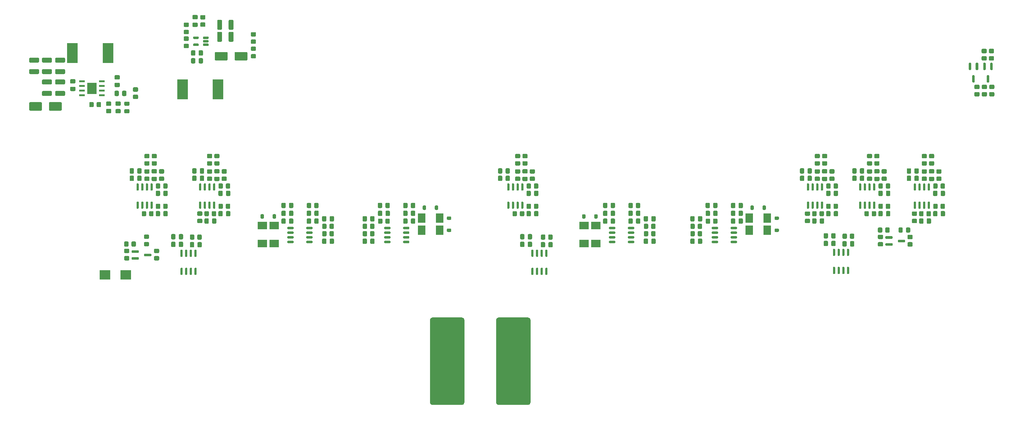
<source format=gtp>
G04 #@! TF.GenerationSoftware,KiCad,Pcbnew,8.0.5*
G04 #@! TF.CreationDate,2024-12-19T18:07:51+01:00*
G04 #@! TF.ProjectId,buck-boost-xp,6275636b-2d62-46f6-9f73-742d78702e6b,rev?*
G04 #@! TF.SameCoordinates,Original*
G04 #@! TF.FileFunction,Paste,Top*
G04 #@! TF.FilePolarity,Positive*
%FSLAX46Y46*%
G04 Gerber Fmt 4.6, Leading zero omitted, Abs format (unit mm)*
G04 Created by KiCad (PCBNEW 8.0.5) date 2024-12-19 18:07:51*
%MOMM*%
%LPD*%
G01*
G04 APERTURE LIST*
%ADD10R,2.100000X2.600000*%
%ADD11R,1.550000X0.600000*%
%ADD12R,2.600000X3.100000*%
%ADD13R,2.900000X5.400000*%
%ADD14R,2.600000X2.100000*%
%ADD15R,2.918000X2.600000*%
G04 APERTURE END LIST*
G36*
G01*
X229810000Y-101291600D02*
X229810000Y-102241600D01*
G75*
G02*
X229560000Y-102491600I-250000J0D01*
G01*
X228885000Y-102491600D01*
G75*
G02*
X228635000Y-102241600I0J250000D01*
G01*
X228635000Y-101291600D01*
G75*
G02*
X228885000Y-101041600I250000J0D01*
G01*
X229560000Y-101041600D01*
G75*
G02*
X229810000Y-101291600I0J-250000D01*
G01*
G37*
G36*
G01*
X227735000Y-101291600D02*
X227735000Y-102241600D01*
G75*
G02*
X227485000Y-102491600I-250000J0D01*
G01*
X226810000Y-102491600D01*
G75*
G02*
X226560000Y-102241600I0J250000D01*
G01*
X226560000Y-101291600D01*
G75*
G02*
X226810000Y-101041600I250000J0D01*
G01*
X227485000Y-101041600D01*
G75*
G02*
X227735000Y-101291600I0J-250000D01*
G01*
G37*
G36*
G01*
X111400000Y-99202600D02*
X111400000Y-100152600D01*
G75*
G02*
X111150000Y-100402600I-250000J0D01*
G01*
X110475000Y-100402600D01*
G75*
G02*
X110225000Y-100152600I0J250000D01*
G01*
X110225000Y-99202600D01*
G75*
G02*
X110475000Y-98952600I250000J0D01*
G01*
X111150000Y-98952600D01*
G75*
G02*
X111400000Y-99202600I0J-250000D01*
G01*
G37*
G36*
G01*
X109325000Y-99202600D02*
X109325000Y-100152600D01*
G75*
G02*
X109075000Y-100402600I-250000J0D01*
G01*
X108400000Y-100402600D01*
G75*
G02*
X108150000Y-100152600I0J250000D01*
G01*
X108150000Y-99202600D01*
G75*
G02*
X108400000Y-98952600I250000J0D01*
G01*
X109075000Y-98952600D01*
G75*
G02*
X109325000Y-99202600I0J-250000D01*
G01*
G37*
G36*
G01*
X63760000Y-87605000D02*
X64710000Y-87605000D01*
G75*
G02*
X64960000Y-87855000I0J-250000D01*
G01*
X64960000Y-88530000D01*
G75*
G02*
X64710000Y-88780000I-250000J0D01*
G01*
X63760000Y-88780000D01*
G75*
G02*
X63510000Y-88530000I0J250000D01*
G01*
X63510000Y-87855000D01*
G75*
G02*
X63760000Y-87605000I250000J0D01*
G01*
G37*
G36*
G01*
X63760000Y-89680000D02*
X64710000Y-89680000D01*
G75*
G02*
X64960000Y-89930000I0J-250000D01*
G01*
X64960000Y-90605000D01*
G75*
G02*
X64710000Y-90855000I-250000J0D01*
G01*
X63760000Y-90855000D01*
G75*
G02*
X63510000Y-90605000I0J250000D01*
G01*
X63510000Y-89930000D01*
G75*
G02*
X63760000Y-89680000I250000J0D01*
G01*
G37*
G36*
G01*
X197511734Y-100154325D02*
X197511734Y-99204325D01*
G75*
G02*
X197761734Y-98954325I250000J0D01*
G01*
X198436734Y-98954325D01*
G75*
G02*
X198686734Y-99204325I0J-250000D01*
G01*
X198686734Y-100154325D01*
G75*
G02*
X198436734Y-100404325I-250000J0D01*
G01*
X197761734Y-100404325D01*
G75*
G02*
X197511734Y-100154325I0J250000D01*
G01*
G37*
G36*
G01*
X199586734Y-100154325D02*
X199586734Y-99204325D01*
G75*
G02*
X199836734Y-98954325I250000J0D01*
G01*
X200511734Y-98954325D01*
G75*
G02*
X200761734Y-99204325I0J-250000D01*
G01*
X200761734Y-100154325D01*
G75*
G02*
X200511734Y-100404325I-250000J0D01*
G01*
X199836734Y-100404325D01*
G75*
G02*
X199586734Y-100154325I0J250000D01*
G01*
G37*
G36*
G01*
X81827300Y-100152600D02*
X81827300Y-99202600D01*
G75*
G02*
X82077300Y-98952600I250000J0D01*
G01*
X82752300Y-98952600D01*
G75*
G02*
X83002300Y-99202600I0J-250000D01*
G01*
X83002300Y-100152600D01*
G75*
G02*
X82752300Y-100402600I-250000J0D01*
G01*
X82077300Y-100402600D01*
G75*
G02*
X81827300Y-100152600I0J250000D01*
G01*
G37*
G36*
G01*
X83902300Y-100152600D02*
X83902300Y-99202600D01*
G75*
G02*
X84152300Y-98952600I250000J0D01*
G01*
X84827300Y-98952600D01*
G75*
G02*
X85077300Y-99202600I0J-250000D01*
G01*
X85077300Y-100152600D01*
G75*
G02*
X84827300Y-100402600I-250000J0D01*
G01*
X84152300Y-100402600D01*
G75*
G02*
X83902300Y-100152600I0J250000D01*
G01*
G37*
G36*
G01*
X92915000Y-107760967D02*
X92915000Y-106810967D01*
G75*
G02*
X93165000Y-106560967I250000J0D01*
G01*
X93840000Y-106560967D01*
G75*
G02*
X94090000Y-106810967I0J-250000D01*
G01*
X94090000Y-107760967D01*
G75*
G02*
X93840000Y-108010967I-250000J0D01*
G01*
X93165000Y-108010967D01*
G75*
G02*
X92915000Y-107760967I0J250000D01*
G01*
G37*
G36*
G01*
X94990000Y-107760967D02*
X94990000Y-106810967D01*
G75*
G02*
X95240000Y-106560967I250000J0D01*
G01*
X95915000Y-106560967D01*
G75*
G02*
X96165000Y-106810967I0J-250000D01*
G01*
X96165000Y-107760967D01*
G75*
G02*
X95915000Y-108010967I-250000J0D01*
G01*
X95240000Y-108010967D01*
G75*
G02*
X94990000Y-107760967I0J250000D01*
G01*
G37*
D10*
X209409234Y-101009300D03*
X214309234Y-101009300D03*
G36*
G01*
X193353934Y-105686025D02*
X193353934Y-104786025D01*
G75*
G02*
X193603934Y-104536025I250000J0D01*
G01*
X194303934Y-104536025D01*
G75*
G02*
X194553934Y-104786025I0J-250000D01*
G01*
X194553934Y-105686025D01*
G75*
G02*
X194303934Y-105936025I-250000J0D01*
G01*
X193603934Y-105936025D01*
G75*
G02*
X193353934Y-105686025I0J250000D01*
G01*
G37*
G36*
G01*
X195353934Y-105686025D02*
X195353934Y-104786025D01*
G75*
G02*
X195603934Y-104536025I250000J0D01*
G01*
X196303934Y-104536025D01*
G75*
G02*
X196553934Y-104786025I0J-250000D01*
G01*
X196553934Y-105686025D01*
G75*
G02*
X196303934Y-105936025I-250000J0D01*
G01*
X195603934Y-105936025D01*
G75*
G02*
X195353934Y-105686025I0J250000D01*
G01*
G37*
G36*
G01*
X36565000Y-61962500D02*
X37515000Y-61962500D01*
G75*
G02*
X37765000Y-62212500I0J-250000D01*
G01*
X37765000Y-62887500D01*
G75*
G02*
X37515000Y-63137500I-250000J0D01*
G01*
X36565000Y-63137500D01*
G75*
G02*
X36315000Y-62887500I0J250000D01*
G01*
X36315000Y-62212500D01*
G75*
G02*
X36565000Y-61962500I250000J0D01*
G01*
G37*
G36*
G01*
X36565000Y-64037500D02*
X37515000Y-64037500D01*
G75*
G02*
X37765000Y-64287500I0J-250000D01*
G01*
X37765000Y-64962500D01*
G75*
G02*
X37515000Y-65212500I-250000J0D01*
G01*
X36565000Y-65212500D01*
G75*
G02*
X36315000Y-64962500I0J250000D01*
G01*
X36315000Y-64287500D01*
G75*
G02*
X36565000Y-64037500I250000J0D01*
G01*
G37*
G36*
G01*
X44707100Y-83440000D02*
X45607100Y-83440000D01*
G75*
G02*
X45857100Y-83690000I0J-250000D01*
G01*
X45857100Y-84390000D01*
G75*
G02*
X45607100Y-84640000I-250000J0D01*
G01*
X44707100Y-84640000D01*
G75*
G02*
X44457100Y-84390000I0J250000D01*
G01*
X44457100Y-83690000D01*
G75*
G02*
X44707100Y-83440000I250000J0D01*
G01*
G37*
G36*
G01*
X44707100Y-85440000D02*
X45607100Y-85440000D01*
G75*
G02*
X45857100Y-85690000I0J-250000D01*
G01*
X45857100Y-86390000D01*
G75*
G02*
X45607100Y-86640000I-250000J0D01*
G01*
X44707100Y-86640000D01*
G75*
G02*
X44457100Y-86390000I0J250000D01*
G01*
X44457100Y-85690000D01*
G75*
G02*
X44707100Y-85440000I250000J0D01*
G01*
G37*
G36*
G01*
X151907500Y-93745000D02*
X151907500Y-94695000D01*
G75*
G02*
X151657500Y-94945000I-250000J0D01*
G01*
X150982500Y-94945000D01*
G75*
G02*
X150732500Y-94695000I0J250000D01*
G01*
X150732500Y-93745000D01*
G75*
G02*
X150982500Y-93495000I250000J0D01*
G01*
X151657500Y-93495000D01*
G75*
G02*
X151907500Y-93745000I0J-250000D01*
G01*
G37*
G36*
G01*
X149832500Y-93745000D02*
X149832500Y-94695000D01*
G75*
G02*
X149582500Y-94945000I-250000J0D01*
G01*
X148907500Y-94945000D01*
G75*
G02*
X148657500Y-94695000I0J250000D01*
G01*
X148657500Y-93745000D01*
G75*
G02*
X148907500Y-93495000I250000J0D01*
G01*
X149582500Y-93495000D01*
G75*
G02*
X149832500Y-93745000I0J-250000D01*
G01*
G37*
G36*
G01*
X179696200Y-99185400D02*
X179696200Y-100135400D01*
G75*
G02*
X179446200Y-100385400I-250000J0D01*
G01*
X178771200Y-100385400D01*
G75*
G02*
X178521200Y-100135400I0J250000D01*
G01*
X178521200Y-99185400D01*
G75*
G02*
X178771200Y-98935400I250000J0D01*
G01*
X179446200Y-98935400D01*
G75*
G02*
X179696200Y-99185400I0J-250000D01*
G01*
G37*
G36*
G01*
X177621200Y-99185400D02*
X177621200Y-100135400D01*
G75*
G02*
X177371200Y-100385400I-250000J0D01*
G01*
X176696200Y-100385400D01*
G75*
G02*
X176446200Y-100135400I0J250000D01*
G01*
X176446200Y-99185400D01*
G75*
G02*
X176696200Y-98935400I250000J0D01*
G01*
X177371200Y-98935400D01*
G75*
G02*
X177621200Y-99185400I0J-250000D01*
G01*
G37*
G36*
G01*
X180629000Y-101635968D02*
X180629000Y-100685968D01*
G75*
G02*
X180879000Y-100435968I250000J0D01*
G01*
X181554000Y-100435968D01*
G75*
G02*
X181804000Y-100685968I0J-250000D01*
G01*
X181804000Y-101635968D01*
G75*
G02*
X181554000Y-101885968I-250000J0D01*
G01*
X180879000Y-101885968D01*
G75*
G02*
X180629000Y-101635968I0J250000D01*
G01*
G37*
G36*
G01*
X182704000Y-101635968D02*
X182704000Y-100685968D01*
G75*
G02*
X182954000Y-100435968I250000J0D01*
G01*
X183629000Y-100435968D01*
G75*
G02*
X183879000Y-100685968I0J-250000D01*
G01*
X183879000Y-101635968D01*
G75*
G02*
X183629000Y-101885968I-250000J0D01*
G01*
X182954000Y-101885968D01*
G75*
G02*
X182704000Y-101635968I0J250000D01*
G01*
G37*
G36*
G01*
X59110400Y-99148400D02*
X60010400Y-99148400D01*
G75*
G02*
X60260400Y-99398400I0J-250000D01*
G01*
X60260400Y-100098400D01*
G75*
G02*
X60010400Y-100348400I-250000J0D01*
G01*
X59110400Y-100348400D01*
G75*
G02*
X58860400Y-100098400I0J250000D01*
G01*
X58860400Y-99398400D01*
G75*
G02*
X59110400Y-99148400I250000J0D01*
G01*
G37*
G36*
G01*
X59110400Y-101148400D02*
X60010400Y-101148400D01*
G75*
G02*
X60260400Y-101398400I0J-250000D01*
G01*
X60260400Y-102098400D01*
G75*
G02*
X60010400Y-102348400I-250000J0D01*
G01*
X59110400Y-102348400D01*
G75*
G02*
X58860400Y-102098400I0J250000D01*
G01*
X58860400Y-101398400D01*
G75*
G02*
X59110400Y-101148400I250000J0D01*
G01*
G37*
G36*
G01*
X260667500Y-87640350D02*
X261567500Y-87640350D01*
G75*
G02*
X261817500Y-87890350I0J-250000D01*
G01*
X261817500Y-88590350D01*
G75*
G02*
X261567500Y-88840350I-250000J0D01*
G01*
X260667500Y-88840350D01*
G75*
G02*
X260417500Y-88590350I0J250000D01*
G01*
X260417500Y-87890350D01*
G75*
G02*
X260667500Y-87640350I250000J0D01*
G01*
G37*
G36*
G01*
X260667500Y-89640350D02*
X261567500Y-89640350D01*
G75*
G02*
X261817500Y-89890350I0J-250000D01*
G01*
X261817500Y-90590350D01*
G75*
G02*
X261567500Y-90840350I-250000J0D01*
G01*
X260667500Y-90840350D01*
G75*
G02*
X260417500Y-90590350I0J250000D01*
G01*
X260417500Y-89890350D01*
G75*
G02*
X260667500Y-89640350I250000J0D01*
G01*
G37*
G36*
G01*
X247837100Y-91765000D02*
X247837100Y-92665000D01*
G75*
G02*
X247587100Y-92915000I-250000J0D01*
G01*
X246887100Y-92915000D01*
G75*
G02*
X246637100Y-92665000I0J250000D01*
G01*
X246637100Y-91765000D01*
G75*
G02*
X246887100Y-91515000I250000J0D01*
G01*
X247587100Y-91515000D01*
G75*
G02*
X247837100Y-91765000I0J-250000D01*
G01*
G37*
G36*
G01*
X245837100Y-91765000D02*
X245837100Y-92665000D01*
G75*
G02*
X245587100Y-92915000I-250000J0D01*
G01*
X244887100Y-92915000D01*
G75*
G02*
X244637100Y-92665000I0J250000D01*
G01*
X244637100Y-91765000D01*
G75*
G02*
X244887100Y-91515000I250000J0D01*
G01*
X245587100Y-91515000D01*
G75*
G02*
X245837100Y-91765000I0J-250000D01*
G01*
G37*
G36*
G01*
X232950000Y-107421480D02*
X232950000Y-108371480D01*
G75*
G02*
X232700000Y-108621480I-250000J0D01*
G01*
X232025000Y-108621480D01*
G75*
G02*
X231775000Y-108371480I0J250000D01*
G01*
X231775000Y-107421480D01*
G75*
G02*
X232025000Y-107171480I250000J0D01*
G01*
X232700000Y-107171480D01*
G75*
G02*
X232950000Y-107421480I0J-250000D01*
G01*
G37*
G36*
G01*
X230875000Y-107421480D02*
X230875000Y-108371480D01*
G75*
G02*
X230625000Y-108621480I-250000J0D01*
G01*
X229950000Y-108621480D01*
G75*
G02*
X229700000Y-108371480I0J250000D01*
G01*
X229700000Y-107421480D01*
G75*
G02*
X229950000Y-107171480I250000J0D01*
G01*
X230625000Y-107171480D01*
G75*
G02*
X230875000Y-107421480I0J-250000D01*
G01*
G37*
G36*
G01*
X46957100Y-99315000D02*
X46957100Y-100215000D01*
G75*
G02*
X46707100Y-100465000I-250000J0D01*
G01*
X46007100Y-100465000D01*
G75*
G02*
X45757100Y-100215000I0J250000D01*
G01*
X45757100Y-99315000D01*
G75*
G02*
X46007100Y-99065000I250000J0D01*
G01*
X46707100Y-99065000D01*
G75*
G02*
X46957100Y-99315000I0J-250000D01*
G01*
G37*
G36*
G01*
X44957100Y-99315000D02*
X44957100Y-100215000D01*
G75*
G02*
X44707100Y-100465000I-250000J0D01*
G01*
X44007100Y-100465000D01*
G75*
G02*
X43757100Y-100215000I0J250000D01*
G01*
X43757100Y-99315000D01*
G75*
G02*
X44007100Y-99065000I250000J0D01*
G01*
X44707100Y-99065000D01*
G75*
G02*
X44957100Y-99315000I0J-250000D01*
G01*
G37*
G36*
G01*
X64040400Y-99315000D02*
X64040400Y-100215000D01*
G75*
G02*
X63790400Y-100465000I-250000J0D01*
G01*
X63090400Y-100465000D01*
G75*
G02*
X62840400Y-100215000I0J250000D01*
G01*
X62840400Y-99315000D01*
G75*
G02*
X63090400Y-99065000I250000J0D01*
G01*
X63790400Y-99065000D01*
G75*
G02*
X64040400Y-99315000I0J-250000D01*
G01*
G37*
G36*
G01*
X62040400Y-99315000D02*
X62040400Y-100215000D01*
G75*
G02*
X61790400Y-100465000I-250000J0D01*
G01*
X61090400Y-100465000D01*
G75*
G02*
X60840400Y-100215000I0J250000D01*
G01*
X60840400Y-99315000D01*
G75*
G02*
X61090400Y-99065000I250000J0D01*
G01*
X61790400Y-99065000D01*
G75*
G02*
X62040400Y-99315000I0J-250000D01*
G01*
G37*
G36*
G01*
X92915000Y-101635968D02*
X92915000Y-100685968D01*
G75*
G02*
X93165000Y-100435968I250000J0D01*
G01*
X93840000Y-100435968D01*
G75*
G02*
X94090000Y-100685968I0J-250000D01*
G01*
X94090000Y-101635968D01*
G75*
G02*
X93840000Y-101885968I-250000J0D01*
G01*
X93165000Y-101885968D01*
G75*
G02*
X92915000Y-101635968I0J250000D01*
G01*
G37*
G36*
G01*
X94990000Y-101635968D02*
X94990000Y-100685968D01*
G75*
G02*
X95240000Y-100435968I250000J0D01*
G01*
X95915000Y-100435968D01*
G75*
G02*
X96165000Y-100685968I0J-250000D01*
G01*
X96165000Y-101635968D01*
G75*
G02*
X95915000Y-101885968I-250000J0D01*
G01*
X95240000Y-101885968D01*
G75*
G02*
X94990000Y-101635968I0J250000D01*
G01*
G37*
G36*
G01*
X80340600Y-100135000D02*
X80340600Y-100885000D01*
G75*
G02*
X80115600Y-101110000I-225000J0D01*
G01*
X79665600Y-101110000D01*
G75*
G02*
X79440600Y-100885000I0J225000D01*
G01*
X79440600Y-100135000D01*
G75*
G02*
X79665600Y-99910000I225000J0D01*
G01*
X80115600Y-99910000D01*
G75*
G02*
X80340600Y-100135000I0J-225000D01*
G01*
G37*
G36*
G01*
X77040600Y-100135000D02*
X77040600Y-100885000D01*
G75*
G02*
X76815600Y-101110000I-225000J0D01*
G01*
X76365600Y-101110000D01*
G75*
G02*
X76140600Y-100885000I0J225000D01*
G01*
X76140600Y-100135000D01*
G75*
G02*
X76365600Y-99910000I225000J0D01*
G01*
X76815600Y-99910000D01*
G75*
G02*
X77040600Y-100135000I0J-225000D01*
G01*
G37*
G36*
G01*
X40445000Y-90590000D02*
X40445000Y-89640000D01*
G75*
G02*
X40695000Y-89390000I250000J0D01*
G01*
X41370000Y-89390000D01*
G75*
G02*
X41620000Y-89640000I0J-250000D01*
G01*
X41620000Y-90590000D01*
G75*
G02*
X41370000Y-90840000I-250000J0D01*
G01*
X40695000Y-90840000D01*
G75*
G02*
X40445000Y-90590000I0J250000D01*
G01*
G37*
G36*
G01*
X42520000Y-90590000D02*
X42520000Y-89640000D01*
G75*
G02*
X42770000Y-89390000I250000J0D01*
G01*
X43445000Y-89390000D01*
G75*
G02*
X43695000Y-89640000I0J-250000D01*
G01*
X43695000Y-90590000D01*
G75*
G02*
X43445000Y-90840000I-250000J0D01*
G01*
X42770000Y-90840000D01*
G75*
G02*
X42520000Y-90590000I0J250000D01*
G01*
G37*
G36*
G01*
X233614600Y-99291600D02*
X233614600Y-100241600D01*
G75*
G02*
X233364600Y-100491600I-250000J0D01*
G01*
X232689600Y-100491600D01*
G75*
G02*
X232439600Y-100241600I0J250000D01*
G01*
X232439600Y-99291600D01*
G75*
G02*
X232689600Y-99041600I250000J0D01*
G01*
X233364600Y-99041600D01*
G75*
G02*
X233614600Y-99291600I0J-250000D01*
G01*
G37*
G36*
G01*
X231539600Y-99291600D02*
X231539600Y-100241600D01*
G75*
G02*
X231289600Y-100491600I-250000J0D01*
G01*
X230614600Y-100491600D01*
G75*
G02*
X230364600Y-100241600I0J250000D01*
G01*
X230364600Y-99291600D01*
G75*
G02*
X230614600Y-99041600I250000J0D01*
G01*
X231289600Y-99041600D01*
G75*
G02*
X231539600Y-99291600I0J-250000D01*
G01*
G37*
G36*
G01*
X34265000Y-69157500D02*
X35165000Y-69157500D01*
G75*
G02*
X35415000Y-69407500I0J-250000D01*
G01*
X35415000Y-70107500D01*
G75*
G02*
X35165000Y-70357500I-250000J0D01*
G01*
X34265000Y-70357500D01*
G75*
G02*
X34015000Y-70107500I0J250000D01*
G01*
X34015000Y-69407500D01*
G75*
G02*
X34265000Y-69157500I250000J0D01*
G01*
G37*
G36*
G01*
X34265000Y-71157500D02*
X35165000Y-71157500D01*
G75*
G02*
X35415000Y-71407500I0J-250000D01*
G01*
X35415000Y-72107500D01*
G75*
G02*
X35165000Y-72357500I-250000J0D01*
G01*
X34265000Y-72357500D01*
G75*
G02*
X34015000Y-72107500I0J250000D01*
G01*
X34015000Y-71407500D01*
G75*
G02*
X34265000Y-71157500I250000J0D01*
G01*
G37*
G36*
G01*
X54735000Y-116490000D02*
X54435000Y-116490000D01*
G75*
G02*
X54285000Y-116340000I0J150000D01*
G01*
X54285000Y-114690000D01*
G75*
G02*
X54435000Y-114540000I150000J0D01*
G01*
X54735000Y-114540000D01*
G75*
G02*
X54885000Y-114690000I0J-150000D01*
G01*
X54885000Y-116340000D01*
G75*
G02*
X54735000Y-116490000I-150000J0D01*
G01*
G37*
G36*
G01*
X56005000Y-116490000D02*
X55705000Y-116490000D01*
G75*
G02*
X55555000Y-116340000I0J150000D01*
G01*
X55555000Y-114690000D01*
G75*
G02*
X55705000Y-114540000I150000J0D01*
G01*
X56005000Y-114540000D01*
G75*
G02*
X56155000Y-114690000I0J-150000D01*
G01*
X56155000Y-116340000D01*
G75*
G02*
X56005000Y-116490000I-150000J0D01*
G01*
G37*
G36*
G01*
X57275000Y-116490000D02*
X56975000Y-116490000D01*
G75*
G02*
X56825000Y-116340000I0J150000D01*
G01*
X56825000Y-114690000D01*
G75*
G02*
X56975000Y-114540000I150000J0D01*
G01*
X57275000Y-114540000D01*
G75*
G02*
X57425000Y-114690000I0J-150000D01*
G01*
X57425000Y-116340000D01*
G75*
G02*
X57275000Y-116490000I-150000J0D01*
G01*
G37*
G36*
G01*
X58545000Y-116490000D02*
X58245000Y-116490000D01*
G75*
G02*
X58095000Y-116340000I0J150000D01*
G01*
X58095000Y-114690000D01*
G75*
G02*
X58245000Y-114540000I150000J0D01*
G01*
X58545000Y-114540000D01*
G75*
G02*
X58695000Y-114690000I0J-150000D01*
G01*
X58695000Y-116340000D01*
G75*
G02*
X58545000Y-116490000I-150000J0D01*
G01*
G37*
G36*
G01*
X58545000Y-111540000D02*
X58245000Y-111540000D01*
G75*
G02*
X58095000Y-111390000I0J150000D01*
G01*
X58095000Y-109740000D01*
G75*
G02*
X58245000Y-109590000I150000J0D01*
G01*
X58545000Y-109590000D01*
G75*
G02*
X58695000Y-109740000I0J-150000D01*
G01*
X58695000Y-111390000D01*
G75*
G02*
X58545000Y-111540000I-150000J0D01*
G01*
G37*
G36*
G01*
X57275000Y-111540000D02*
X56975000Y-111540000D01*
G75*
G02*
X56825000Y-111390000I0J150000D01*
G01*
X56825000Y-109740000D01*
G75*
G02*
X56975000Y-109590000I150000J0D01*
G01*
X57275000Y-109590000D01*
G75*
G02*
X57425000Y-109740000I0J-150000D01*
G01*
X57425000Y-111390000D01*
G75*
G02*
X57275000Y-111540000I-150000J0D01*
G01*
G37*
G36*
G01*
X56005000Y-111540000D02*
X55705000Y-111540000D01*
G75*
G02*
X55555000Y-111390000I0J150000D01*
G01*
X55555000Y-109740000D01*
G75*
G02*
X55705000Y-109590000I150000J0D01*
G01*
X56005000Y-109590000D01*
G75*
G02*
X56155000Y-109740000I0J-150000D01*
G01*
X56155000Y-111390000D01*
G75*
G02*
X56005000Y-111540000I-150000J0D01*
G01*
G37*
G36*
G01*
X54735000Y-111540000D02*
X54435000Y-111540000D01*
G75*
G02*
X54285000Y-111390000I0J150000D01*
G01*
X54285000Y-109740000D01*
G75*
G02*
X54435000Y-109590000I150000J0D01*
G01*
X54735000Y-109590000D01*
G75*
G02*
X54885000Y-109740000I0J-150000D01*
G01*
X54885000Y-111390000D01*
G75*
G02*
X54735000Y-111540000I-150000J0D01*
G01*
G37*
G36*
G01*
X232670000Y-116246480D02*
X232370000Y-116246480D01*
G75*
G02*
X232220000Y-116096480I0J150000D01*
G01*
X232220000Y-114446480D01*
G75*
G02*
X232370000Y-114296480I150000J0D01*
G01*
X232670000Y-114296480D01*
G75*
G02*
X232820000Y-114446480I0J-150000D01*
G01*
X232820000Y-116096480D01*
G75*
G02*
X232670000Y-116246480I-150000J0D01*
G01*
G37*
G36*
G01*
X233940000Y-116246480D02*
X233640000Y-116246480D01*
G75*
G02*
X233490000Y-116096480I0J150000D01*
G01*
X233490000Y-114446480D01*
G75*
G02*
X233640000Y-114296480I150000J0D01*
G01*
X233940000Y-114296480D01*
G75*
G02*
X234090000Y-114446480I0J-150000D01*
G01*
X234090000Y-116096480D01*
G75*
G02*
X233940000Y-116246480I-150000J0D01*
G01*
G37*
G36*
G01*
X235210000Y-116246480D02*
X234910000Y-116246480D01*
G75*
G02*
X234760000Y-116096480I0J150000D01*
G01*
X234760000Y-114446480D01*
G75*
G02*
X234910000Y-114296480I150000J0D01*
G01*
X235210000Y-114296480D01*
G75*
G02*
X235360000Y-114446480I0J-150000D01*
G01*
X235360000Y-116096480D01*
G75*
G02*
X235210000Y-116246480I-150000J0D01*
G01*
G37*
G36*
G01*
X236480000Y-116246480D02*
X236180000Y-116246480D01*
G75*
G02*
X236030000Y-116096480I0J150000D01*
G01*
X236030000Y-114446480D01*
G75*
G02*
X236180000Y-114296480I150000J0D01*
G01*
X236480000Y-114296480D01*
G75*
G02*
X236630000Y-114446480I0J-150000D01*
G01*
X236630000Y-116096480D01*
G75*
G02*
X236480000Y-116246480I-150000J0D01*
G01*
G37*
G36*
G01*
X236480000Y-111296480D02*
X236180000Y-111296480D01*
G75*
G02*
X236030000Y-111146480I0J150000D01*
G01*
X236030000Y-109496480D01*
G75*
G02*
X236180000Y-109346480I150000J0D01*
G01*
X236480000Y-109346480D01*
G75*
G02*
X236630000Y-109496480I0J-150000D01*
G01*
X236630000Y-111146480D01*
G75*
G02*
X236480000Y-111296480I-150000J0D01*
G01*
G37*
G36*
G01*
X235210000Y-111296480D02*
X234910000Y-111296480D01*
G75*
G02*
X234760000Y-111146480I0J150000D01*
G01*
X234760000Y-109496480D01*
G75*
G02*
X234910000Y-109346480I150000J0D01*
G01*
X235210000Y-109346480D01*
G75*
G02*
X235360000Y-109496480I0J-150000D01*
G01*
X235360000Y-111146480D01*
G75*
G02*
X235210000Y-111296480I-150000J0D01*
G01*
G37*
G36*
G01*
X233940000Y-111296480D02*
X233640000Y-111296480D01*
G75*
G02*
X233490000Y-111146480I0J150000D01*
G01*
X233490000Y-109496480D01*
G75*
G02*
X233640000Y-109346480I150000J0D01*
G01*
X233940000Y-109346480D01*
G75*
G02*
X234090000Y-109496480I0J-150000D01*
G01*
X234090000Y-111146480D01*
G75*
G02*
X233940000Y-111296480I-150000J0D01*
G01*
G37*
G36*
G01*
X232670000Y-111296480D02*
X232370000Y-111296480D01*
G75*
G02*
X232220000Y-111146480I0J150000D01*
G01*
X232220000Y-109496480D01*
G75*
G02*
X232370000Y-109346480I150000J0D01*
G01*
X232670000Y-109346480D01*
G75*
G02*
X232820000Y-109496480I0J-150000D01*
G01*
X232820000Y-111146480D01*
G75*
G02*
X232670000Y-111296480I-150000J0D01*
G01*
G37*
D11*
X32840000Y-63642500D03*
X32840000Y-64912500D03*
X32840000Y-66182500D03*
X32840000Y-67452500D03*
X27440000Y-67452500D03*
X27440000Y-66182500D03*
X27440000Y-64912500D03*
X27440000Y-63642500D03*
D12*
X30140000Y-65547500D03*
G36*
G01*
X124560000Y-97759300D02*
X124560000Y-98509300D01*
G75*
G02*
X124335000Y-98734300I-225000J0D01*
G01*
X123885000Y-98734300D01*
G75*
G02*
X123660000Y-98509300I0J225000D01*
G01*
X123660000Y-97759300D01*
G75*
G02*
X123885000Y-97534300I225000J0D01*
G01*
X124335000Y-97534300D01*
G75*
G02*
X124560000Y-97759300I0J-225000D01*
G01*
G37*
G36*
G01*
X121260000Y-97759300D02*
X121260000Y-98509300D01*
G75*
G02*
X121035000Y-98734300I-225000J0D01*
G01*
X120585000Y-98734300D01*
G75*
G02*
X120360000Y-98509300I0J225000D01*
G01*
X120360000Y-97759300D01*
G75*
G02*
X120585000Y-97534300I225000J0D01*
G01*
X121035000Y-97534300D01*
G75*
G02*
X121260000Y-97759300I0J-225000D01*
G01*
G37*
G36*
G01*
X109821200Y-103830000D02*
X109821200Y-103530000D01*
G75*
G02*
X109971200Y-103380000I150000J0D01*
G01*
X111421200Y-103380000D01*
G75*
G02*
X111571200Y-103530000I0J-150000D01*
G01*
X111571200Y-103830000D01*
G75*
G02*
X111421200Y-103980000I-150000J0D01*
G01*
X109971200Y-103980000D01*
G75*
G02*
X109821200Y-103830000I0J150000D01*
G01*
G37*
G36*
G01*
X109821200Y-105100000D02*
X109821200Y-104800000D01*
G75*
G02*
X109971200Y-104650000I150000J0D01*
G01*
X111421200Y-104650000D01*
G75*
G02*
X111571200Y-104800000I0J-150000D01*
G01*
X111571200Y-105100000D01*
G75*
G02*
X111421200Y-105250000I-150000J0D01*
G01*
X109971200Y-105250000D01*
G75*
G02*
X109821200Y-105100000I0J150000D01*
G01*
G37*
G36*
G01*
X109821200Y-106370000D02*
X109821200Y-106070000D01*
G75*
G02*
X109971200Y-105920000I150000J0D01*
G01*
X111421200Y-105920000D01*
G75*
G02*
X111571200Y-106070000I0J-150000D01*
G01*
X111571200Y-106370000D01*
G75*
G02*
X111421200Y-106520000I-150000J0D01*
G01*
X109971200Y-106520000D01*
G75*
G02*
X109821200Y-106370000I0J150000D01*
G01*
G37*
G36*
G01*
X109821200Y-107640000D02*
X109821200Y-107340000D01*
G75*
G02*
X109971200Y-107190000I150000J0D01*
G01*
X111421200Y-107190000D01*
G75*
G02*
X111571200Y-107340000I0J-150000D01*
G01*
X111571200Y-107640000D01*
G75*
G02*
X111421200Y-107790000I-150000J0D01*
G01*
X109971200Y-107790000D01*
G75*
G02*
X109821200Y-107640000I0J150000D01*
G01*
G37*
G36*
G01*
X114971200Y-107640000D02*
X114971200Y-107340000D01*
G75*
G02*
X115121200Y-107190000I150000J0D01*
G01*
X116571200Y-107190000D01*
G75*
G02*
X116721200Y-107340000I0J-150000D01*
G01*
X116721200Y-107640000D01*
G75*
G02*
X116571200Y-107790000I-150000J0D01*
G01*
X115121200Y-107790000D01*
G75*
G02*
X114971200Y-107640000I0J150000D01*
G01*
G37*
G36*
G01*
X114971200Y-106370000D02*
X114971200Y-106070000D01*
G75*
G02*
X115121200Y-105920000I150000J0D01*
G01*
X116571200Y-105920000D01*
G75*
G02*
X116721200Y-106070000I0J-150000D01*
G01*
X116721200Y-106370000D01*
G75*
G02*
X116571200Y-106520000I-150000J0D01*
G01*
X115121200Y-106520000D01*
G75*
G02*
X114971200Y-106370000I0J150000D01*
G01*
G37*
G36*
G01*
X114971200Y-105100000D02*
X114971200Y-104800000D01*
G75*
G02*
X115121200Y-104650000I150000J0D01*
G01*
X116571200Y-104650000D01*
G75*
G02*
X116721200Y-104800000I0J-150000D01*
G01*
X116721200Y-105100000D01*
G75*
G02*
X116571200Y-105250000I-150000J0D01*
G01*
X115121200Y-105250000D01*
G75*
G02*
X114971200Y-105100000I0J150000D01*
G01*
G37*
G36*
G01*
X114971200Y-103830000D02*
X114971200Y-103530000D01*
G75*
G02*
X115121200Y-103380000I150000J0D01*
G01*
X116571200Y-103380000D01*
G75*
G02*
X116721200Y-103530000I0J-150000D01*
G01*
X116721200Y-103830000D01*
G75*
G02*
X116571200Y-103980000I-150000J0D01*
G01*
X115121200Y-103980000D01*
G75*
G02*
X114971200Y-103830000I0J150000D01*
G01*
G37*
G36*
G01*
X140877900Y-90595000D02*
X140877900Y-89645000D01*
G75*
G02*
X141127900Y-89395000I250000J0D01*
G01*
X141802900Y-89395000D01*
G75*
G02*
X142052900Y-89645000I0J-250000D01*
G01*
X142052900Y-90595000D01*
G75*
G02*
X141802900Y-90845000I-250000J0D01*
G01*
X141127900Y-90845000D01*
G75*
G02*
X140877900Y-90595000I0J250000D01*
G01*
G37*
G36*
G01*
X142952900Y-90595000D02*
X142952900Y-89645000D01*
G75*
G02*
X143202900Y-89395000I250000J0D01*
G01*
X143877900Y-89395000D01*
G75*
G02*
X144127900Y-89645000I0J-250000D01*
G01*
X144127900Y-90595000D01*
G75*
G02*
X143877900Y-90845000I-250000J0D01*
G01*
X143202900Y-90845000D01*
G75*
G02*
X142952900Y-90595000I0J250000D01*
G01*
G37*
G36*
G01*
X253997900Y-99158750D02*
X254897900Y-99158750D01*
G75*
G02*
X255147900Y-99408750I0J-250000D01*
G01*
X255147900Y-100108750D01*
G75*
G02*
X254897900Y-100358750I-250000J0D01*
G01*
X253997900Y-100358750D01*
G75*
G02*
X253747900Y-100108750I0J250000D01*
G01*
X253747900Y-99408750D01*
G75*
G02*
X253997900Y-99158750I250000J0D01*
G01*
G37*
G36*
G01*
X253997900Y-101158750D02*
X254897900Y-101158750D01*
G75*
G02*
X255147900Y-101408750I0J-250000D01*
G01*
X255147900Y-102108750D01*
G75*
G02*
X254897900Y-102358750I-250000J0D01*
G01*
X253997900Y-102358750D01*
G75*
G02*
X253747900Y-102108750I0J250000D01*
G01*
X253747900Y-101408750D01*
G75*
G02*
X253997900Y-101158750I250000J0D01*
G01*
G37*
G36*
G01*
X55440000Y-47590000D02*
X56340000Y-47590000D01*
G75*
G02*
X56590000Y-47840000I0J-250000D01*
G01*
X56590000Y-48540000D01*
G75*
G02*
X56340000Y-48790000I-250000J0D01*
G01*
X55440000Y-48790000D01*
G75*
G02*
X55190000Y-48540000I0J250000D01*
G01*
X55190000Y-47840000D01*
G75*
G02*
X55440000Y-47590000I250000J0D01*
G01*
G37*
G36*
G01*
X55440000Y-49590000D02*
X56340000Y-49590000D01*
G75*
G02*
X56590000Y-49840000I0J-250000D01*
G01*
X56590000Y-50540000D01*
G75*
G02*
X56340000Y-50790000I-250000J0D01*
G01*
X55440000Y-50790000D01*
G75*
G02*
X55190000Y-50540000I0J250000D01*
G01*
X55190000Y-49840000D01*
G75*
G02*
X55440000Y-49590000I250000J0D01*
G01*
G37*
G36*
G01*
X47587100Y-98190000D02*
X47587100Y-97290000D01*
G75*
G02*
X47837100Y-97040000I250000J0D01*
G01*
X48537100Y-97040000D01*
G75*
G02*
X48787100Y-97290000I0J-250000D01*
G01*
X48787100Y-98190000D01*
G75*
G02*
X48537100Y-98440000I-250000J0D01*
G01*
X47837100Y-98440000D01*
G75*
G02*
X47587100Y-98190000I0J250000D01*
G01*
G37*
G36*
G01*
X49587100Y-98190000D02*
X49587100Y-97290000D01*
G75*
G02*
X49837100Y-97040000I250000J0D01*
G01*
X50537100Y-97040000D01*
G75*
G02*
X50787100Y-97290000I0J-250000D01*
G01*
X50787100Y-98190000D01*
G75*
G02*
X50537100Y-98440000I-250000J0D01*
G01*
X49837100Y-98440000D01*
G75*
G02*
X49587100Y-98190000I0J250000D01*
G01*
G37*
G36*
G01*
X46702100Y-83440000D02*
X47602100Y-83440000D01*
G75*
G02*
X47852100Y-83690000I0J-250000D01*
G01*
X47852100Y-84390000D01*
G75*
G02*
X47602100Y-84640000I-250000J0D01*
G01*
X46702100Y-84640000D01*
G75*
G02*
X46452100Y-84390000I0J250000D01*
G01*
X46452100Y-83690000D01*
G75*
G02*
X46702100Y-83440000I250000J0D01*
G01*
G37*
G36*
G01*
X46702100Y-85440000D02*
X47602100Y-85440000D01*
G75*
G02*
X47852100Y-85690000I0J-250000D01*
G01*
X47852100Y-86390000D01*
G75*
G02*
X47602100Y-86640000I-250000J0D01*
G01*
X46702100Y-86640000D01*
G75*
G02*
X46452100Y-86390000I0J250000D01*
G01*
X46452100Y-85690000D01*
G75*
G02*
X46702100Y-85440000I250000J0D01*
G01*
G37*
G36*
G01*
X241757100Y-87640000D02*
X242657100Y-87640000D01*
G75*
G02*
X242907100Y-87890000I0J-250000D01*
G01*
X242907100Y-88590000D01*
G75*
G02*
X242657100Y-88840000I-250000J0D01*
G01*
X241757100Y-88840000D01*
G75*
G02*
X241507100Y-88590000I0J250000D01*
G01*
X241507100Y-87890000D01*
G75*
G02*
X241757100Y-87640000I250000J0D01*
G01*
G37*
G36*
G01*
X241757100Y-89640000D02*
X242657100Y-89640000D01*
G75*
G02*
X242907100Y-89890000I0J-250000D01*
G01*
X242907100Y-90590000D01*
G75*
G02*
X242657100Y-90840000I-250000J0D01*
G01*
X241757100Y-90840000D01*
G75*
G02*
X241507100Y-90590000I0J250000D01*
G01*
X241507100Y-89890000D01*
G75*
G02*
X241757100Y-89640000I250000J0D01*
G01*
G37*
G36*
G01*
X245747100Y-87630000D02*
X246647100Y-87630000D01*
G75*
G02*
X246897100Y-87880000I0J-250000D01*
G01*
X246897100Y-88580000D01*
G75*
G02*
X246647100Y-88830000I-250000J0D01*
G01*
X245747100Y-88830000D01*
G75*
G02*
X245497100Y-88580000I0J250000D01*
G01*
X245497100Y-87880000D01*
G75*
G02*
X245747100Y-87630000I250000J0D01*
G01*
G37*
G36*
G01*
X245747100Y-89630000D02*
X246647100Y-89630000D01*
G75*
G02*
X246897100Y-89880000I0J-250000D01*
G01*
X246897100Y-90580000D01*
G75*
G02*
X246647100Y-90830000I-250000J0D01*
G01*
X245747100Y-90830000D01*
G75*
G02*
X245497100Y-90580000I0J250000D01*
G01*
X245497100Y-89880000D01*
G75*
G02*
X245747100Y-89630000I250000J0D01*
G01*
G37*
G36*
G01*
X273013800Y-54770000D02*
X273913800Y-54770000D01*
G75*
G02*
X274163800Y-55020000I0J-250000D01*
G01*
X274163800Y-55720000D01*
G75*
G02*
X273913800Y-55970000I-250000J0D01*
G01*
X273013800Y-55970000D01*
G75*
G02*
X272763800Y-55720000I0J250000D01*
G01*
X272763800Y-55020000D01*
G75*
G02*
X273013800Y-54770000I250000J0D01*
G01*
G37*
G36*
G01*
X273013800Y-56770000D02*
X273913800Y-56770000D01*
G75*
G02*
X274163800Y-57020000I0J-250000D01*
G01*
X274163800Y-57720000D01*
G75*
G02*
X273913800Y-57970000I-250000J0D01*
G01*
X273013800Y-57970000D01*
G75*
G02*
X272763800Y-57720000I0J250000D01*
G01*
X272763800Y-57020000D01*
G75*
G02*
X273013800Y-56770000I250000J0D01*
G01*
G37*
D10*
X120047500Y-101009300D03*
X124947500Y-101009300D03*
G36*
G01*
X237495000Y-90590000D02*
X237495000Y-89640000D01*
G75*
G02*
X237745000Y-89390000I250000J0D01*
G01*
X238420000Y-89390000D01*
G75*
G02*
X238670000Y-89640000I0J-250000D01*
G01*
X238670000Y-90590000D01*
G75*
G02*
X238420000Y-90840000I-250000J0D01*
G01*
X237745000Y-90840000D01*
G75*
G02*
X237495000Y-90590000I0J250000D01*
G01*
G37*
G36*
G01*
X239570000Y-90590000D02*
X239570000Y-89640000D01*
G75*
G02*
X239820000Y-89390000I250000J0D01*
G01*
X240495000Y-89390000D01*
G75*
G02*
X240745000Y-89640000I0J-250000D01*
G01*
X240745000Y-90590000D01*
G75*
G02*
X240495000Y-90840000I-250000J0D01*
G01*
X239820000Y-90840000D01*
G75*
G02*
X239570000Y-90590000I0J250000D01*
G01*
G37*
G36*
G01*
X67895000Y-99290000D02*
X67895000Y-100240000D01*
G75*
G02*
X67645000Y-100490000I-250000J0D01*
G01*
X66970000Y-100490000D01*
G75*
G02*
X66720000Y-100240000I0J250000D01*
G01*
X66720000Y-99290000D01*
G75*
G02*
X66970000Y-99040000I250000J0D01*
G01*
X67645000Y-99040000D01*
G75*
G02*
X67895000Y-99290000I0J-250000D01*
G01*
G37*
G36*
G01*
X65820000Y-99290000D02*
X65820000Y-100240000D01*
G75*
G02*
X65570000Y-100490000I-250000J0D01*
G01*
X64895000Y-100490000D01*
G75*
G02*
X64645000Y-100240000I0J250000D01*
G01*
X64645000Y-99290000D01*
G75*
G02*
X64895000Y-99040000I250000J0D01*
G01*
X65570000Y-99040000D01*
G75*
G02*
X65820000Y-99290000I0J-250000D01*
G01*
G37*
G36*
G01*
X38940000Y-108500000D02*
X38940000Y-107600000D01*
G75*
G02*
X39190000Y-107350000I250000J0D01*
G01*
X39890000Y-107350000D01*
G75*
G02*
X40140000Y-107600000I0J-250000D01*
G01*
X40140000Y-108500000D01*
G75*
G02*
X39890000Y-108750000I-250000J0D01*
G01*
X39190000Y-108750000D01*
G75*
G02*
X38940000Y-108500000I0J250000D01*
G01*
G37*
G36*
G01*
X40940000Y-108500000D02*
X40940000Y-107600000D01*
G75*
G02*
X41190000Y-107350000I250000J0D01*
G01*
X41890000Y-107350000D01*
G75*
G02*
X42140000Y-107600000I0J-250000D01*
G01*
X42140000Y-108500000D01*
G75*
G02*
X41890000Y-108750000I-250000J0D01*
G01*
X41190000Y-108750000D01*
G75*
G02*
X40940000Y-108500000I0J250000D01*
G01*
G37*
G36*
G01*
X73740000Y-54165000D02*
X74640000Y-54165000D01*
G75*
G02*
X74890000Y-54415000I0J-250000D01*
G01*
X74890000Y-55065000D01*
G75*
G02*
X74640000Y-55315000I-250000J0D01*
G01*
X73740000Y-55315000D01*
G75*
G02*
X73490000Y-55065000I0J250000D01*
G01*
X73490000Y-54415000D01*
G75*
G02*
X73740000Y-54165000I250000J0D01*
G01*
G37*
G36*
G01*
X73740000Y-56215000D02*
X74640000Y-56215000D01*
G75*
G02*
X74890000Y-56465000I0J-250000D01*
G01*
X74890000Y-57115000D01*
G75*
G02*
X74640000Y-57365000I-250000J0D01*
G01*
X73740000Y-57365000D01*
G75*
G02*
X73490000Y-57115000I0J250000D01*
G01*
X73490000Y-56465000D01*
G75*
G02*
X73740000Y-56215000I250000J0D01*
G01*
G37*
G36*
G01*
X149792500Y-87635000D02*
X150692500Y-87635000D01*
G75*
G02*
X150942500Y-87885000I0J-250000D01*
G01*
X150942500Y-88585000D01*
G75*
G02*
X150692500Y-88835000I-250000J0D01*
G01*
X149792500Y-88835000D01*
G75*
G02*
X149542500Y-88585000I0J250000D01*
G01*
X149542500Y-87885000D01*
G75*
G02*
X149792500Y-87635000I250000J0D01*
G01*
G37*
G36*
G01*
X149792500Y-89635000D02*
X150692500Y-89635000D01*
G75*
G02*
X150942500Y-89885000I0J-250000D01*
G01*
X150942500Y-90585000D01*
G75*
G02*
X150692500Y-90835000I-250000J0D01*
G01*
X149792500Y-90835000D01*
G75*
G02*
X149542500Y-90585000I0J250000D01*
G01*
X149542500Y-89885000D01*
G75*
G02*
X149792500Y-89635000I250000J0D01*
G01*
G37*
G36*
G01*
X258672500Y-83450350D02*
X259572500Y-83450350D01*
G75*
G02*
X259822500Y-83700350I0J-250000D01*
G01*
X259822500Y-84400350D01*
G75*
G02*
X259572500Y-84650350I-250000J0D01*
G01*
X258672500Y-84650350D01*
G75*
G02*
X258422500Y-84400350I0J250000D01*
G01*
X258422500Y-83700350D01*
G75*
G02*
X258672500Y-83450350I250000J0D01*
G01*
G37*
G36*
G01*
X258672500Y-85450350D02*
X259572500Y-85450350D01*
G75*
G02*
X259822500Y-85700350I0J-250000D01*
G01*
X259822500Y-86400350D01*
G75*
G02*
X259572500Y-86650350I-250000J0D01*
G01*
X258672500Y-86650350D01*
G75*
G02*
X258422500Y-86400350I0J250000D01*
G01*
X258422500Y-85700350D01*
G75*
G02*
X258672500Y-85450350I250000J0D01*
G01*
G37*
G36*
G01*
X51765000Y-106528500D02*
X51765000Y-105578500D01*
G75*
G02*
X52015000Y-105328500I250000J0D01*
G01*
X52690000Y-105328500D01*
G75*
G02*
X52940000Y-105578500I0J-250000D01*
G01*
X52940000Y-106528500D01*
G75*
G02*
X52690000Y-106778500I-250000J0D01*
G01*
X52015000Y-106778500D01*
G75*
G02*
X51765000Y-106528500I0J250000D01*
G01*
G37*
G36*
G01*
X53840000Y-106528500D02*
X53840000Y-105578500D01*
G75*
G02*
X54090000Y-105328500I250000J0D01*
G01*
X54765000Y-105328500D01*
G75*
G02*
X55015000Y-105578500I0J-250000D01*
G01*
X55015000Y-106528500D01*
G75*
G02*
X54765000Y-106778500I-250000J0D01*
G01*
X54090000Y-106778500D01*
G75*
G02*
X53840000Y-106528500I0J250000D01*
G01*
G37*
G36*
G01*
X254722500Y-98425350D02*
X254422500Y-98425350D01*
G75*
G02*
X254272500Y-98275350I0J150000D01*
G01*
X254272500Y-96625350D01*
G75*
G02*
X254422500Y-96475350I150000J0D01*
G01*
X254722500Y-96475350D01*
G75*
G02*
X254872500Y-96625350I0J-150000D01*
G01*
X254872500Y-98275350D01*
G75*
G02*
X254722500Y-98425350I-150000J0D01*
G01*
G37*
G36*
G01*
X255992500Y-98425350D02*
X255692500Y-98425350D01*
G75*
G02*
X255542500Y-98275350I0J150000D01*
G01*
X255542500Y-96625350D01*
G75*
G02*
X255692500Y-96475350I150000J0D01*
G01*
X255992500Y-96475350D01*
G75*
G02*
X256142500Y-96625350I0J-150000D01*
G01*
X256142500Y-98275350D01*
G75*
G02*
X255992500Y-98425350I-150000J0D01*
G01*
G37*
G36*
G01*
X257262500Y-98425350D02*
X256962500Y-98425350D01*
G75*
G02*
X256812500Y-98275350I0J150000D01*
G01*
X256812500Y-96625350D01*
G75*
G02*
X256962500Y-96475350I150000J0D01*
G01*
X257262500Y-96475350D01*
G75*
G02*
X257412500Y-96625350I0J-150000D01*
G01*
X257412500Y-98275350D01*
G75*
G02*
X257262500Y-98425350I-150000J0D01*
G01*
G37*
G36*
G01*
X258532500Y-98425350D02*
X258232500Y-98425350D01*
G75*
G02*
X258082500Y-98275350I0J150000D01*
G01*
X258082500Y-96625350D01*
G75*
G02*
X258232500Y-96475350I150000J0D01*
G01*
X258532500Y-96475350D01*
G75*
G02*
X258682500Y-96625350I0J-150000D01*
G01*
X258682500Y-98275350D01*
G75*
G02*
X258532500Y-98425350I-150000J0D01*
G01*
G37*
G36*
G01*
X258532500Y-93475350D02*
X258232500Y-93475350D01*
G75*
G02*
X258082500Y-93325350I0J150000D01*
G01*
X258082500Y-91675350D01*
G75*
G02*
X258232500Y-91525350I150000J0D01*
G01*
X258532500Y-91525350D01*
G75*
G02*
X258682500Y-91675350I0J-150000D01*
G01*
X258682500Y-93325350D01*
G75*
G02*
X258532500Y-93475350I-150000J0D01*
G01*
G37*
G36*
G01*
X257262500Y-93475350D02*
X256962500Y-93475350D01*
G75*
G02*
X256812500Y-93325350I0J150000D01*
G01*
X256812500Y-91675350D01*
G75*
G02*
X256962500Y-91525350I150000J0D01*
G01*
X257262500Y-91525350D01*
G75*
G02*
X257412500Y-91675350I0J-150000D01*
G01*
X257412500Y-93325350D01*
G75*
G02*
X257262500Y-93475350I-150000J0D01*
G01*
G37*
G36*
G01*
X255992500Y-93475350D02*
X255692500Y-93475350D01*
G75*
G02*
X255542500Y-93325350I0J150000D01*
G01*
X255542500Y-91675350D01*
G75*
G02*
X255692500Y-91525350I150000J0D01*
G01*
X255992500Y-91525350D01*
G75*
G02*
X256142500Y-91675350I0J-150000D01*
G01*
X256142500Y-93325350D01*
G75*
G02*
X255992500Y-93475350I-150000J0D01*
G01*
G37*
G36*
G01*
X254722500Y-93475350D02*
X254422500Y-93475350D01*
G75*
G02*
X254272500Y-93325350I0J150000D01*
G01*
X254272500Y-91675350D01*
G75*
G02*
X254422500Y-91525350I150000J0D01*
G01*
X254722500Y-91525350D01*
G75*
G02*
X254872500Y-91675350I0J-150000D01*
G01*
X254872500Y-93325350D01*
G75*
G02*
X254722500Y-93475350I-150000J0D01*
G01*
G37*
G36*
G01*
X107217200Y-100685968D02*
X107217200Y-101635968D01*
G75*
G02*
X106967200Y-101885968I-250000J0D01*
G01*
X106292200Y-101885968D01*
G75*
G02*
X106042200Y-101635968I0J250000D01*
G01*
X106042200Y-100685968D01*
G75*
G02*
X106292200Y-100435968I250000J0D01*
G01*
X106967200Y-100435968D01*
G75*
G02*
X107217200Y-100685968I0J-250000D01*
G01*
G37*
G36*
G01*
X105142200Y-100685968D02*
X105142200Y-101635968D01*
G75*
G02*
X104892200Y-101885968I-250000J0D01*
G01*
X104217200Y-101885968D01*
G75*
G02*
X103967200Y-101635968I0J250000D01*
G01*
X103967200Y-100685968D01*
G75*
G02*
X104217200Y-100435968I250000J0D01*
G01*
X104892200Y-100435968D01*
G75*
G02*
X105142200Y-100685968I0J-250000D01*
G01*
G37*
G36*
G01*
X199182934Y-103831725D02*
X199182934Y-103531725D01*
G75*
G02*
X199332934Y-103381725I150000J0D01*
G01*
X200782934Y-103381725D01*
G75*
G02*
X200932934Y-103531725I0J-150000D01*
G01*
X200932934Y-103831725D01*
G75*
G02*
X200782934Y-103981725I-150000J0D01*
G01*
X199332934Y-103981725D01*
G75*
G02*
X199182934Y-103831725I0J150000D01*
G01*
G37*
G36*
G01*
X199182934Y-105101725D02*
X199182934Y-104801725D01*
G75*
G02*
X199332934Y-104651725I150000J0D01*
G01*
X200782934Y-104651725D01*
G75*
G02*
X200932934Y-104801725I0J-150000D01*
G01*
X200932934Y-105101725D01*
G75*
G02*
X200782934Y-105251725I-150000J0D01*
G01*
X199332934Y-105251725D01*
G75*
G02*
X199182934Y-105101725I0J150000D01*
G01*
G37*
G36*
G01*
X199182934Y-106371725D02*
X199182934Y-106071725D01*
G75*
G02*
X199332934Y-105921725I150000J0D01*
G01*
X200782934Y-105921725D01*
G75*
G02*
X200932934Y-106071725I0J-150000D01*
G01*
X200932934Y-106371725D01*
G75*
G02*
X200782934Y-106521725I-150000J0D01*
G01*
X199332934Y-106521725D01*
G75*
G02*
X199182934Y-106371725I0J150000D01*
G01*
G37*
G36*
G01*
X199182934Y-107641725D02*
X199182934Y-107341725D01*
G75*
G02*
X199332934Y-107191725I150000J0D01*
G01*
X200782934Y-107191725D01*
G75*
G02*
X200932934Y-107341725I0J-150000D01*
G01*
X200932934Y-107641725D01*
G75*
G02*
X200782934Y-107791725I-150000J0D01*
G01*
X199332934Y-107791725D01*
G75*
G02*
X199182934Y-107641725I0J150000D01*
G01*
G37*
G36*
G01*
X204332934Y-107641725D02*
X204332934Y-107341725D01*
G75*
G02*
X204482934Y-107191725I150000J0D01*
G01*
X205932934Y-107191725D01*
G75*
G02*
X206082934Y-107341725I0J-150000D01*
G01*
X206082934Y-107641725D01*
G75*
G02*
X205932934Y-107791725I-150000J0D01*
G01*
X204482934Y-107791725D01*
G75*
G02*
X204332934Y-107641725I0J150000D01*
G01*
G37*
G36*
G01*
X204332934Y-106371725D02*
X204332934Y-106071725D01*
G75*
G02*
X204482934Y-105921725I150000J0D01*
G01*
X205932934Y-105921725D01*
G75*
G02*
X206082934Y-106071725I0J-150000D01*
G01*
X206082934Y-106371725D01*
G75*
G02*
X205932934Y-106521725I-150000J0D01*
G01*
X204482934Y-106521725D01*
G75*
G02*
X204332934Y-106371725I0J150000D01*
G01*
G37*
G36*
G01*
X204332934Y-105101725D02*
X204332934Y-104801725D01*
G75*
G02*
X204482934Y-104651725I150000J0D01*
G01*
X205932934Y-104651725D01*
G75*
G02*
X206082934Y-104801725I0J-150000D01*
G01*
X206082934Y-105101725D01*
G75*
G02*
X205932934Y-105251725I-150000J0D01*
G01*
X204482934Y-105251725D01*
G75*
G02*
X204332934Y-105101725I0J150000D01*
G01*
G37*
G36*
G01*
X204332934Y-103831725D02*
X204332934Y-103531725D01*
G75*
G02*
X204482934Y-103381725I150000J0D01*
G01*
X205932934Y-103381725D01*
G75*
G02*
X206082934Y-103531725I0J-150000D01*
G01*
X206082934Y-103831725D01*
G75*
G02*
X205932934Y-103981725I-150000J0D01*
G01*
X204482934Y-103981725D01*
G75*
G02*
X204332934Y-103831725I0J150000D01*
G01*
G37*
G36*
G01*
X90311000Y-107340000D02*
X90311000Y-107640000D01*
G75*
G02*
X90161000Y-107790000I-150000J0D01*
G01*
X88711000Y-107790000D01*
G75*
G02*
X88561000Y-107640000I0J150000D01*
G01*
X88561000Y-107340000D01*
G75*
G02*
X88711000Y-107190000I150000J0D01*
G01*
X90161000Y-107190000D01*
G75*
G02*
X90311000Y-107340000I0J-150000D01*
G01*
G37*
G36*
G01*
X90311000Y-106070000D02*
X90311000Y-106370000D01*
G75*
G02*
X90161000Y-106520000I-150000J0D01*
G01*
X88711000Y-106520000D01*
G75*
G02*
X88561000Y-106370000I0J150000D01*
G01*
X88561000Y-106070000D01*
G75*
G02*
X88711000Y-105920000I150000J0D01*
G01*
X90161000Y-105920000D01*
G75*
G02*
X90311000Y-106070000I0J-150000D01*
G01*
G37*
G36*
G01*
X90311000Y-104800000D02*
X90311000Y-105100000D01*
G75*
G02*
X90161000Y-105250000I-150000J0D01*
G01*
X88711000Y-105250000D01*
G75*
G02*
X88561000Y-105100000I0J150000D01*
G01*
X88561000Y-104800000D01*
G75*
G02*
X88711000Y-104650000I150000J0D01*
G01*
X90161000Y-104650000D01*
G75*
G02*
X90311000Y-104800000I0J-150000D01*
G01*
G37*
G36*
G01*
X90311000Y-103530000D02*
X90311000Y-103830000D01*
G75*
G02*
X90161000Y-103980000I-150000J0D01*
G01*
X88711000Y-103980000D01*
G75*
G02*
X88561000Y-103830000I0J150000D01*
G01*
X88561000Y-103530000D01*
G75*
G02*
X88711000Y-103380000I150000J0D01*
G01*
X90161000Y-103380000D01*
G75*
G02*
X90311000Y-103530000I0J-150000D01*
G01*
G37*
G36*
G01*
X85161000Y-103530000D02*
X85161000Y-103830000D01*
G75*
G02*
X85011000Y-103980000I-150000J0D01*
G01*
X83561000Y-103980000D01*
G75*
G02*
X83411000Y-103830000I0J150000D01*
G01*
X83411000Y-103530000D01*
G75*
G02*
X83561000Y-103380000I150000J0D01*
G01*
X85011000Y-103380000D01*
G75*
G02*
X85161000Y-103530000I0J-150000D01*
G01*
G37*
G36*
G01*
X85161000Y-104800000D02*
X85161000Y-105100000D01*
G75*
G02*
X85011000Y-105250000I-150000J0D01*
G01*
X83561000Y-105250000D01*
G75*
G02*
X83411000Y-105100000I0J150000D01*
G01*
X83411000Y-104800000D01*
G75*
G02*
X83561000Y-104650000I150000J0D01*
G01*
X85011000Y-104650000D01*
G75*
G02*
X85161000Y-104800000I0J-150000D01*
G01*
G37*
G36*
G01*
X85161000Y-106070000D02*
X85161000Y-106370000D01*
G75*
G02*
X85011000Y-106520000I-150000J0D01*
G01*
X83561000Y-106520000D01*
G75*
G02*
X83411000Y-106370000I0J150000D01*
G01*
X83411000Y-106070000D01*
G75*
G02*
X83561000Y-105920000I150000J0D01*
G01*
X85011000Y-105920000D01*
G75*
G02*
X85161000Y-106070000I0J-150000D01*
G01*
G37*
G36*
G01*
X85161000Y-107340000D02*
X85161000Y-107640000D01*
G75*
G02*
X85011000Y-107790000I-150000J0D01*
G01*
X83561000Y-107790000D01*
G75*
G02*
X83411000Y-107640000I0J150000D01*
G01*
X83411000Y-107340000D01*
G75*
G02*
X83561000Y-107190000I150000J0D01*
G01*
X85011000Y-107190000D01*
G75*
G02*
X85161000Y-107340000I0J-150000D01*
G01*
G37*
G36*
G01*
X152560000Y-108715000D02*
X152560000Y-107765000D01*
G75*
G02*
X152810000Y-107515000I250000J0D01*
G01*
X153485000Y-107515000D01*
G75*
G02*
X153735000Y-107765000I0J-250000D01*
G01*
X153735000Y-108715000D01*
G75*
G02*
X153485000Y-108965000I-250000J0D01*
G01*
X152810000Y-108965000D01*
G75*
G02*
X152560000Y-108715000I0J250000D01*
G01*
G37*
G36*
G01*
X154635000Y-108715000D02*
X154635000Y-107765000D01*
G75*
G02*
X154885000Y-107515000I250000J0D01*
G01*
X155560000Y-107515000D01*
G75*
G02*
X155810000Y-107765000I0J-250000D01*
G01*
X155810000Y-108715000D01*
G75*
G02*
X155560000Y-108965000I-250000J0D01*
G01*
X154885000Y-108965000D01*
G75*
G02*
X154635000Y-108715000I0J250000D01*
G01*
G37*
G36*
G01*
X143847500Y-98420000D02*
X143547500Y-98420000D01*
G75*
G02*
X143397500Y-98270000I0J150000D01*
G01*
X143397500Y-96620000D01*
G75*
G02*
X143547500Y-96470000I150000J0D01*
G01*
X143847500Y-96470000D01*
G75*
G02*
X143997500Y-96620000I0J-150000D01*
G01*
X143997500Y-98270000D01*
G75*
G02*
X143847500Y-98420000I-150000J0D01*
G01*
G37*
G36*
G01*
X145117500Y-98420000D02*
X144817500Y-98420000D01*
G75*
G02*
X144667500Y-98270000I0J150000D01*
G01*
X144667500Y-96620000D01*
G75*
G02*
X144817500Y-96470000I150000J0D01*
G01*
X145117500Y-96470000D01*
G75*
G02*
X145267500Y-96620000I0J-150000D01*
G01*
X145267500Y-98270000D01*
G75*
G02*
X145117500Y-98420000I-150000J0D01*
G01*
G37*
G36*
G01*
X146387500Y-98420000D02*
X146087500Y-98420000D01*
G75*
G02*
X145937500Y-98270000I0J150000D01*
G01*
X145937500Y-96620000D01*
G75*
G02*
X146087500Y-96470000I150000J0D01*
G01*
X146387500Y-96470000D01*
G75*
G02*
X146537500Y-96620000I0J-150000D01*
G01*
X146537500Y-98270000D01*
G75*
G02*
X146387500Y-98420000I-150000J0D01*
G01*
G37*
G36*
G01*
X147657500Y-98420000D02*
X147357500Y-98420000D01*
G75*
G02*
X147207500Y-98270000I0J150000D01*
G01*
X147207500Y-96620000D01*
G75*
G02*
X147357500Y-96470000I150000J0D01*
G01*
X147657500Y-96470000D01*
G75*
G02*
X147807500Y-96620000I0J-150000D01*
G01*
X147807500Y-98270000D01*
G75*
G02*
X147657500Y-98420000I-150000J0D01*
G01*
G37*
G36*
G01*
X147657500Y-93470000D02*
X147357500Y-93470000D01*
G75*
G02*
X147207500Y-93320000I0J150000D01*
G01*
X147207500Y-91670000D01*
G75*
G02*
X147357500Y-91520000I150000J0D01*
G01*
X147657500Y-91520000D01*
G75*
G02*
X147807500Y-91670000I0J-150000D01*
G01*
X147807500Y-93320000D01*
G75*
G02*
X147657500Y-93470000I-150000J0D01*
G01*
G37*
G36*
G01*
X146387500Y-93470000D02*
X146087500Y-93470000D01*
G75*
G02*
X145937500Y-93320000I0J150000D01*
G01*
X145937500Y-91670000D01*
G75*
G02*
X146087500Y-91520000I150000J0D01*
G01*
X146387500Y-91520000D01*
G75*
G02*
X146537500Y-91670000I0J-150000D01*
G01*
X146537500Y-93320000D01*
G75*
G02*
X146387500Y-93470000I-150000J0D01*
G01*
G37*
G36*
G01*
X145117500Y-93470000D02*
X144817500Y-93470000D01*
G75*
G02*
X144667500Y-93320000I0J150000D01*
G01*
X144667500Y-91670000D01*
G75*
G02*
X144817500Y-91520000I150000J0D01*
G01*
X145117500Y-91520000D01*
G75*
G02*
X145267500Y-91670000I0J-150000D01*
G01*
X145267500Y-93320000D01*
G75*
G02*
X145117500Y-93470000I-150000J0D01*
G01*
G37*
G36*
G01*
X143847500Y-93470000D02*
X143547500Y-93470000D01*
G75*
G02*
X143397500Y-93320000I0J150000D01*
G01*
X143397500Y-91670000D01*
G75*
G02*
X143547500Y-91520000I150000J0D01*
G01*
X143847500Y-91520000D01*
G75*
G02*
X143997500Y-91670000I0J-150000D01*
G01*
X143997500Y-93320000D01*
G75*
G02*
X143847500Y-93470000I-150000J0D01*
G01*
G37*
G36*
G01*
X169541300Y-97985000D02*
X169541300Y-97035000D01*
G75*
G02*
X169791300Y-96785000I250000J0D01*
G01*
X170466300Y-96785000D01*
G75*
G02*
X170716300Y-97035000I0J-250000D01*
G01*
X170716300Y-97985000D01*
G75*
G02*
X170466300Y-98235000I-250000J0D01*
G01*
X169791300Y-98235000D01*
G75*
G02*
X169541300Y-97985000I0J250000D01*
G01*
G37*
G36*
G01*
X171616300Y-97985000D02*
X171616300Y-97035000D01*
G75*
G02*
X171866300Y-96785000I250000J0D01*
G01*
X172541300Y-96785000D01*
G75*
G02*
X172791300Y-97035000I0J-250000D01*
G01*
X172791300Y-97985000D01*
G75*
G02*
X172541300Y-98235000I-250000J0D01*
G01*
X171866300Y-98235000D01*
G75*
G02*
X171616300Y-97985000I0J250000D01*
G01*
G37*
G36*
G01*
X183854000Y-104784300D02*
X183854000Y-105684300D01*
G75*
G02*
X183604000Y-105934300I-250000J0D01*
G01*
X182904000Y-105934300D01*
G75*
G02*
X182654000Y-105684300I0J250000D01*
G01*
X182654000Y-104784300D01*
G75*
G02*
X182904000Y-104534300I250000J0D01*
G01*
X183604000Y-104534300D01*
G75*
G02*
X183854000Y-104784300I0J-250000D01*
G01*
G37*
G36*
G01*
X181854000Y-104784300D02*
X181854000Y-105684300D01*
G75*
G02*
X181604000Y-105934300I-250000J0D01*
G01*
X180904000Y-105934300D01*
G75*
G02*
X180654000Y-105684300I0J250000D01*
G01*
X180654000Y-104784300D01*
G75*
G02*
X180904000Y-104534300I250000J0D01*
G01*
X181604000Y-104534300D01*
G75*
G02*
X181854000Y-104784300I0J-250000D01*
G01*
G37*
G36*
G01*
X169541300Y-100152600D02*
X169541300Y-99202600D01*
G75*
G02*
X169791300Y-98952600I250000J0D01*
G01*
X170466300Y-98952600D01*
G75*
G02*
X170716300Y-99202600I0J-250000D01*
G01*
X170716300Y-100152600D01*
G75*
G02*
X170466300Y-100402600I-250000J0D01*
G01*
X169791300Y-100402600D01*
G75*
G02*
X169541300Y-100152600I0J250000D01*
G01*
G37*
G36*
G01*
X171616300Y-100152600D02*
X171616300Y-99202600D01*
G75*
G02*
X171866300Y-98952600I250000J0D01*
G01*
X172541300Y-98952600D01*
G75*
G02*
X172791300Y-99202600I0J-250000D01*
G01*
X172791300Y-100152600D01*
G75*
G02*
X172541300Y-100402600I-250000J0D01*
G01*
X171866300Y-100402600D01*
G75*
G02*
X171616300Y-100152600I0J250000D01*
G01*
G37*
G36*
G01*
X252365000Y-88580350D02*
X252365000Y-87630350D01*
G75*
G02*
X252615000Y-87380350I250000J0D01*
G01*
X253290000Y-87380350D01*
G75*
G02*
X253540000Y-87630350I0J-250000D01*
G01*
X253540000Y-88580350D01*
G75*
G02*
X253290000Y-88830350I-250000J0D01*
G01*
X252615000Y-88830350D01*
G75*
G02*
X252365000Y-88580350I0J250000D01*
G01*
G37*
G36*
G01*
X254440000Y-88580350D02*
X254440000Y-87630350D01*
G75*
G02*
X254690000Y-87380350I250000J0D01*
G01*
X255365000Y-87380350D01*
G75*
G02*
X255615000Y-87630350I0J-250000D01*
G01*
X255615000Y-88580350D01*
G75*
G02*
X255365000Y-88830350I-250000J0D01*
G01*
X254690000Y-88830350D01*
G75*
G02*
X254440000Y-88580350I0J250000D01*
G01*
G37*
G36*
G01*
X39190000Y-109330000D02*
X40090000Y-109330000D01*
G75*
G02*
X40340000Y-109580000I0J-250000D01*
G01*
X40340000Y-110280000D01*
G75*
G02*
X40090000Y-110530000I-250000J0D01*
G01*
X39190000Y-110530000D01*
G75*
G02*
X38940000Y-110280000I0J250000D01*
G01*
X38940000Y-109580000D01*
G75*
G02*
X39190000Y-109330000I250000J0D01*
G01*
G37*
G36*
G01*
X39190000Y-111330000D02*
X40090000Y-111330000D01*
G75*
G02*
X40340000Y-111580000I0J-250000D01*
G01*
X40340000Y-112280000D01*
G75*
G02*
X40090000Y-112530000I-250000J0D01*
G01*
X39190000Y-112530000D01*
G75*
G02*
X38940000Y-112280000I0J250000D01*
G01*
X38940000Y-111580000D01*
G75*
G02*
X39190000Y-111330000I250000J0D01*
G01*
G37*
G36*
G01*
X271040000Y-64570000D02*
X271940000Y-64570000D01*
G75*
G02*
X272190000Y-64820000I0J-250000D01*
G01*
X272190000Y-65520000D01*
G75*
G02*
X271940000Y-65770000I-250000J0D01*
G01*
X271040000Y-65770000D01*
G75*
G02*
X270790000Y-65520000I0J250000D01*
G01*
X270790000Y-64820000D01*
G75*
G02*
X271040000Y-64570000I250000J0D01*
G01*
G37*
G36*
G01*
X271040000Y-66570000D02*
X271940000Y-66570000D01*
G75*
G02*
X272190000Y-66820000I0J-250000D01*
G01*
X272190000Y-67520000D01*
G75*
G02*
X271940000Y-67770000I-250000J0D01*
G01*
X271040000Y-67770000D01*
G75*
G02*
X270790000Y-67520000I0J250000D01*
G01*
X270790000Y-66820000D01*
G75*
G02*
X271040000Y-66570000I250000J0D01*
G01*
G37*
G36*
G01*
X275269600Y-58570000D02*
X275619600Y-58570000D01*
G75*
G02*
X275794600Y-58745000I0J-175000D01*
G01*
X275794600Y-60395000D01*
G75*
G02*
X275619600Y-60570000I-175000J0D01*
G01*
X275269600Y-60570000D01*
G75*
G02*
X275094600Y-60395000I0J175000D01*
G01*
X275094600Y-58745000D01*
G75*
G02*
X275269600Y-58570000I175000J0D01*
G01*
G37*
G36*
G01*
X273369600Y-58570000D02*
X273719600Y-58570000D01*
G75*
G02*
X273894600Y-58745000I0J-175000D01*
G01*
X273894600Y-60395000D01*
G75*
G02*
X273719600Y-60570000I-175000J0D01*
G01*
X273369600Y-60570000D01*
G75*
G02*
X273194600Y-60395000I0J175000D01*
G01*
X273194600Y-58745000D01*
G75*
G02*
X273369600Y-58570000I175000J0D01*
G01*
G37*
G36*
G01*
X274319600Y-61970000D02*
X274669600Y-61970000D01*
G75*
G02*
X274844600Y-62145000I0J-175000D01*
G01*
X274844600Y-63795000D01*
G75*
G02*
X274669600Y-63970000I-175000J0D01*
G01*
X274319600Y-63970000D01*
G75*
G02*
X274144600Y-63795000I0J175000D01*
G01*
X274144600Y-62145000D01*
G75*
G02*
X274319600Y-61970000I175000J0D01*
G01*
G37*
G36*
G01*
X247862100Y-99290000D02*
X247862100Y-100240000D01*
G75*
G02*
X247612100Y-100490000I-250000J0D01*
G01*
X246937100Y-100490000D01*
G75*
G02*
X246687100Y-100240000I0J250000D01*
G01*
X246687100Y-99290000D01*
G75*
G02*
X246937100Y-99040000I250000J0D01*
G01*
X247612100Y-99040000D01*
G75*
G02*
X247862100Y-99290000I0J-250000D01*
G01*
G37*
G36*
G01*
X245787100Y-99290000D02*
X245787100Y-100240000D01*
G75*
G02*
X245537100Y-100490000I-250000J0D01*
G01*
X244862100Y-100490000D01*
G75*
G02*
X244612100Y-100240000I0J250000D01*
G01*
X244612100Y-99290000D01*
G75*
G02*
X244862100Y-99040000I250000J0D01*
G01*
X245537100Y-99040000D01*
G75*
G02*
X245787100Y-99290000I0J-250000D01*
G01*
G37*
G36*
G01*
X168045700Y-100136600D02*
X168045700Y-100886600D01*
G75*
G02*
X167820700Y-101111600I-225000J0D01*
G01*
X167370700Y-101111600D01*
G75*
G02*
X167145700Y-100886600I0J225000D01*
G01*
X167145700Y-100136600D01*
G75*
G02*
X167370700Y-99911600I225000J0D01*
G01*
X167820700Y-99911600D01*
G75*
G02*
X168045700Y-100136600I0J-225000D01*
G01*
G37*
G36*
G01*
X164745700Y-100136600D02*
X164745700Y-100886600D01*
G75*
G02*
X164520700Y-101111600I-225000J0D01*
G01*
X164070700Y-101111600D01*
G75*
G02*
X163845700Y-100886600I0J225000D01*
G01*
X163845700Y-100136600D01*
G75*
G02*
X164070700Y-99911600I225000J0D01*
G01*
X164520700Y-99911600D01*
G75*
G02*
X164745700Y-100136600I0J-225000D01*
G01*
G37*
G36*
G01*
X250102500Y-104680000D02*
X250102500Y-103780000D01*
G75*
G02*
X250352500Y-103530000I250000J0D01*
G01*
X251002500Y-103530000D01*
G75*
G02*
X251252500Y-103780000I0J-250000D01*
G01*
X251252500Y-104680000D01*
G75*
G02*
X251002500Y-104930000I-250000J0D01*
G01*
X250352500Y-104930000D01*
G75*
G02*
X250102500Y-104680000I0J250000D01*
G01*
G37*
G36*
G01*
X252152500Y-104680000D02*
X252152500Y-103780000D01*
G75*
G02*
X252402500Y-103530000I250000J0D01*
G01*
X253052500Y-103530000D01*
G75*
G02*
X253302500Y-103780000I0J-250000D01*
G01*
X253302500Y-104680000D01*
G75*
G02*
X253052500Y-104930000I-250000J0D01*
G01*
X252402500Y-104930000D01*
G75*
G02*
X252152500Y-104680000I0J250000D01*
G01*
G37*
G36*
G01*
X223222100Y-90591600D02*
X223222100Y-89641600D01*
G75*
G02*
X223472100Y-89391600I250000J0D01*
G01*
X224147100Y-89391600D01*
G75*
G02*
X224397100Y-89641600I0J-250000D01*
G01*
X224397100Y-90591600D01*
G75*
G02*
X224147100Y-90841600I-250000J0D01*
G01*
X223472100Y-90841600D01*
G75*
G02*
X223222100Y-90591600I0J250000D01*
G01*
G37*
G36*
G01*
X225297100Y-90591600D02*
X225297100Y-89641600D01*
G75*
G02*
X225547100Y-89391600I250000J0D01*
G01*
X226222100Y-89391600D01*
G75*
G02*
X226472100Y-89641600I0J-250000D01*
G01*
X226472100Y-90591600D01*
G75*
G02*
X226222100Y-90841600I-250000J0D01*
G01*
X225547100Y-90841600D01*
G75*
G02*
X225297100Y-90591600I0J250000D01*
G01*
G37*
G36*
G01*
X262757500Y-91775350D02*
X262757500Y-92675350D01*
G75*
G02*
X262507500Y-92925350I-250000J0D01*
G01*
X261807500Y-92925350D01*
G75*
G02*
X261557500Y-92675350I0J250000D01*
G01*
X261557500Y-91775350D01*
G75*
G02*
X261807500Y-91525350I250000J0D01*
G01*
X262507500Y-91525350D01*
G75*
G02*
X262757500Y-91775350I0J-250000D01*
G01*
G37*
G36*
G01*
X260757500Y-91775350D02*
X260757500Y-92675350D01*
G75*
G02*
X260507500Y-92925350I-250000J0D01*
G01*
X259807500Y-92925350D01*
G75*
G02*
X259557500Y-92675350I0J250000D01*
G01*
X259557500Y-91775350D01*
G75*
G02*
X259807500Y-91525350I250000J0D01*
G01*
X260507500Y-91525350D01*
G75*
G02*
X260757500Y-91775350I0J-250000D01*
G01*
G37*
G36*
G01*
X41590000Y-65277500D02*
X42490000Y-65277500D01*
G75*
G02*
X42740000Y-65527500I0J-250000D01*
G01*
X42740000Y-66227500D01*
G75*
G02*
X42490000Y-66477500I-250000J0D01*
G01*
X41590000Y-66477500D01*
G75*
G02*
X41340000Y-66227500I0J250000D01*
G01*
X41340000Y-65527500D01*
G75*
G02*
X41590000Y-65277500I250000J0D01*
G01*
G37*
G36*
G01*
X41590000Y-67277500D02*
X42490000Y-67277500D01*
G75*
G02*
X42740000Y-67527500I0J-250000D01*
G01*
X42740000Y-68227500D01*
G75*
G02*
X42490000Y-68477500I-250000J0D01*
G01*
X41590000Y-68477500D01*
G75*
G02*
X41340000Y-68227500I0J250000D01*
G01*
X41340000Y-67527500D01*
G75*
G02*
X41590000Y-67277500I250000J0D01*
G01*
G37*
G36*
G01*
X16790000Y-63152500D02*
X18990000Y-63152500D01*
G75*
G02*
X19240000Y-63402500I0J-250000D01*
G01*
X19240000Y-64227500D01*
G75*
G02*
X18990000Y-64477500I-250000J0D01*
G01*
X16790000Y-64477500D01*
G75*
G02*
X16540000Y-64227500I0J250000D01*
G01*
X16540000Y-63402500D01*
G75*
G02*
X16790000Y-63152500I250000J0D01*
G01*
G37*
G36*
G01*
X16790000Y-66277500D02*
X18990000Y-66277500D01*
G75*
G02*
X19240000Y-66527500I0J-250000D01*
G01*
X19240000Y-67352500D01*
G75*
G02*
X18990000Y-67602500I-250000J0D01*
G01*
X16790000Y-67602500D01*
G75*
G02*
X16540000Y-67352500I0J250000D01*
G01*
X16540000Y-66527500D01*
G75*
G02*
X16790000Y-66277500I250000J0D01*
G01*
G37*
G36*
G01*
X183854000Y-102762634D02*
X183854000Y-103662634D01*
G75*
G02*
X183604000Y-103912634I-250000J0D01*
G01*
X182904000Y-103912634D01*
G75*
G02*
X182654000Y-103662634I0J250000D01*
G01*
X182654000Y-102762634D01*
G75*
G02*
X182904000Y-102512634I250000J0D01*
G01*
X183604000Y-102512634D01*
G75*
G02*
X183854000Y-102762634I0J-250000D01*
G01*
G37*
G36*
G01*
X181854000Y-102762634D02*
X181854000Y-103662634D01*
G75*
G02*
X181604000Y-103912634I-250000J0D01*
G01*
X180904000Y-103912634D01*
G75*
G02*
X180654000Y-103662634I0J250000D01*
G01*
X180654000Y-102762634D01*
G75*
G02*
X180904000Y-102512634I250000J0D01*
G01*
X181604000Y-102512634D01*
G75*
G02*
X181854000Y-102762634I0J-250000D01*
G01*
G37*
G36*
G01*
X44707100Y-87640000D02*
X45607100Y-87640000D01*
G75*
G02*
X45857100Y-87890000I0J-250000D01*
G01*
X45857100Y-88590000D01*
G75*
G02*
X45607100Y-88840000I-250000J0D01*
G01*
X44707100Y-88840000D01*
G75*
G02*
X44457100Y-88590000I0J250000D01*
G01*
X44457100Y-87890000D01*
G75*
G02*
X44707100Y-87640000I250000J0D01*
G01*
G37*
G36*
G01*
X44707100Y-89640000D02*
X45607100Y-89640000D01*
G75*
G02*
X45857100Y-89890000I0J-250000D01*
G01*
X45857100Y-90590000D01*
G75*
G02*
X45607100Y-90840000I-250000J0D01*
G01*
X44707100Y-90840000D01*
G75*
G02*
X44457100Y-90590000I0J250000D01*
G01*
X44457100Y-89890000D01*
G75*
G02*
X44707100Y-89640000I250000J0D01*
G01*
G37*
G36*
G01*
X81827300Y-97985000D02*
X81827300Y-97035000D01*
G75*
G02*
X82077300Y-96785000I250000J0D01*
G01*
X82752300Y-96785000D01*
G75*
G02*
X83002300Y-97035000I0J-250000D01*
G01*
X83002300Y-97985000D01*
G75*
G02*
X82752300Y-98235000I-250000J0D01*
G01*
X82077300Y-98235000D01*
G75*
G02*
X81827300Y-97985000I0J250000D01*
G01*
G37*
G36*
G01*
X83902300Y-97985000D02*
X83902300Y-97035000D01*
G75*
G02*
X84152300Y-96785000I250000J0D01*
G01*
X84827300Y-96785000D01*
G75*
G02*
X85077300Y-97035000I0J-250000D01*
G01*
X85077300Y-97985000D01*
G75*
G02*
X84827300Y-98235000I-250000J0D01*
G01*
X84152300Y-98235000D01*
G75*
G02*
X83902300Y-97985000I0J250000D01*
G01*
G37*
G36*
G01*
X148052500Y-99320000D02*
X148052500Y-100220000D01*
G75*
G02*
X147802500Y-100470000I-250000J0D01*
G01*
X147102500Y-100470000D01*
G75*
G02*
X146852500Y-100220000I0J250000D01*
G01*
X146852500Y-99320000D01*
G75*
G02*
X147102500Y-99070000I250000J0D01*
G01*
X147802500Y-99070000D01*
G75*
G02*
X148052500Y-99320000I0J-250000D01*
G01*
G37*
G36*
G01*
X146052500Y-99320000D02*
X146052500Y-100220000D01*
G75*
G02*
X145802500Y-100470000I-250000J0D01*
G01*
X145102500Y-100470000D01*
G75*
G02*
X144852500Y-100220000I0J250000D01*
G01*
X144852500Y-99320000D01*
G75*
G02*
X145102500Y-99070000I250000J0D01*
G01*
X145802500Y-99070000D01*
G75*
G02*
X146052500Y-99320000I0J-250000D01*
G01*
G37*
D13*
X54860000Y-65790000D03*
X64560000Y-65790000D03*
G36*
G01*
X81827300Y-102277600D02*
X81827300Y-101327600D01*
G75*
G02*
X82077300Y-101077600I250000J0D01*
G01*
X82752300Y-101077600D01*
G75*
G02*
X83002300Y-101327600I0J-250000D01*
G01*
X83002300Y-102277600D01*
G75*
G02*
X82752300Y-102527600I-250000J0D01*
G01*
X82077300Y-102527600D01*
G75*
G02*
X81827300Y-102277600I0J250000D01*
G01*
G37*
G36*
G01*
X83902300Y-102277600D02*
X83902300Y-101327600D01*
G75*
G02*
X84152300Y-101077600I250000J0D01*
G01*
X84827300Y-101077600D01*
G75*
G02*
X85077300Y-101327600I0J-250000D01*
G01*
X85077300Y-102277600D01*
G75*
G02*
X84827300Y-102527600I-250000J0D01*
G01*
X84152300Y-102527600D01*
G75*
G02*
X83902300Y-102277600I0J250000D01*
G01*
G37*
G36*
G01*
X96140000Y-104784300D02*
X96140000Y-105684300D01*
G75*
G02*
X95890000Y-105934300I-250000J0D01*
G01*
X95190000Y-105934300D01*
G75*
G02*
X94940000Y-105684300I0J250000D01*
G01*
X94940000Y-104784300D01*
G75*
G02*
X95190000Y-104534300I250000J0D01*
G01*
X95890000Y-104534300D01*
G75*
G02*
X96140000Y-104784300I0J-250000D01*
G01*
G37*
G36*
G01*
X94140000Y-104784300D02*
X94140000Y-105684300D01*
G75*
G02*
X93890000Y-105934300I-250000J0D01*
G01*
X93190000Y-105934300D01*
G75*
G02*
X92940000Y-105684300I0J250000D01*
G01*
X92940000Y-104784300D01*
G75*
G02*
X93190000Y-104534300I250000J0D01*
G01*
X93890000Y-104534300D01*
G75*
G02*
X94140000Y-104784300I0J-250000D01*
G01*
G37*
G36*
G01*
X122324000Y-151320140D02*
X122324000Y-128759860D01*
G75*
G02*
X122981860Y-128102000I657860J0D01*
G01*
X131064140Y-128102000D01*
G75*
G02*
X131722000Y-128759860I0J-657860D01*
G01*
X131722000Y-151320140D01*
G75*
G02*
X131064140Y-151978000I-657860J0D01*
G01*
X122981860Y-151978000D01*
G75*
G02*
X122324000Y-151320140I0J657860D01*
G01*
G37*
G36*
G01*
X140358000Y-151320140D02*
X140358000Y-128759860D01*
G75*
G02*
X141015860Y-128102000I657860J0D01*
G01*
X149098140Y-128102000D01*
G75*
G02*
X149756000Y-128759860I0J-657860D01*
G01*
X149756000Y-151320140D01*
G75*
G02*
X149098140Y-151978000I-657860J0D01*
G01*
X141015860Y-151978000D01*
G75*
G02*
X140358000Y-151320140I0J657860D01*
G01*
G37*
G36*
G01*
X273965000Y-67770000D02*
X273065000Y-67770000D01*
G75*
G02*
X272815000Y-67520000I0J250000D01*
G01*
X272815000Y-66820000D01*
G75*
G02*
X273065000Y-66570000I250000J0D01*
G01*
X273965000Y-66570000D01*
G75*
G02*
X274215000Y-66820000I0J-250000D01*
G01*
X274215000Y-67520000D01*
G75*
G02*
X273965000Y-67770000I-250000J0D01*
G01*
G37*
G36*
G01*
X273965000Y-65770000D02*
X273065000Y-65770000D01*
G75*
G02*
X272815000Y-65520000I0J250000D01*
G01*
X272815000Y-64820000D01*
G75*
G02*
X273065000Y-64570000I250000J0D01*
G01*
X273965000Y-64570000D01*
G75*
G02*
X274215000Y-64820000I0J-250000D01*
G01*
X274215000Y-65520000D01*
G75*
G02*
X273965000Y-65770000I-250000J0D01*
G01*
G37*
G36*
G01*
X244480000Y-104680000D02*
X244480000Y-103780000D01*
G75*
G02*
X244730000Y-103530000I250000J0D01*
G01*
X245430000Y-103530000D01*
G75*
G02*
X245680000Y-103780000I0J-250000D01*
G01*
X245680000Y-104680000D01*
G75*
G02*
X245430000Y-104930000I-250000J0D01*
G01*
X244730000Y-104930000D01*
G75*
G02*
X244480000Y-104680000I0J250000D01*
G01*
G37*
G36*
G01*
X246480000Y-104680000D02*
X246480000Y-103780000D01*
G75*
G02*
X246730000Y-103530000I250000J0D01*
G01*
X247430000Y-103530000D01*
G75*
G02*
X247680000Y-103780000I0J-250000D01*
G01*
X247680000Y-104680000D01*
G75*
G02*
X247430000Y-104930000I-250000J0D01*
G01*
X246730000Y-104930000D01*
G75*
G02*
X246480000Y-104680000I0J250000D01*
G01*
G37*
D14*
X167590000Y-107940000D03*
X167590000Y-103040000D03*
G36*
G01*
X224830000Y-99150000D02*
X225730000Y-99150000D01*
G75*
G02*
X225980000Y-99400000I0J-250000D01*
G01*
X225980000Y-100100000D01*
G75*
G02*
X225730000Y-100350000I-250000J0D01*
G01*
X224830000Y-100350000D01*
G75*
G02*
X224580000Y-100100000I0J250000D01*
G01*
X224580000Y-99400000D01*
G75*
G02*
X224830000Y-99150000I250000J0D01*
G01*
G37*
G36*
G01*
X224830000Y-101150000D02*
X225730000Y-101150000D01*
G75*
G02*
X225980000Y-101400000I0J-250000D01*
G01*
X225980000Y-102100000D01*
G75*
G02*
X225730000Y-102350000I-250000J0D01*
G01*
X224830000Y-102350000D01*
G75*
G02*
X224580000Y-102100000I0J250000D01*
G01*
X224580000Y-101400000D01*
G75*
G02*
X224830000Y-101150000I250000J0D01*
G01*
G37*
G36*
G01*
X243752100Y-83440000D02*
X244652100Y-83440000D01*
G75*
G02*
X244902100Y-83690000I0J-250000D01*
G01*
X244902100Y-84390000D01*
G75*
G02*
X244652100Y-84640000I-250000J0D01*
G01*
X243752100Y-84640000D01*
G75*
G02*
X243502100Y-84390000I0J250000D01*
G01*
X243502100Y-83690000D01*
G75*
G02*
X243752100Y-83440000I250000J0D01*
G01*
G37*
G36*
G01*
X243752100Y-85440000D02*
X244652100Y-85440000D01*
G75*
G02*
X244902100Y-85690000I0J-250000D01*
G01*
X244902100Y-86390000D01*
G75*
G02*
X244652100Y-86640000I-250000J0D01*
G01*
X243752100Y-86640000D01*
G75*
G02*
X243502100Y-86390000I0J250000D01*
G01*
X243502100Y-85690000D01*
G75*
G02*
X243752100Y-85440000I250000J0D01*
G01*
G37*
G36*
G01*
X237495000Y-88570000D02*
X237495000Y-87620000D01*
G75*
G02*
X237745000Y-87370000I250000J0D01*
G01*
X238420000Y-87370000D01*
G75*
G02*
X238670000Y-87620000I0J-250000D01*
G01*
X238670000Y-88570000D01*
G75*
G02*
X238420000Y-88820000I-250000J0D01*
G01*
X237745000Y-88820000D01*
G75*
G02*
X237495000Y-88570000I0J250000D01*
G01*
G37*
G36*
G01*
X239570000Y-88570000D02*
X239570000Y-87620000D01*
G75*
G02*
X239820000Y-87370000I250000J0D01*
G01*
X240495000Y-87370000D01*
G75*
G02*
X240745000Y-87620000I0J-250000D01*
G01*
X240745000Y-88570000D01*
G75*
G02*
X240495000Y-88820000I-250000J0D01*
G01*
X239820000Y-88820000D01*
G75*
G02*
X239570000Y-88570000I0J250000D01*
G01*
G37*
G36*
G01*
X24465000Y-63055000D02*
X25415000Y-63055000D01*
G75*
G02*
X25665000Y-63305000I0J-250000D01*
G01*
X25665000Y-63980000D01*
G75*
G02*
X25415000Y-64230000I-250000J0D01*
G01*
X24465000Y-64230000D01*
G75*
G02*
X24215000Y-63980000I0J250000D01*
G01*
X24215000Y-63305000D01*
G75*
G02*
X24465000Y-63055000I250000J0D01*
G01*
G37*
G36*
G01*
X24465000Y-65130000D02*
X25415000Y-65130000D01*
G75*
G02*
X25665000Y-65380000I0J-250000D01*
G01*
X25665000Y-66055000D01*
G75*
G02*
X25415000Y-66305000I-250000J0D01*
G01*
X24465000Y-66305000D01*
G75*
G02*
X24215000Y-66055000I0J250000D01*
G01*
X24215000Y-65380000D01*
G75*
G02*
X24465000Y-65130000I250000J0D01*
G01*
G37*
G36*
G01*
X96140000Y-102762634D02*
X96140000Y-103662634D01*
G75*
G02*
X95890000Y-103912634I-250000J0D01*
G01*
X95190000Y-103912634D01*
G75*
G02*
X94940000Y-103662634I0J250000D01*
G01*
X94940000Y-102762634D01*
G75*
G02*
X95190000Y-102512634I250000J0D01*
G01*
X95890000Y-102512634D01*
G75*
G02*
X96140000Y-102762634I0J-250000D01*
G01*
G37*
G36*
G01*
X94140000Y-102762634D02*
X94140000Y-103662634D01*
G75*
G02*
X93890000Y-103912634I-250000J0D01*
G01*
X93190000Y-103912634D01*
G75*
G02*
X92940000Y-103662634I0J250000D01*
G01*
X92940000Y-102762634D01*
G75*
G02*
X93190000Y-102512634I250000J0D01*
G01*
X93890000Y-102512634D01*
G75*
G02*
X94140000Y-102762634I0J-250000D01*
G01*
G37*
G36*
G01*
X204416634Y-102262125D02*
X204416634Y-101312125D01*
G75*
G02*
X204666634Y-101062125I250000J0D01*
G01*
X205341634Y-101062125D01*
G75*
G02*
X205591634Y-101312125I0J-250000D01*
G01*
X205591634Y-102262125D01*
G75*
G02*
X205341634Y-102512125I-250000J0D01*
G01*
X204666634Y-102512125D01*
G75*
G02*
X204416634Y-102262125I0J250000D01*
G01*
G37*
G36*
G01*
X206491634Y-102262125D02*
X206491634Y-101312125D01*
G75*
G02*
X206741634Y-101062125I250000J0D01*
G01*
X207416634Y-101062125D01*
G75*
G02*
X207666634Y-101312125I0J-250000D01*
G01*
X207666634Y-102262125D01*
G75*
G02*
X207416634Y-102512125I-250000J0D01*
G01*
X206741634Y-102512125D01*
G75*
G02*
X206491634Y-102262125I0J250000D01*
G01*
G37*
G36*
G01*
X204416634Y-100137125D02*
X204416634Y-99187125D01*
G75*
G02*
X204666634Y-98937125I250000J0D01*
G01*
X205341634Y-98937125D01*
G75*
G02*
X205591634Y-99187125I0J-250000D01*
G01*
X205591634Y-100137125D01*
G75*
G02*
X205341634Y-100387125I-250000J0D01*
G01*
X204666634Y-100387125D01*
G75*
G02*
X204416634Y-100137125I0J250000D01*
G01*
G37*
G36*
G01*
X206491634Y-100137125D02*
X206491634Y-99187125D01*
G75*
G02*
X206741634Y-98937125I250000J0D01*
G01*
X207416634Y-98937125D01*
G75*
G02*
X207666634Y-99187125I0J-250000D01*
G01*
X207666634Y-100137125D01*
G75*
G02*
X207416634Y-100387125I-250000J0D01*
G01*
X206741634Y-100387125D01*
G75*
G02*
X206491634Y-100137125I0J250000D01*
G01*
G37*
G36*
G01*
X127910500Y-104740000D02*
X127160500Y-104740000D01*
G75*
G02*
X126935500Y-104515000I0J225000D01*
G01*
X126935500Y-104065000D01*
G75*
G02*
X127160500Y-103840000I225000J0D01*
G01*
X127910500Y-103840000D01*
G75*
G02*
X128135500Y-104065000I0J-225000D01*
G01*
X128135500Y-104515000D01*
G75*
G02*
X127910500Y-104740000I-225000J0D01*
G01*
G37*
G36*
G01*
X127910500Y-101440000D02*
X127160500Y-101440000D01*
G75*
G02*
X126935500Y-101215000I0J225000D01*
G01*
X126935500Y-100765000D01*
G75*
G02*
X127160500Y-100540000I225000J0D01*
G01*
X127910500Y-100540000D01*
G75*
G02*
X128135500Y-100765000I0J-225000D01*
G01*
X128135500Y-101215000D01*
G75*
G02*
X127910500Y-101440000I-225000J0D01*
G01*
G37*
G36*
G01*
X61990000Y-53497100D02*
X61990000Y-53822100D01*
G75*
G02*
X61827500Y-53984600I-162500J0D01*
G01*
X60592500Y-53984600D01*
G75*
G02*
X60430000Y-53822100I0J162500D01*
G01*
X60430000Y-53497100D01*
G75*
G02*
X60592500Y-53334600I162500J0D01*
G01*
X61827500Y-53334600D01*
G75*
G02*
X61990000Y-53497100I0J-162500D01*
G01*
G37*
G36*
G01*
X61990000Y-52547100D02*
X61990000Y-52872100D01*
G75*
G02*
X61827500Y-53034600I-162500J0D01*
G01*
X60592500Y-53034600D01*
G75*
G02*
X60430000Y-52872100I0J162500D01*
G01*
X60430000Y-52547100D01*
G75*
G02*
X60592500Y-52384600I162500J0D01*
G01*
X61827500Y-52384600D01*
G75*
G02*
X61990000Y-52547100I0J-162500D01*
G01*
G37*
G36*
G01*
X61990000Y-51597100D02*
X61990000Y-51922100D01*
G75*
G02*
X61827500Y-52084600I-162500J0D01*
G01*
X60592500Y-52084600D01*
G75*
G02*
X60430000Y-51922100I0J162500D01*
G01*
X60430000Y-51597100D01*
G75*
G02*
X60592500Y-51434600I162500J0D01*
G01*
X61827500Y-51434600D01*
G75*
G02*
X61990000Y-51597100I0J-162500D01*
G01*
G37*
G36*
G01*
X59290000Y-51597100D02*
X59290000Y-51922100D01*
G75*
G02*
X59127500Y-52084600I-162500J0D01*
G01*
X57892500Y-52084600D01*
G75*
G02*
X57730000Y-51922100I0J162500D01*
G01*
X57730000Y-51597100D01*
G75*
G02*
X57892500Y-51434600I162500J0D01*
G01*
X59127500Y-51434600D01*
G75*
G02*
X59290000Y-51597100I0J-162500D01*
G01*
G37*
G36*
G01*
X59290000Y-53497100D02*
X59290000Y-53822100D01*
G75*
G02*
X59127500Y-53984600I-162500J0D01*
G01*
X57892500Y-53984600D01*
G75*
G02*
X57730000Y-53822100I0J162500D01*
G01*
X57730000Y-53497100D01*
G75*
G02*
X57892500Y-53334600I162500J0D01*
G01*
X59127500Y-53334600D01*
G75*
G02*
X59290000Y-53497100I0J-162500D01*
G01*
G37*
G36*
G01*
X65780000Y-87630000D02*
X66680000Y-87630000D01*
G75*
G02*
X66930000Y-87880000I0J-250000D01*
G01*
X66930000Y-88580000D01*
G75*
G02*
X66680000Y-88830000I-250000J0D01*
G01*
X65780000Y-88830000D01*
G75*
G02*
X65530000Y-88580000I0J250000D01*
G01*
X65530000Y-87880000D01*
G75*
G02*
X65780000Y-87630000I250000J0D01*
G01*
G37*
G36*
G01*
X65780000Y-89630000D02*
X66680000Y-89630000D01*
G75*
G02*
X66930000Y-89880000I0J-250000D01*
G01*
X66930000Y-90580000D01*
G75*
G02*
X66680000Y-90830000I-250000J0D01*
G01*
X65780000Y-90830000D01*
G75*
G02*
X65530000Y-90580000I0J250000D01*
G01*
X65530000Y-89880000D01*
G75*
G02*
X65780000Y-89630000I250000J0D01*
G01*
G37*
G36*
G01*
X37765000Y-72382500D02*
X36815000Y-72382500D01*
G75*
G02*
X36565000Y-72132500I0J250000D01*
G01*
X36565000Y-71457500D01*
G75*
G02*
X36815000Y-71207500I250000J0D01*
G01*
X37765000Y-71207500D01*
G75*
G02*
X38015000Y-71457500I0J-250000D01*
G01*
X38015000Y-72132500D01*
G75*
G02*
X37765000Y-72382500I-250000J0D01*
G01*
G37*
G36*
G01*
X37765000Y-70307500D02*
X36815000Y-70307500D01*
G75*
G02*
X36565000Y-70057500I0J250000D01*
G01*
X36565000Y-69382500D01*
G75*
G02*
X36815000Y-69132500I250000J0D01*
G01*
X37765000Y-69132500D01*
G75*
G02*
X38015000Y-69382500I0J-250000D01*
G01*
X38015000Y-70057500D01*
G75*
G02*
X37765000Y-70307500I-250000J0D01*
G01*
G37*
G36*
G01*
X150430000Y-116490000D02*
X150130000Y-116490000D01*
G75*
G02*
X149980000Y-116340000I0J150000D01*
G01*
X149980000Y-114690000D01*
G75*
G02*
X150130000Y-114540000I150000J0D01*
G01*
X150430000Y-114540000D01*
G75*
G02*
X150580000Y-114690000I0J-150000D01*
G01*
X150580000Y-116340000D01*
G75*
G02*
X150430000Y-116490000I-150000J0D01*
G01*
G37*
G36*
G01*
X151700000Y-116490000D02*
X151400000Y-116490000D01*
G75*
G02*
X151250000Y-116340000I0J150000D01*
G01*
X151250000Y-114690000D01*
G75*
G02*
X151400000Y-114540000I150000J0D01*
G01*
X151700000Y-114540000D01*
G75*
G02*
X151850000Y-114690000I0J-150000D01*
G01*
X151850000Y-116340000D01*
G75*
G02*
X151700000Y-116490000I-150000J0D01*
G01*
G37*
G36*
G01*
X152970000Y-116490000D02*
X152670000Y-116490000D01*
G75*
G02*
X152520000Y-116340000I0J150000D01*
G01*
X152520000Y-114690000D01*
G75*
G02*
X152670000Y-114540000I150000J0D01*
G01*
X152970000Y-114540000D01*
G75*
G02*
X153120000Y-114690000I0J-150000D01*
G01*
X153120000Y-116340000D01*
G75*
G02*
X152970000Y-116490000I-150000J0D01*
G01*
G37*
G36*
G01*
X154240000Y-116490000D02*
X153940000Y-116490000D01*
G75*
G02*
X153790000Y-116340000I0J150000D01*
G01*
X153790000Y-114690000D01*
G75*
G02*
X153940000Y-114540000I150000J0D01*
G01*
X154240000Y-114540000D01*
G75*
G02*
X154390000Y-114690000I0J-150000D01*
G01*
X154390000Y-116340000D01*
G75*
G02*
X154240000Y-116490000I-150000J0D01*
G01*
G37*
G36*
G01*
X154240000Y-111540000D02*
X153940000Y-111540000D01*
G75*
G02*
X153790000Y-111390000I0J150000D01*
G01*
X153790000Y-109740000D01*
G75*
G02*
X153940000Y-109590000I150000J0D01*
G01*
X154240000Y-109590000D01*
G75*
G02*
X154390000Y-109740000I0J-150000D01*
G01*
X154390000Y-111390000D01*
G75*
G02*
X154240000Y-111540000I-150000J0D01*
G01*
G37*
G36*
G01*
X152970000Y-111540000D02*
X152670000Y-111540000D01*
G75*
G02*
X152520000Y-111390000I0J150000D01*
G01*
X152520000Y-109740000D01*
G75*
G02*
X152670000Y-109590000I150000J0D01*
G01*
X152970000Y-109590000D01*
G75*
G02*
X153120000Y-109740000I0J-150000D01*
G01*
X153120000Y-111390000D01*
G75*
G02*
X152970000Y-111540000I-150000J0D01*
G01*
G37*
G36*
G01*
X151700000Y-111540000D02*
X151400000Y-111540000D01*
G75*
G02*
X151250000Y-111390000I0J150000D01*
G01*
X151250000Y-109740000D01*
G75*
G02*
X151400000Y-109590000I150000J0D01*
G01*
X151700000Y-109590000D01*
G75*
G02*
X151850000Y-109740000I0J-150000D01*
G01*
X151850000Y-111390000D01*
G75*
G02*
X151700000Y-111540000I-150000J0D01*
G01*
G37*
G36*
G01*
X150430000Y-111540000D02*
X150130000Y-111540000D01*
G75*
G02*
X149980000Y-111390000I0J150000D01*
G01*
X149980000Y-109740000D01*
G75*
G02*
X150130000Y-109590000I150000J0D01*
G01*
X150430000Y-109590000D01*
G75*
G02*
X150580000Y-109740000I0J-150000D01*
G01*
X150580000Y-111390000D01*
G75*
G02*
X150430000Y-111540000I-150000J0D01*
G01*
G37*
G36*
G01*
X241757100Y-83440000D02*
X242657100Y-83440000D01*
G75*
G02*
X242907100Y-83690000I0J-250000D01*
G01*
X242907100Y-84390000D01*
G75*
G02*
X242657100Y-84640000I-250000J0D01*
G01*
X241757100Y-84640000D01*
G75*
G02*
X241507100Y-84390000I0J250000D01*
G01*
X241507100Y-83690000D01*
G75*
G02*
X241757100Y-83440000I250000J0D01*
G01*
G37*
G36*
G01*
X241757100Y-85440000D02*
X242657100Y-85440000D01*
G75*
G02*
X242907100Y-85690000I0J-250000D01*
G01*
X242907100Y-86390000D01*
G75*
G02*
X242657100Y-86640000I-250000J0D01*
G01*
X241757100Y-86640000D01*
G75*
G02*
X241507100Y-86390000I0J250000D01*
G01*
X241507100Y-85690000D01*
G75*
G02*
X241757100Y-85440000I250000J0D01*
G01*
G37*
G36*
G01*
X57502500Y-88570000D02*
X57502500Y-87620000D01*
G75*
G02*
X57752500Y-87370000I250000J0D01*
G01*
X58427500Y-87370000D01*
G75*
G02*
X58677500Y-87620000I0J-250000D01*
G01*
X58677500Y-88570000D01*
G75*
G02*
X58427500Y-88820000I-250000J0D01*
G01*
X57752500Y-88820000D01*
G75*
G02*
X57502500Y-88570000I0J250000D01*
G01*
G37*
G36*
G01*
X59577500Y-88570000D02*
X59577500Y-87620000D01*
G75*
G02*
X59827500Y-87370000I250000J0D01*
G01*
X60502500Y-87370000D01*
G75*
G02*
X60752500Y-87620000I0J-250000D01*
G01*
X60752500Y-88570000D01*
G75*
G02*
X60502500Y-88820000I-250000J0D01*
G01*
X59827500Y-88820000D01*
G75*
G02*
X59577500Y-88570000I0J250000D01*
G01*
G37*
G36*
G01*
X259557500Y-98200350D02*
X259557500Y-97300350D01*
G75*
G02*
X259807500Y-97050350I250000J0D01*
G01*
X260507500Y-97050350D01*
G75*
G02*
X260757500Y-97300350I0J-250000D01*
G01*
X260757500Y-98200350D01*
G75*
G02*
X260507500Y-98450350I-250000J0D01*
G01*
X259807500Y-98450350D01*
G75*
G02*
X259557500Y-98200350I0J250000D01*
G01*
G37*
G36*
G01*
X261557500Y-98200350D02*
X261557500Y-97300350D01*
G75*
G02*
X261807500Y-97050350I250000J0D01*
G01*
X262507500Y-97050350D01*
G75*
G02*
X262757500Y-97300350I0J-250000D01*
G01*
X262757500Y-98200350D01*
G75*
G02*
X262507500Y-98450350I-250000J0D01*
G01*
X261807500Y-98450350D01*
G75*
G02*
X261557500Y-98200350I0J250000D01*
G01*
G37*
G36*
G01*
X51765000Y-108615000D02*
X51765000Y-107665000D01*
G75*
G02*
X52015000Y-107415000I250000J0D01*
G01*
X52690000Y-107415000D01*
G75*
G02*
X52940000Y-107665000I0J-250000D01*
G01*
X52940000Y-108615000D01*
G75*
G02*
X52690000Y-108865000I-250000J0D01*
G01*
X52015000Y-108865000D01*
G75*
G02*
X51765000Y-108615000I0J250000D01*
G01*
G37*
G36*
G01*
X53840000Y-108615000D02*
X53840000Y-107665000D01*
G75*
G02*
X54090000Y-107415000I250000J0D01*
G01*
X54765000Y-107415000D01*
G75*
G02*
X55015000Y-107665000I0J-250000D01*
G01*
X55015000Y-108615000D01*
G75*
G02*
X54765000Y-108865000I-250000J0D01*
G01*
X54090000Y-108865000D01*
G75*
G02*
X53840000Y-108615000I0J250000D01*
G01*
G37*
G36*
G01*
X72560000Y-55890000D02*
X72560000Y-57690000D01*
G75*
G02*
X72310000Y-57940000I-250000J0D01*
G01*
X69310000Y-57940000D01*
G75*
G02*
X69060000Y-57690000I0J250000D01*
G01*
X69060000Y-55890000D01*
G75*
G02*
X69310000Y-55640000I250000J0D01*
G01*
X72310000Y-55640000D01*
G75*
G02*
X72560000Y-55890000I0J-250000D01*
G01*
G37*
G36*
G01*
X67160000Y-55890000D02*
X67160000Y-57690000D01*
G75*
G02*
X66910000Y-57940000I-250000J0D01*
G01*
X63910000Y-57940000D01*
G75*
G02*
X63660000Y-57690000I0J250000D01*
G01*
X63660000Y-55890000D01*
G75*
G02*
X63910000Y-55640000I250000J0D01*
G01*
X66910000Y-55640000D01*
G75*
G02*
X67160000Y-55890000I0J-250000D01*
G01*
G37*
D15*
X33681000Y-116490000D03*
X39399000Y-116490000D03*
G36*
G01*
X67870000Y-91765000D02*
X67870000Y-92665000D01*
G75*
G02*
X67620000Y-92915000I-250000J0D01*
G01*
X66920000Y-92915000D01*
G75*
G02*
X66670000Y-92665000I0J250000D01*
G01*
X66670000Y-91765000D01*
G75*
G02*
X66920000Y-91515000I250000J0D01*
G01*
X67620000Y-91515000D01*
G75*
G02*
X67870000Y-91765000I0J-250000D01*
G01*
G37*
G36*
G01*
X65870000Y-91765000D02*
X65870000Y-92665000D01*
G75*
G02*
X65620000Y-92915000I-250000J0D01*
G01*
X64920000Y-92915000D01*
G75*
G02*
X64670000Y-92665000I0J250000D01*
G01*
X64670000Y-91765000D01*
G75*
G02*
X64920000Y-91515000I250000J0D01*
G01*
X65620000Y-91515000D01*
G75*
G02*
X65870000Y-91765000I0J-250000D01*
G01*
G37*
G36*
G01*
X271315000Y-58570000D02*
X271665000Y-58570000D01*
G75*
G02*
X271840000Y-58745000I0J-175000D01*
G01*
X271840000Y-60395000D01*
G75*
G02*
X271665000Y-60570000I-175000J0D01*
G01*
X271315000Y-60570000D01*
G75*
G02*
X271140000Y-60395000I0J175000D01*
G01*
X271140000Y-58745000D01*
G75*
G02*
X271315000Y-58570000I175000J0D01*
G01*
G37*
G36*
G01*
X269415000Y-58570000D02*
X269765000Y-58570000D01*
G75*
G02*
X269940000Y-58745000I0J-175000D01*
G01*
X269940000Y-60395000D01*
G75*
G02*
X269765000Y-60570000I-175000J0D01*
G01*
X269415000Y-60570000D01*
G75*
G02*
X269240000Y-60395000I0J175000D01*
G01*
X269240000Y-58745000D01*
G75*
G02*
X269415000Y-58570000I175000J0D01*
G01*
G37*
G36*
G01*
X270365000Y-61970000D02*
X270715000Y-61970000D01*
G75*
G02*
X270890000Y-62145000I0J-175000D01*
G01*
X270890000Y-63795000D01*
G75*
G02*
X270715000Y-63970000I-175000J0D01*
G01*
X270365000Y-63970000D01*
G75*
G02*
X270190000Y-63795000I0J175000D01*
G01*
X270190000Y-62145000D01*
G75*
G02*
X270365000Y-61970000I175000J0D01*
G01*
G37*
G36*
G01*
X151907500Y-99295000D02*
X151907500Y-100245000D01*
G75*
G02*
X151657500Y-100495000I-250000J0D01*
G01*
X150982500Y-100495000D01*
G75*
G02*
X150732500Y-100245000I0J250000D01*
G01*
X150732500Y-99295000D01*
G75*
G02*
X150982500Y-99045000I250000J0D01*
G01*
X151657500Y-99045000D01*
G75*
G02*
X151907500Y-99295000I0J-250000D01*
G01*
G37*
G36*
G01*
X149832500Y-99295000D02*
X149832500Y-100245000D01*
G75*
G02*
X149582500Y-100495000I-250000J0D01*
G01*
X148907500Y-100495000D01*
G75*
G02*
X148657500Y-100245000I0J250000D01*
G01*
X148657500Y-99295000D01*
G75*
G02*
X148907500Y-99045000I250000J0D01*
G01*
X149582500Y-99045000D01*
G75*
G02*
X149832500Y-99295000I0J-250000D01*
G01*
G37*
G36*
G01*
X67895000Y-93740000D02*
X67895000Y-94690000D01*
G75*
G02*
X67645000Y-94940000I-250000J0D01*
G01*
X66970000Y-94940000D01*
G75*
G02*
X66720000Y-94690000I0J250000D01*
G01*
X66720000Y-93740000D01*
G75*
G02*
X66970000Y-93490000I250000J0D01*
G01*
X67645000Y-93490000D01*
G75*
G02*
X67895000Y-93740000I0J-250000D01*
G01*
G37*
G36*
G01*
X65820000Y-93740000D02*
X65820000Y-94690000D01*
G75*
G02*
X65570000Y-94940000I-250000J0D01*
G01*
X64895000Y-94940000D01*
G75*
G02*
X64645000Y-94690000I0J250000D01*
G01*
X64645000Y-93740000D01*
G75*
G02*
X64895000Y-93490000I250000J0D01*
G01*
X65570000Y-93490000D01*
G75*
G02*
X65820000Y-93740000I0J-250000D01*
G01*
G37*
G36*
G01*
X46677100Y-87605000D02*
X47627100Y-87605000D01*
G75*
G02*
X47877100Y-87855000I0J-250000D01*
G01*
X47877100Y-88530000D01*
G75*
G02*
X47627100Y-88780000I-250000J0D01*
G01*
X46677100Y-88780000D01*
G75*
G02*
X46427100Y-88530000I0J250000D01*
G01*
X46427100Y-87855000D01*
G75*
G02*
X46677100Y-87605000I250000J0D01*
G01*
G37*
G36*
G01*
X46677100Y-89680000D02*
X47627100Y-89680000D01*
G75*
G02*
X47877100Y-89930000I0J-250000D01*
G01*
X47877100Y-90605000D01*
G75*
G02*
X47627100Y-90855000I-250000J0D01*
G01*
X46677100Y-90855000D01*
G75*
G02*
X46427100Y-90605000I0J250000D01*
G01*
X46427100Y-89930000D01*
G75*
G02*
X46677100Y-89680000I250000J0D01*
G01*
G37*
G36*
G01*
X180629000Y-107760967D02*
X180629000Y-106810967D01*
G75*
G02*
X180879000Y-106560967I250000J0D01*
G01*
X181554000Y-106560967D01*
G75*
G02*
X181804000Y-106810967I0J-250000D01*
G01*
X181804000Y-107760967D01*
G75*
G02*
X181554000Y-108010967I-250000J0D01*
G01*
X180879000Y-108010967D01*
G75*
G02*
X180629000Y-107760967I0J250000D01*
G01*
G37*
G36*
G01*
X182704000Y-107760967D02*
X182704000Y-106810967D01*
G75*
G02*
X182954000Y-106560967I250000J0D01*
G01*
X183629000Y-106560967D01*
G75*
G02*
X183879000Y-106810967I0J-250000D01*
G01*
X183879000Y-107760967D01*
G75*
G02*
X183629000Y-108010967I-250000J0D01*
G01*
X182954000Y-108010967D01*
G75*
G02*
X182704000Y-107760967I0J250000D01*
G01*
G37*
G36*
G01*
X61790000Y-87640000D02*
X62690000Y-87640000D01*
G75*
G02*
X62940000Y-87890000I0J-250000D01*
G01*
X62940000Y-88590000D01*
G75*
G02*
X62690000Y-88840000I-250000J0D01*
G01*
X61790000Y-88840000D01*
G75*
G02*
X61540000Y-88590000I0J250000D01*
G01*
X61540000Y-87890000D01*
G75*
G02*
X61790000Y-87640000I250000J0D01*
G01*
G37*
G36*
G01*
X61790000Y-89640000D02*
X62690000Y-89640000D01*
G75*
G02*
X62940000Y-89890000I0J-250000D01*
G01*
X62940000Y-90590000D01*
G75*
G02*
X62690000Y-90840000I-250000J0D01*
G01*
X61790000Y-90840000D01*
G75*
G02*
X61540000Y-90590000I0J250000D01*
G01*
X61540000Y-89890000D01*
G75*
G02*
X61790000Y-89640000I250000J0D01*
G01*
G37*
G36*
G01*
X29440000Y-70440000D02*
X29440000Y-69540000D01*
G75*
G02*
X29690000Y-69290000I250000J0D01*
G01*
X30390000Y-69290000D01*
G75*
G02*
X30640000Y-69540000I0J-250000D01*
G01*
X30640000Y-70440000D01*
G75*
G02*
X30390000Y-70690000I-250000J0D01*
G01*
X29690000Y-70690000D01*
G75*
G02*
X29440000Y-70440000I0J250000D01*
G01*
G37*
G36*
G01*
X31440000Y-70440000D02*
X31440000Y-69540000D01*
G75*
G02*
X31690000Y-69290000I250000J0D01*
G01*
X32390000Y-69290000D01*
G75*
G02*
X32640000Y-69540000I0J-250000D01*
G01*
X32640000Y-70440000D01*
G75*
G02*
X32390000Y-70690000I-250000J0D01*
G01*
X31690000Y-70690000D01*
G75*
G02*
X31440000Y-70440000I0J250000D01*
G01*
G37*
G36*
G01*
X60435000Y-55424600D02*
X60435000Y-56374600D01*
G75*
G02*
X60185000Y-56624600I-250000J0D01*
G01*
X59510000Y-56624600D01*
G75*
G02*
X59260000Y-56374600I0J250000D01*
G01*
X59260000Y-55424600D01*
G75*
G02*
X59510000Y-55174600I250000J0D01*
G01*
X60185000Y-55174600D01*
G75*
G02*
X60435000Y-55424600I0J-250000D01*
G01*
G37*
G36*
G01*
X58360000Y-55424600D02*
X58360000Y-56374600D01*
G75*
G02*
X58110000Y-56624600I-250000J0D01*
G01*
X57435000Y-56624600D01*
G75*
G02*
X57185000Y-56374600I0J250000D01*
G01*
X57185000Y-55424600D01*
G75*
G02*
X57435000Y-55174600I250000J0D01*
G01*
X58110000Y-55174600D01*
G75*
G02*
X58360000Y-55424600I0J-250000D01*
G01*
G37*
G36*
G01*
X59940000Y-45565000D02*
X60840000Y-45565000D01*
G75*
G02*
X61090000Y-45815000I0J-250000D01*
G01*
X61090000Y-46515000D01*
G75*
G02*
X60840000Y-46765000I-250000J0D01*
G01*
X59940000Y-46765000D01*
G75*
G02*
X59690000Y-46515000I0J250000D01*
G01*
X59690000Y-45815000D01*
G75*
G02*
X59940000Y-45565000I250000J0D01*
G01*
G37*
G36*
G01*
X59940000Y-47565000D02*
X60840000Y-47565000D01*
G75*
G02*
X61090000Y-47815000I0J-250000D01*
G01*
X61090000Y-48515000D01*
G75*
G02*
X60840000Y-48765000I-250000J0D01*
G01*
X59940000Y-48765000D01*
G75*
G02*
X59690000Y-48515000I0J250000D01*
G01*
X59690000Y-47815000D01*
G75*
G02*
X59940000Y-47565000I250000J0D01*
G01*
G37*
G36*
G01*
X197536734Y-102254325D02*
X197536734Y-101354325D01*
G75*
G02*
X197786734Y-101104325I250000J0D01*
G01*
X198486734Y-101104325D01*
G75*
G02*
X198736734Y-101354325I0J-250000D01*
G01*
X198736734Y-102254325D01*
G75*
G02*
X198486734Y-102504325I-250000J0D01*
G01*
X197786734Y-102504325D01*
G75*
G02*
X197536734Y-102254325I0J250000D01*
G01*
G37*
G36*
G01*
X199536734Y-102254325D02*
X199536734Y-101354325D01*
G75*
G02*
X199786734Y-101104325I250000J0D01*
G01*
X200486734Y-101104325D01*
G75*
G02*
X200736734Y-101354325I0J-250000D01*
G01*
X200736734Y-102254325D01*
G75*
G02*
X200486734Y-102504325I-250000J0D01*
G01*
X199786734Y-102504325D01*
G75*
G02*
X199536734Y-102254325I0J250000D01*
G01*
G37*
G36*
G01*
X64090400Y-101290000D02*
X64090400Y-102240000D01*
G75*
G02*
X63840400Y-102490000I-250000J0D01*
G01*
X63165400Y-102490000D01*
G75*
G02*
X62915400Y-102240000I0J250000D01*
G01*
X62915400Y-101290000D01*
G75*
G02*
X63165400Y-101040000I250000J0D01*
G01*
X63840400Y-101040000D01*
G75*
G02*
X64090400Y-101290000I0J-250000D01*
G01*
G37*
G36*
G01*
X62015400Y-101290000D02*
X62015400Y-102240000D01*
G75*
G02*
X61765400Y-102490000I-250000J0D01*
G01*
X61090400Y-102490000D01*
G75*
G02*
X60840400Y-102240000I0J250000D01*
G01*
X60840400Y-101290000D01*
G75*
G02*
X61090400Y-101040000I250000J0D01*
G01*
X61765400Y-101040000D01*
G75*
G02*
X62015400Y-101290000I0J-250000D01*
G01*
G37*
G36*
G01*
X50812100Y-93740000D02*
X50812100Y-94690000D01*
G75*
G02*
X50562100Y-94940000I-250000J0D01*
G01*
X49887100Y-94940000D01*
G75*
G02*
X49637100Y-94690000I0J250000D01*
G01*
X49637100Y-93740000D01*
G75*
G02*
X49887100Y-93490000I250000J0D01*
G01*
X50562100Y-93490000D01*
G75*
G02*
X50812100Y-93740000I0J-250000D01*
G01*
G37*
G36*
G01*
X48737100Y-93740000D02*
X48737100Y-94690000D01*
G75*
G02*
X48487100Y-94940000I-250000J0D01*
G01*
X47812100Y-94940000D01*
G75*
G02*
X47562100Y-94690000I0J250000D01*
G01*
X47562100Y-93740000D01*
G75*
G02*
X47812100Y-93490000I250000J0D01*
G01*
X48487100Y-93490000D01*
G75*
G02*
X48737100Y-93740000I0J-250000D01*
G01*
G37*
G36*
G01*
X111374600Y-97035000D02*
X111374600Y-97985000D01*
G75*
G02*
X111124600Y-98235000I-250000J0D01*
G01*
X110449600Y-98235000D01*
G75*
G02*
X110199600Y-97985000I0J250000D01*
G01*
X110199600Y-97035000D01*
G75*
G02*
X110449600Y-96785000I250000J0D01*
G01*
X111124600Y-96785000D01*
G75*
G02*
X111374600Y-97035000I0J-250000D01*
G01*
G37*
G36*
G01*
X109299600Y-97035000D02*
X109299600Y-97985000D01*
G75*
G02*
X109049600Y-98235000I-250000J0D01*
G01*
X108374600Y-98235000D01*
G75*
G02*
X108124600Y-97985000I0J250000D01*
G01*
X108124600Y-97035000D01*
G75*
G02*
X108374600Y-96785000I250000J0D01*
G01*
X109049600Y-96785000D01*
G75*
G02*
X109299600Y-97035000I0J-250000D01*
G01*
G37*
D10*
X209401734Y-104284300D03*
X214301734Y-104284300D03*
G36*
G01*
X108175000Y-102252600D02*
X108175000Y-101352600D01*
G75*
G02*
X108425000Y-101102600I250000J0D01*
G01*
X109125000Y-101102600D01*
G75*
G02*
X109375000Y-101352600I0J-250000D01*
G01*
X109375000Y-102252600D01*
G75*
G02*
X109125000Y-102502600I-250000J0D01*
G01*
X108425000Y-102502600D01*
G75*
G02*
X108175000Y-102252600I0J250000D01*
G01*
G37*
G36*
G01*
X110175000Y-102252600D02*
X110175000Y-101352600D01*
G75*
G02*
X110425000Y-101102600I250000J0D01*
G01*
X111125000Y-101102600D01*
G75*
G02*
X111375000Y-101352600I0J-250000D01*
G01*
X111375000Y-102252600D01*
G75*
G02*
X111125000Y-102502600I-250000J0D01*
G01*
X110425000Y-102502600D01*
G75*
G02*
X110175000Y-102252600I0J250000D01*
G01*
G37*
G36*
G01*
X145802500Y-83445000D02*
X146702500Y-83445000D01*
G75*
G02*
X146952500Y-83695000I0J-250000D01*
G01*
X146952500Y-84395000D01*
G75*
G02*
X146702500Y-84645000I-250000J0D01*
G01*
X145802500Y-84645000D01*
G75*
G02*
X145552500Y-84395000I0J250000D01*
G01*
X145552500Y-83695000D01*
G75*
G02*
X145802500Y-83445000I250000J0D01*
G01*
G37*
G36*
G01*
X145802500Y-85445000D02*
X146702500Y-85445000D01*
G75*
G02*
X146952500Y-85695000I0J-250000D01*
G01*
X146952500Y-86395000D01*
G75*
G02*
X146702500Y-86645000I-250000J0D01*
G01*
X145802500Y-86645000D01*
G75*
G02*
X145552500Y-86395000I0J250000D01*
G01*
X145552500Y-85695000D01*
G75*
G02*
X145802500Y-85445000I250000J0D01*
G01*
G37*
G36*
G01*
X60435000Y-57565000D02*
X60435000Y-58515000D01*
G75*
G02*
X60185000Y-58765000I-250000J0D01*
G01*
X59510000Y-58765000D01*
G75*
G02*
X59260000Y-58515000I0J250000D01*
G01*
X59260000Y-57565000D01*
G75*
G02*
X59510000Y-57315000I250000J0D01*
G01*
X60185000Y-57315000D01*
G75*
G02*
X60435000Y-57565000I0J-250000D01*
G01*
G37*
G36*
G01*
X58360000Y-57565000D02*
X58360000Y-58515000D01*
G75*
G02*
X58110000Y-58765000I-250000J0D01*
G01*
X57435000Y-58765000D01*
G75*
G02*
X57185000Y-58515000I0J250000D01*
G01*
X57185000Y-57565000D01*
G75*
G02*
X57435000Y-57315000I250000J0D01*
G01*
X58110000Y-57315000D01*
G75*
G02*
X58360000Y-57565000I0J-250000D01*
G01*
G37*
D14*
X76615000Y-107938400D03*
X76615000Y-103038400D03*
X79890000Y-107938400D03*
X79890000Y-103038400D03*
G36*
G01*
X147772500Y-87610000D02*
X148722500Y-87610000D01*
G75*
G02*
X148972500Y-87860000I0J-250000D01*
G01*
X148972500Y-88535000D01*
G75*
G02*
X148722500Y-88785000I-250000J0D01*
G01*
X147772500Y-88785000D01*
G75*
G02*
X147522500Y-88535000I0J250000D01*
G01*
X147522500Y-87860000D01*
G75*
G02*
X147772500Y-87610000I250000J0D01*
G01*
G37*
G36*
G01*
X147772500Y-89685000D02*
X148722500Y-89685000D01*
G75*
G02*
X148972500Y-89935000I0J-250000D01*
G01*
X148972500Y-90610000D01*
G75*
G02*
X148722500Y-90860000I-250000J0D01*
G01*
X147772500Y-90860000D01*
G75*
G02*
X147522500Y-90610000I0J250000D01*
G01*
X147522500Y-89935000D01*
G75*
G02*
X147772500Y-89685000I250000J0D01*
G01*
G37*
G36*
G01*
X64670000Y-98190000D02*
X64670000Y-97290000D01*
G75*
G02*
X64920000Y-97040000I250000J0D01*
G01*
X65620000Y-97040000D01*
G75*
G02*
X65870000Y-97290000I0J-250000D01*
G01*
X65870000Y-98190000D01*
G75*
G02*
X65620000Y-98440000I-250000J0D01*
G01*
X64920000Y-98440000D01*
G75*
G02*
X64670000Y-98190000I0J250000D01*
G01*
G37*
G36*
G01*
X66670000Y-98190000D02*
X66670000Y-97290000D01*
G75*
G02*
X66920000Y-97040000I250000J0D01*
G01*
X67620000Y-97040000D01*
G75*
G02*
X67870000Y-97290000I0J-250000D01*
G01*
X67870000Y-98190000D01*
G75*
G02*
X67620000Y-98440000I-250000J0D01*
G01*
X66920000Y-98440000D01*
G75*
G02*
X66670000Y-98190000I0J250000D01*
G01*
G37*
G36*
G01*
X91957200Y-97085400D02*
X91957200Y-97985400D01*
G75*
G02*
X91707200Y-98235400I-250000J0D01*
G01*
X91007200Y-98235400D01*
G75*
G02*
X90757200Y-97985400I0J250000D01*
G01*
X90757200Y-97085400D01*
G75*
G02*
X91007200Y-96835400I250000J0D01*
G01*
X91707200Y-96835400D01*
G75*
G02*
X91957200Y-97085400I0J-250000D01*
G01*
G37*
G36*
G01*
X89957200Y-97085400D02*
X89957200Y-97985400D01*
G75*
G02*
X89707200Y-98235400I-250000J0D01*
G01*
X89007200Y-98235400D01*
G75*
G02*
X88757200Y-97985400I0J250000D01*
G01*
X88757200Y-97085400D01*
G75*
G02*
X89007200Y-96835400I250000J0D01*
G01*
X89707200Y-96835400D01*
G75*
G02*
X89957200Y-97085400I0J-250000D01*
G01*
G37*
G36*
G01*
X148682500Y-98195000D02*
X148682500Y-97295000D01*
G75*
G02*
X148932500Y-97045000I250000J0D01*
G01*
X149632500Y-97045000D01*
G75*
G02*
X149882500Y-97295000I0J-250000D01*
G01*
X149882500Y-98195000D01*
G75*
G02*
X149632500Y-98445000I-250000J0D01*
G01*
X148932500Y-98445000D01*
G75*
G02*
X148682500Y-98195000I0J250000D01*
G01*
G37*
G36*
G01*
X150682500Y-98195000D02*
X150682500Y-97295000D01*
G75*
G02*
X150932500Y-97045000I250000J0D01*
G01*
X151632500Y-97045000D01*
G75*
G02*
X151882500Y-97295000I0J-250000D01*
G01*
X151882500Y-98195000D01*
G75*
G02*
X151632500Y-98445000I-250000J0D01*
G01*
X150932500Y-98445000D01*
G75*
G02*
X150682500Y-98195000I0J250000D01*
G01*
G37*
G36*
G01*
X234825000Y-106359980D02*
X234825000Y-105459980D01*
G75*
G02*
X235075000Y-105209980I250000J0D01*
G01*
X235775000Y-105209980D01*
G75*
G02*
X236025000Y-105459980I0J-250000D01*
G01*
X236025000Y-106359980D01*
G75*
G02*
X235775000Y-106609980I-250000J0D01*
G01*
X235075000Y-106609980D01*
G75*
G02*
X234825000Y-106359980I0J250000D01*
G01*
G37*
G36*
G01*
X236825000Y-106359980D02*
X236825000Y-105459980D01*
G75*
G02*
X237075000Y-105209980I250000J0D01*
G01*
X237775000Y-105209980D01*
G75*
G02*
X238025000Y-105459980I0J-250000D01*
G01*
X238025000Y-106359980D01*
G75*
G02*
X237775000Y-106609980I-250000J0D01*
G01*
X237075000Y-106609980D01*
G75*
G02*
X236825000Y-106359980I0J250000D01*
G01*
G37*
G36*
G01*
X20390000Y-63152500D02*
X22590000Y-63152500D01*
G75*
G02*
X22840000Y-63402500I0J-250000D01*
G01*
X22840000Y-64227500D01*
G75*
G02*
X22590000Y-64477500I-250000J0D01*
G01*
X20390000Y-64477500D01*
G75*
G02*
X20140000Y-64227500I0J250000D01*
G01*
X20140000Y-63402500D01*
G75*
G02*
X20390000Y-63152500I250000J0D01*
G01*
G37*
G36*
G01*
X20390000Y-66277500D02*
X22590000Y-66277500D01*
G75*
G02*
X22840000Y-66527500I0J-250000D01*
G01*
X22840000Y-67352500D01*
G75*
G02*
X22590000Y-67602500I-250000J0D01*
G01*
X20390000Y-67602500D01*
G75*
G02*
X20140000Y-67352500I0J250000D01*
G01*
X20140000Y-66527500D01*
G75*
G02*
X20390000Y-66277500I250000J0D01*
G01*
G37*
G36*
G01*
X140877900Y-88575000D02*
X140877900Y-87625000D01*
G75*
G02*
X141127900Y-87375000I250000J0D01*
G01*
X141802900Y-87375000D01*
G75*
G02*
X142052900Y-87625000I0J-250000D01*
G01*
X142052900Y-88575000D01*
G75*
G02*
X141802900Y-88825000I-250000J0D01*
G01*
X141127900Y-88825000D01*
G75*
G02*
X140877900Y-88575000I0J250000D01*
G01*
G37*
G36*
G01*
X142952900Y-88575000D02*
X142952900Y-87625000D01*
G75*
G02*
X143202900Y-87375000I250000J0D01*
G01*
X143877900Y-87375000D01*
G75*
G02*
X144127900Y-87625000I0J-250000D01*
G01*
X144127900Y-88575000D01*
G75*
G02*
X143877900Y-88825000I-250000J0D01*
G01*
X143202900Y-88825000D01*
G75*
G02*
X142952900Y-88575000I0J250000D01*
G01*
G37*
G36*
G01*
X45490000Y-108665000D02*
X44590000Y-108665000D01*
G75*
G02*
X44340000Y-108415000I0J250000D01*
G01*
X44340000Y-107765000D01*
G75*
G02*
X44590000Y-107515000I250000J0D01*
G01*
X45490000Y-107515000D01*
G75*
G02*
X45740000Y-107765000I0J-250000D01*
G01*
X45740000Y-108415000D01*
G75*
G02*
X45490000Y-108665000I-250000J0D01*
G01*
G37*
G36*
G01*
X45490000Y-106615000D02*
X44590000Y-106615000D01*
G75*
G02*
X44340000Y-106365000I0J250000D01*
G01*
X44340000Y-105715000D01*
G75*
G02*
X44590000Y-105465000I250000J0D01*
G01*
X45490000Y-105465000D01*
G75*
G02*
X45740000Y-105715000I0J-250000D01*
G01*
X45740000Y-106365000D01*
G75*
G02*
X45490000Y-106615000I-250000J0D01*
G01*
G37*
G36*
G01*
X16790000Y-57202500D02*
X18990000Y-57202500D01*
G75*
G02*
X19240000Y-57452500I0J-250000D01*
G01*
X19240000Y-58277500D01*
G75*
G02*
X18990000Y-58527500I-250000J0D01*
G01*
X16790000Y-58527500D01*
G75*
G02*
X16540000Y-58277500I0J250000D01*
G01*
X16540000Y-57452500D01*
G75*
G02*
X16790000Y-57202500I250000J0D01*
G01*
G37*
G36*
G01*
X16790000Y-60327500D02*
X18990000Y-60327500D01*
G75*
G02*
X19240000Y-60577500I0J-250000D01*
G01*
X19240000Y-61402500D01*
G75*
G02*
X18990000Y-61652500I-250000J0D01*
G01*
X16790000Y-61652500D01*
G75*
G02*
X16540000Y-61402500I0J250000D01*
G01*
X16540000Y-60577500D01*
G75*
G02*
X16790000Y-60327500I250000J0D01*
G01*
G37*
G36*
G01*
X244637100Y-98190000D02*
X244637100Y-97290000D01*
G75*
G02*
X244887100Y-97040000I250000J0D01*
G01*
X245587100Y-97040000D01*
G75*
G02*
X245837100Y-97290000I0J-250000D01*
G01*
X245837100Y-98190000D01*
G75*
G02*
X245587100Y-98440000I-250000J0D01*
G01*
X244887100Y-98440000D01*
G75*
G02*
X244637100Y-98190000I0J250000D01*
G01*
G37*
G36*
G01*
X246637100Y-98190000D02*
X246637100Y-97290000D01*
G75*
G02*
X246887100Y-97040000I250000J0D01*
G01*
X247587100Y-97040000D01*
G75*
G02*
X247837100Y-97290000I0J-250000D01*
G01*
X247837100Y-98190000D01*
G75*
G02*
X247587100Y-98440000I-250000J0D01*
G01*
X246887100Y-98440000D01*
G75*
G02*
X246637100Y-98190000I0J250000D01*
G01*
G37*
G36*
G01*
X179671200Y-97085400D02*
X179671200Y-97985400D01*
G75*
G02*
X179421200Y-98235400I-250000J0D01*
G01*
X178721200Y-98235400D01*
G75*
G02*
X178471200Y-97985400I0J250000D01*
G01*
X178471200Y-97085400D01*
G75*
G02*
X178721200Y-96835400I250000J0D01*
G01*
X179421200Y-96835400D01*
G75*
G02*
X179671200Y-97085400I0J-250000D01*
G01*
G37*
G36*
G01*
X177671200Y-97085400D02*
X177671200Y-97985400D01*
G75*
G02*
X177421200Y-98235400I-250000J0D01*
G01*
X176721200Y-98235400D01*
G75*
G02*
X176471200Y-97985400I0J250000D01*
G01*
X176471200Y-97085400D01*
G75*
G02*
X176721200Y-96835400I250000J0D01*
G01*
X177421200Y-96835400D01*
G75*
G02*
X177671200Y-97085400I0J-250000D01*
G01*
G37*
G36*
G01*
X63785000Y-83440000D02*
X64685000Y-83440000D01*
G75*
G02*
X64935000Y-83690000I0J-250000D01*
G01*
X64935000Y-84390000D01*
G75*
G02*
X64685000Y-84640000I-250000J0D01*
G01*
X63785000Y-84640000D01*
G75*
G02*
X63535000Y-84390000I0J250000D01*
G01*
X63535000Y-83690000D01*
G75*
G02*
X63785000Y-83440000I250000J0D01*
G01*
G37*
G36*
G01*
X63785000Y-85440000D02*
X64685000Y-85440000D01*
G75*
G02*
X64935000Y-85690000I0J-250000D01*
G01*
X64935000Y-86390000D01*
G75*
G02*
X64685000Y-86640000I-250000J0D01*
G01*
X63785000Y-86640000D01*
G75*
G02*
X63535000Y-86390000I0J250000D01*
G01*
X63535000Y-85690000D01*
G75*
G02*
X63785000Y-85440000I250000J0D01*
G01*
G37*
G36*
G01*
X197486334Y-97986725D02*
X197486334Y-97036725D01*
G75*
G02*
X197736334Y-96786725I250000J0D01*
G01*
X198411334Y-96786725D01*
G75*
G02*
X198661334Y-97036725I0J-250000D01*
G01*
X198661334Y-97986725D01*
G75*
G02*
X198411334Y-98236725I-250000J0D01*
G01*
X197736334Y-98236725D01*
G75*
G02*
X197486334Y-97986725I0J250000D01*
G01*
G37*
G36*
G01*
X199561334Y-97986725D02*
X199561334Y-97036725D01*
G75*
G02*
X199811334Y-96786725I250000J0D01*
G01*
X200486334Y-96786725D01*
G75*
G02*
X200736334Y-97036725I0J-250000D01*
G01*
X200736334Y-97986725D01*
G75*
G02*
X200486334Y-98236725I-250000J0D01*
G01*
X199811334Y-98236725D01*
G75*
G02*
X199561334Y-97986725I0J250000D01*
G01*
G37*
G36*
G01*
X40970000Y-110265000D02*
X40970000Y-109915000D01*
G75*
G02*
X41145000Y-109740000I175000J0D01*
G01*
X42795000Y-109740000D01*
G75*
G02*
X42970000Y-109915000I0J-175000D01*
G01*
X42970000Y-110265000D01*
G75*
G02*
X42795000Y-110440000I-175000J0D01*
G01*
X41145000Y-110440000D01*
G75*
G02*
X40970000Y-110265000I0J175000D01*
G01*
G37*
G36*
G01*
X40970000Y-112165000D02*
X40970000Y-111815000D01*
G75*
G02*
X41145000Y-111640000I175000J0D01*
G01*
X42795000Y-111640000D01*
G75*
G02*
X42970000Y-111815000I0J-175000D01*
G01*
X42970000Y-112165000D01*
G75*
G02*
X42795000Y-112340000I-175000J0D01*
G01*
X41145000Y-112340000D01*
G75*
G02*
X40970000Y-112165000I0J175000D01*
G01*
G37*
G36*
G01*
X44370000Y-111215000D02*
X44370000Y-110865000D01*
G75*
G02*
X44545000Y-110690000I175000J0D01*
G01*
X46195000Y-110690000D01*
G75*
G02*
X46370000Y-110865000I0J-175000D01*
G01*
X46370000Y-111215000D01*
G75*
G02*
X46195000Y-111390000I-175000J0D01*
G01*
X44545000Y-111390000D01*
G75*
G02*
X44370000Y-111215000I0J175000D01*
G01*
G37*
G36*
G01*
X55440000Y-51390000D02*
X56340000Y-51390000D01*
G75*
G02*
X56590000Y-51640000I0J-250000D01*
G01*
X56590000Y-52340000D01*
G75*
G02*
X56340000Y-52590000I-250000J0D01*
G01*
X55440000Y-52590000D01*
G75*
G02*
X55190000Y-52340000I0J250000D01*
G01*
X55190000Y-51640000D01*
G75*
G02*
X55440000Y-51390000I250000J0D01*
G01*
G37*
G36*
G01*
X55440000Y-53390000D02*
X56340000Y-53390000D01*
G75*
G02*
X56590000Y-53640000I0J-250000D01*
G01*
X56590000Y-54340000D01*
G75*
G02*
X56340000Y-54590000I-250000J0D01*
G01*
X55440000Y-54590000D01*
G75*
G02*
X55190000Y-54340000I0J250000D01*
G01*
X55190000Y-53640000D01*
G75*
G02*
X55440000Y-53390000I250000J0D01*
G01*
G37*
G36*
G01*
X258647500Y-87615350D02*
X259597500Y-87615350D01*
G75*
G02*
X259847500Y-87865350I0J-250000D01*
G01*
X259847500Y-88540350D01*
G75*
G02*
X259597500Y-88790350I-250000J0D01*
G01*
X258647500Y-88790350D01*
G75*
G02*
X258397500Y-88540350I0J250000D01*
G01*
X258397500Y-87865350D01*
G75*
G02*
X258647500Y-87615350I250000J0D01*
G01*
G37*
G36*
G01*
X258647500Y-89690350D02*
X259597500Y-89690350D01*
G75*
G02*
X259847500Y-89940350I0J-250000D01*
G01*
X259847500Y-90615350D01*
G75*
G02*
X259597500Y-90865350I-250000J0D01*
G01*
X258647500Y-90865350D01*
G75*
G02*
X258397500Y-90615350I0J250000D01*
G01*
X258397500Y-89940350D01*
G75*
G02*
X258647500Y-89690350I250000J0D01*
G01*
G37*
G36*
G01*
X256677500Y-87650350D02*
X257577500Y-87650350D01*
G75*
G02*
X257827500Y-87900350I0J-250000D01*
G01*
X257827500Y-88600350D01*
G75*
G02*
X257577500Y-88850350I-250000J0D01*
G01*
X256677500Y-88850350D01*
G75*
G02*
X256427500Y-88600350I0J250000D01*
G01*
X256427500Y-87900350D01*
G75*
G02*
X256677500Y-87650350I250000J0D01*
G01*
G37*
G36*
G01*
X256677500Y-89650350D02*
X257577500Y-89650350D01*
G75*
G02*
X257827500Y-89900350I0J-250000D01*
G01*
X257827500Y-90600350D01*
G75*
G02*
X257577500Y-90850350I-250000J0D01*
G01*
X256677500Y-90850350D01*
G75*
G02*
X256427500Y-90600350I0J250000D01*
G01*
X256427500Y-89900350D01*
G75*
G02*
X256677500Y-89650350I250000J0D01*
G01*
G37*
G36*
G01*
X204416634Y-98012125D02*
X204416634Y-97062125D01*
G75*
G02*
X204666634Y-96812125I250000J0D01*
G01*
X205341634Y-96812125D01*
G75*
G02*
X205591634Y-97062125I0J-250000D01*
G01*
X205591634Y-98012125D01*
G75*
G02*
X205341634Y-98262125I-250000J0D01*
G01*
X204666634Y-98262125D01*
G75*
G02*
X204416634Y-98012125I0J250000D01*
G01*
G37*
G36*
G01*
X206491634Y-98012125D02*
X206491634Y-97062125D01*
G75*
G02*
X206741634Y-96812125I250000J0D01*
G01*
X207416634Y-96812125D01*
G75*
G02*
X207666634Y-97062125I0J-250000D01*
G01*
X207666634Y-98012125D01*
G75*
G02*
X207416634Y-98262125I-250000J0D01*
G01*
X206741634Y-98262125D01*
G75*
G02*
X206491634Y-98012125I0J250000D01*
G01*
G37*
G36*
G01*
X234800000Y-108471480D02*
X234800000Y-107521480D01*
G75*
G02*
X235050000Y-107271480I250000J0D01*
G01*
X235725000Y-107271480D01*
G75*
G02*
X235975000Y-107521480I0J-250000D01*
G01*
X235975000Y-108471480D01*
G75*
G02*
X235725000Y-108721480I-250000J0D01*
G01*
X235050000Y-108721480D01*
G75*
G02*
X234800000Y-108471480I0J250000D01*
G01*
G37*
G36*
G01*
X236875000Y-108471480D02*
X236875000Y-107521480D01*
G75*
G02*
X237125000Y-107271480I250000J0D01*
G01*
X237800000Y-107271480D01*
G75*
G02*
X238050000Y-107521480I0J-250000D01*
G01*
X238050000Y-108471480D01*
G75*
G02*
X237800000Y-108721480I-250000J0D01*
G01*
X237125000Y-108721480D01*
G75*
G02*
X236875000Y-108471480I0J250000D01*
G01*
G37*
G36*
G01*
X57502500Y-90590000D02*
X57502500Y-89640000D01*
G75*
G02*
X57752500Y-89390000I250000J0D01*
G01*
X58427500Y-89390000D01*
G75*
G02*
X58677500Y-89640000I0J-250000D01*
G01*
X58677500Y-90590000D01*
G75*
G02*
X58427500Y-90840000I-250000J0D01*
G01*
X57752500Y-90840000D01*
G75*
G02*
X57502500Y-90590000I0J250000D01*
G01*
G37*
G36*
G01*
X59577500Y-90590000D02*
X59577500Y-89640000D01*
G75*
G02*
X59827500Y-89390000I250000J0D01*
G01*
X60502500Y-89390000D01*
G75*
G02*
X60752500Y-89640000I0J-250000D01*
G01*
X60752500Y-90590000D01*
G75*
G02*
X60502500Y-90840000I-250000J0D01*
G01*
X59827500Y-90840000D01*
G75*
G02*
X59577500Y-90590000I0J250000D01*
G01*
G37*
G36*
G01*
X243727100Y-87605000D02*
X244677100Y-87605000D01*
G75*
G02*
X244927100Y-87855000I0J-250000D01*
G01*
X244927100Y-88530000D01*
G75*
G02*
X244677100Y-88780000I-250000J0D01*
G01*
X243727100Y-88780000D01*
G75*
G02*
X243477100Y-88530000I0J250000D01*
G01*
X243477100Y-87855000D01*
G75*
G02*
X243727100Y-87605000I250000J0D01*
G01*
G37*
G36*
G01*
X243727100Y-89680000D02*
X244677100Y-89680000D01*
G75*
G02*
X244927100Y-89930000I0J-250000D01*
G01*
X244927100Y-90605000D01*
G75*
G02*
X244677100Y-90855000I-250000J0D01*
G01*
X243727100Y-90855000D01*
G75*
G02*
X243477100Y-90605000I0J250000D01*
G01*
X243477100Y-89930000D01*
G75*
G02*
X243727100Y-89680000I250000J0D01*
G01*
G37*
G36*
G01*
X256677500Y-83450350D02*
X257577500Y-83450350D01*
G75*
G02*
X257827500Y-83700350I0J-250000D01*
G01*
X257827500Y-84400350D01*
G75*
G02*
X257577500Y-84650350I-250000J0D01*
G01*
X256677500Y-84650350D01*
G75*
G02*
X256427500Y-84400350I0J250000D01*
G01*
X256427500Y-83700350D01*
G75*
G02*
X256677500Y-83450350I250000J0D01*
G01*
G37*
G36*
G01*
X256677500Y-85450350D02*
X257577500Y-85450350D01*
G75*
G02*
X257827500Y-85700350I0J-250000D01*
G01*
X257827500Y-86400350D01*
G75*
G02*
X257577500Y-86650350I-250000J0D01*
G01*
X256677500Y-86650350D01*
G75*
G02*
X256427500Y-86400350I0J250000D01*
G01*
X256427500Y-85700350D01*
G75*
G02*
X256677500Y-85450350I250000J0D01*
G01*
G37*
G36*
G01*
X213921734Y-97761025D02*
X213921734Y-98511025D01*
G75*
G02*
X213696734Y-98736025I-225000J0D01*
G01*
X213246734Y-98736025D01*
G75*
G02*
X213021734Y-98511025I0J225000D01*
G01*
X213021734Y-97761025D01*
G75*
G02*
X213246734Y-97536025I225000J0D01*
G01*
X213696734Y-97536025D01*
G75*
G02*
X213921734Y-97761025I0J-225000D01*
G01*
G37*
G36*
G01*
X210621734Y-97761025D02*
X210621734Y-98511025D01*
G75*
G02*
X210396734Y-98736025I-225000J0D01*
G01*
X209946734Y-98736025D01*
G75*
G02*
X209721734Y-98511025I0J225000D01*
G01*
X209721734Y-97761025D01*
G75*
G02*
X209946734Y-97536025I225000J0D01*
G01*
X210396734Y-97536025D01*
G75*
G02*
X210621734Y-97761025I0J-225000D01*
G01*
G37*
G36*
G01*
X229504600Y-83441600D02*
X230404600Y-83441600D01*
G75*
G02*
X230654600Y-83691600I0J-250000D01*
G01*
X230654600Y-84391600D01*
G75*
G02*
X230404600Y-84641600I-250000J0D01*
G01*
X229504600Y-84641600D01*
G75*
G02*
X229254600Y-84391600I0J250000D01*
G01*
X229254600Y-83691600D01*
G75*
G02*
X229504600Y-83441600I250000J0D01*
G01*
G37*
G36*
G01*
X229504600Y-85441600D02*
X230404600Y-85441600D01*
G75*
G02*
X230654600Y-85691600I0J-250000D01*
G01*
X230654600Y-86391600D01*
G75*
G02*
X230404600Y-86641600I-250000J0D01*
G01*
X229504600Y-86641600D01*
G75*
G02*
X229254600Y-86391600I0J250000D01*
G01*
X229254600Y-85691600D01*
G75*
G02*
X229504600Y-85441600I250000J0D01*
G01*
G37*
G36*
G01*
X231499600Y-87631600D02*
X232399600Y-87631600D01*
G75*
G02*
X232649600Y-87881600I0J-250000D01*
G01*
X232649600Y-88581600D01*
G75*
G02*
X232399600Y-88831600I-250000J0D01*
G01*
X231499600Y-88831600D01*
G75*
G02*
X231249600Y-88581600I0J250000D01*
G01*
X231249600Y-87881600D01*
G75*
G02*
X231499600Y-87631600I250000J0D01*
G01*
G37*
G36*
G01*
X231499600Y-89631600D02*
X232399600Y-89631600D01*
G75*
G02*
X232649600Y-89881600I0J-250000D01*
G01*
X232649600Y-90581600D01*
G75*
G02*
X232399600Y-90831600I-250000J0D01*
G01*
X231499600Y-90831600D01*
G75*
G02*
X231249600Y-90581600I0J250000D01*
G01*
X231249600Y-89881600D01*
G75*
G02*
X231499600Y-89631600I250000J0D01*
G01*
G37*
G36*
G01*
X103992200Y-105684300D02*
X103992200Y-104784300D01*
G75*
G02*
X104242200Y-104534300I250000J0D01*
G01*
X104942200Y-104534300D01*
G75*
G02*
X105192200Y-104784300I0J-250000D01*
G01*
X105192200Y-105684300D01*
G75*
G02*
X104942200Y-105934300I-250000J0D01*
G01*
X104242200Y-105934300D01*
G75*
G02*
X103992200Y-105684300I0J250000D01*
G01*
G37*
G36*
G01*
X105992200Y-105684300D02*
X105992200Y-104784300D01*
G75*
G02*
X106242200Y-104534300I250000J0D01*
G01*
X106942200Y-104534300D01*
G75*
G02*
X107192200Y-104784300I0J-250000D01*
G01*
X107192200Y-105684300D01*
G75*
G02*
X106942200Y-105934300I-250000J0D01*
G01*
X106242200Y-105934300D01*
G75*
G02*
X105992200Y-105684300I0J250000D01*
G01*
G37*
G36*
G01*
X146925000Y-108615000D02*
X146925000Y-107665000D01*
G75*
G02*
X147175000Y-107415000I250000J0D01*
G01*
X147850000Y-107415000D01*
G75*
G02*
X148100000Y-107665000I0J-250000D01*
G01*
X148100000Y-108615000D01*
G75*
G02*
X147850000Y-108865000I-250000J0D01*
G01*
X147175000Y-108865000D01*
G75*
G02*
X146925000Y-108615000I0J250000D01*
G01*
G37*
G36*
G01*
X149000000Y-108615000D02*
X149000000Y-107665000D01*
G75*
G02*
X149250000Y-107415000I250000J0D01*
G01*
X149925000Y-107415000D01*
G75*
G02*
X150175000Y-107665000I0J-250000D01*
G01*
X150175000Y-108615000D01*
G75*
G02*
X149925000Y-108865000I-250000J0D01*
G01*
X149250000Y-108865000D01*
G75*
G02*
X149000000Y-108615000I0J250000D01*
G01*
G37*
G36*
G01*
X193353934Y-103664359D02*
X193353934Y-102764359D01*
G75*
G02*
X193603934Y-102514359I250000J0D01*
G01*
X194303934Y-102514359D01*
G75*
G02*
X194553934Y-102764359I0J-250000D01*
G01*
X194553934Y-103664359D01*
G75*
G02*
X194303934Y-103914359I-250000J0D01*
G01*
X193603934Y-103914359D01*
G75*
G02*
X193353934Y-103664359I0J250000D01*
G01*
G37*
G36*
G01*
X195353934Y-103664359D02*
X195353934Y-102764359D01*
G75*
G02*
X195603934Y-102514359I250000J0D01*
G01*
X196303934Y-102514359D01*
G75*
G02*
X196553934Y-102764359I0J-250000D01*
G01*
X196553934Y-103664359D01*
G75*
G02*
X196303934Y-103914359I-250000J0D01*
G01*
X195603934Y-103914359D01*
G75*
G02*
X195353934Y-103664359I0J250000D01*
G01*
G37*
G36*
G01*
X42752100Y-98415000D02*
X42452100Y-98415000D01*
G75*
G02*
X42302100Y-98265000I0J150000D01*
G01*
X42302100Y-96615000D01*
G75*
G02*
X42452100Y-96465000I150000J0D01*
G01*
X42752100Y-96465000D01*
G75*
G02*
X42902100Y-96615000I0J-150000D01*
G01*
X42902100Y-98265000D01*
G75*
G02*
X42752100Y-98415000I-150000J0D01*
G01*
G37*
G36*
G01*
X44022100Y-98415000D02*
X43722100Y-98415000D01*
G75*
G02*
X43572100Y-98265000I0J150000D01*
G01*
X43572100Y-96615000D01*
G75*
G02*
X43722100Y-96465000I150000J0D01*
G01*
X44022100Y-96465000D01*
G75*
G02*
X44172100Y-96615000I0J-150000D01*
G01*
X44172100Y-98265000D01*
G75*
G02*
X44022100Y-98415000I-150000J0D01*
G01*
G37*
G36*
G01*
X45292100Y-98415000D02*
X44992100Y-98415000D01*
G75*
G02*
X44842100Y-98265000I0J150000D01*
G01*
X44842100Y-96615000D01*
G75*
G02*
X44992100Y-96465000I150000J0D01*
G01*
X45292100Y-96465000D01*
G75*
G02*
X45442100Y-96615000I0J-150000D01*
G01*
X45442100Y-98265000D01*
G75*
G02*
X45292100Y-98415000I-150000J0D01*
G01*
G37*
G36*
G01*
X46562100Y-98415000D02*
X46262100Y-98415000D01*
G75*
G02*
X46112100Y-98265000I0J150000D01*
G01*
X46112100Y-96615000D01*
G75*
G02*
X46262100Y-96465000I150000J0D01*
G01*
X46562100Y-96465000D01*
G75*
G02*
X46712100Y-96615000I0J-150000D01*
G01*
X46712100Y-98265000D01*
G75*
G02*
X46562100Y-98415000I-150000J0D01*
G01*
G37*
G36*
G01*
X46562100Y-93465000D02*
X46262100Y-93465000D01*
G75*
G02*
X46112100Y-93315000I0J150000D01*
G01*
X46112100Y-91665000D01*
G75*
G02*
X46262100Y-91515000I150000J0D01*
G01*
X46562100Y-91515000D01*
G75*
G02*
X46712100Y-91665000I0J-150000D01*
G01*
X46712100Y-93315000D01*
G75*
G02*
X46562100Y-93465000I-150000J0D01*
G01*
G37*
G36*
G01*
X45292100Y-93465000D02*
X44992100Y-93465000D01*
G75*
G02*
X44842100Y-93315000I0J150000D01*
G01*
X44842100Y-91665000D01*
G75*
G02*
X44992100Y-91515000I150000J0D01*
G01*
X45292100Y-91515000D01*
G75*
G02*
X45442100Y-91665000I0J-150000D01*
G01*
X45442100Y-93315000D01*
G75*
G02*
X45292100Y-93465000I-150000J0D01*
G01*
G37*
G36*
G01*
X44022100Y-93465000D02*
X43722100Y-93465000D01*
G75*
G02*
X43572100Y-93315000I0J150000D01*
G01*
X43572100Y-91665000D01*
G75*
G02*
X43722100Y-91515000I150000J0D01*
G01*
X44022100Y-91515000D01*
G75*
G02*
X44172100Y-91665000I0J-150000D01*
G01*
X44172100Y-93315000D01*
G75*
G02*
X44022100Y-93465000I-150000J0D01*
G01*
G37*
G36*
G01*
X42752100Y-93465000D02*
X42452100Y-93465000D01*
G75*
G02*
X42302100Y-93315000I0J150000D01*
G01*
X42302100Y-91665000D01*
G75*
G02*
X42452100Y-91515000I150000J0D01*
G01*
X42752100Y-91515000D01*
G75*
G02*
X42902100Y-91665000I0J-150000D01*
G01*
X42902100Y-93315000D01*
G75*
G02*
X42752100Y-93465000I-150000J0D01*
G01*
G37*
G36*
G01*
X233614600Y-93741600D02*
X233614600Y-94691600D01*
G75*
G02*
X233364600Y-94941600I-250000J0D01*
G01*
X232689600Y-94941600D01*
G75*
G02*
X232439600Y-94691600I0J250000D01*
G01*
X232439600Y-93741600D01*
G75*
G02*
X232689600Y-93491600I250000J0D01*
G01*
X233364600Y-93491600D01*
G75*
G02*
X233614600Y-93741600I0J-250000D01*
G01*
G37*
G36*
G01*
X231539600Y-93741600D02*
X231539600Y-94691600D01*
G75*
G02*
X231289600Y-94941600I-250000J0D01*
G01*
X230614600Y-94941600D01*
G75*
G02*
X230364600Y-94691600I0J250000D01*
G01*
X230364600Y-93741600D01*
G75*
G02*
X230614600Y-93491600I250000J0D01*
G01*
X231289600Y-93491600D01*
G75*
G02*
X231539600Y-93741600I0J-250000D01*
G01*
G37*
G36*
G01*
X115054900Y-98010400D02*
X115054900Y-97060400D01*
G75*
G02*
X115304900Y-96810400I250000J0D01*
G01*
X115979900Y-96810400D01*
G75*
G02*
X116229900Y-97060400I0J-250000D01*
G01*
X116229900Y-98010400D01*
G75*
G02*
X115979900Y-98260400I-250000J0D01*
G01*
X115304900Y-98260400D01*
G75*
G02*
X115054900Y-98010400I0J250000D01*
G01*
G37*
G36*
G01*
X117129900Y-98010400D02*
X117129900Y-97060400D01*
G75*
G02*
X117379900Y-96810400I250000J0D01*
G01*
X118054900Y-96810400D01*
G75*
G02*
X118304900Y-97060400I0J-250000D01*
G01*
X118304900Y-98010400D01*
G75*
G02*
X118054900Y-98260400I-250000J0D01*
G01*
X117379900Y-98260400D01*
G75*
G02*
X117129900Y-98010400I0J250000D01*
G01*
G37*
G36*
G01*
X91982200Y-99185400D02*
X91982200Y-100135400D01*
G75*
G02*
X91732200Y-100385400I-250000J0D01*
G01*
X91057200Y-100385400D01*
G75*
G02*
X90807200Y-100135400I0J250000D01*
G01*
X90807200Y-99185400D01*
G75*
G02*
X91057200Y-98935400I250000J0D01*
G01*
X91732200Y-98935400D01*
G75*
G02*
X91982200Y-99185400I0J-250000D01*
G01*
G37*
G36*
G01*
X89907200Y-99185400D02*
X89907200Y-100135400D01*
G75*
G02*
X89657200Y-100385400I-250000J0D01*
G01*
X88982200Y-100385400D01*
G75*
G02*
X88732200Y-100135400I0J250000D01*
G01*
X88732200Y-99185400D01*
G75*
G02*
X88982200Y-98935400I250000J0D01*
G01*
X89657200Y-98935400D01*
G75*
G02*
X89907200Y-99185400I0J-250000D01*
G01*
G37*
G36*
G01*
X232950000Y-105334980D02*
X232950000Y-106284980D01*
G75*
G02*
X232700000Y-106534980I-250000J0D01*
G01*
X232025000Y-106534980D01*
G75*
G02*
X231775000Y-106284980I0J250000D01*
G01*
X231775000Y-105334980D01*
G75*
G02*
X232025000Y-105084980I250000J0D01*
G01*
X232700000Y-105084980D01*
G75*
G02*
X232950000Y-105334980I0J-250000D01*
G01*
G37*
G36*
G01*
X230875000Y-105334980D02*
X230875000Y-106284980D01*
G75*
G02*
X230625000Y-106534980I-250000J0D01*
G01*
X229950000Y-106534980D01*
G75*
G02*
X229700000Y-106284980I0J250000D01*
G01*
X229700000Y-105334980D01*
G75*
G02*
X229950000Y-105084980I250000J0D01*
G01*
X230625000Y-105084980D01*
G75*
G02*
X230875000Y-105334980I0J-250000D01*
G01*
G37*
G36*
G01*
X20390000Y-57202500D02*
X22590000Y-57202500D01*
G75*
G02*
X22840000Y-57452500I0J-250000D01*
G01*
X22840000Y-58277500D01*
G75*
G02*
X22590000Y-58527500I-250000J0D01*
G01*
X20390000Y-58527500D01*
G75*
G02*
X20140000Y-58277500I0J250000D01*
G01*
X20140000Y-57452500D01*
G75*
G02*
X20390000Y-57202500I250000J0D01*
G01*
G37*
G36*
G01*
X20390000Y-60327500D02*
X22590000Y-60327500D01*
G75*
G02*
X22840000Y-60577500I0J-250000D01*
G01*
X22840000Y-61402500D01*
G75*
G02*
X22590000Y-61652500I-250000J0D01*
G01*
X20390000Y-61652500D01*
G75*
G02*
X20140000Y-61402500I0J250000D01*
G01*
X20140000Y-60577500D01*
G75*
G02*
X20390000Y-60327500I250000J0D01*
G01*
G37*
G36*
G01*
X239802100Y-98415000D02*
X239502100Y-98415000D01*
G75*
G02*
X239352100Y-98265000I0J150000D01*
G01*
X239352100Y-96615000D01*
G75*
G02*
X239502100Y-96465000I150000J0D01*
G01*
X239802100Y-96465000D01*
G75*
G02*
X239952100Y-96615000I0J-150000D01*
G01*
X239952100Y-98265000D01*
G75*
G02*
X239802100Y-98415000I-150000J0D01*
G01*
G37*
G36*
G01*
X241072100Y-98415000D02*
X240772100Y-98415000D01*
G75*
G02*
X240622100Y-98265000I0J150000D01*
G01*
X240622100Y-96615000D01*
G75*
G02*
X240772100Y-96465000I150000J0D01*
G01*
X241072100Y-96465000D01*
G75*
G02*
X241222100Y-96615000I0J-150000D01*
G01*
X241222100Y-98265000D01*
G75*
G02*
X241072100Y-98415000I-150000J0D01*
G01*
G37*
G36*
G01*
X242342100Y-98415000D02*
X242042100Y-98415000D01*
G75*
G02*
X241892100Y-98265000I0J150000D01*
G01*
X241892100Y-96615000D01*
G75*
G02*
X242042100Y-96465000I150000J0D01*
G01*
X242342100Y-96465000D01*
G75*
G02*
X242492100Y-96615000I0J-150000D01*
G01*
X242492100Y-98265000D01*
G75*
G02*
X242342100Y-98415000I-150000J0D01*
G01*
G37*
G36*
G01*
X243612100Y-98415000D02*
X243312100Y-98415000D01*
G75*
G02*
X243162100Y-98265000I0J150000D01*
G01*
X243162100Y-96615000D01*
G75*
G02*
X243312100Y-96465000I150000J0D01*
G01*
X243612100Y-96465000D01*
G75*
G02*
X243762100Y-96615000I0J-150000D01*
G01*
X243762100Y-98265000D01*
G75*
G02*
X243612100Y-98415000I-150000J0D01*
G01*
G37*
G36*
G01*
X243612100Y-93465000D02*
X243312100Y-93465000D01*
G75*
G02*
X243162100Y-93315000I0J150000D01*
G01*
X243162100Y-91665000D01*
G75*
G02*
X243312100Y-91515000I150000J0D01*
G01*
X243612100Y-91515000D01*
G75*
G02*
X243762100Y-91665000I0J-150000D01*
G01*
X243762100Y-93315000D01*
G75*
G02*
X243612100Y-93465000I-150000J0D01*
G01*
G37*
G36*
G01*
X242342100Y-93465000D02*
X242042100Y-93465000D01*
G75*
G02*
X241892100Y-93315000I0J150000D01*
G01*
X241892100Y-91665000D01*
G75*
G02*
X242042100Y-91515000I150000J0D01*
G01*
X242342100Y-91515000D01*
G75*
G02*
X242492100Y-91665000I0J-150000D01*
G01*
X242492100Y-93315000D01*
G75*
G02*
X242342100Y-93465000I-150000J0D01*
G01*
G37*
G36*
G01*
X241072100Y-93465000D02*
X240772100Y-93465000D01*
G75*
G02*
X240622100Y-93315000I0J150000D01*
G01*
X240622100Y-91665000D01*
G75*
G02*
X240772100Y-91515000I150000J0D01*
G01*
X241072100Y-91515000D01*
G75*
G02*
X241222100Y-91665000I0J-150000D01*
G01*
X241222100Y-93315000D01*
G75*
G02*
X241072100Y-93465000I-150000J0D01*
G01*
G37*
G36*
G01*
X239802100Y-93465000D02*
X239502100Y-93465000D01*
G75*
G02*
X239352100Y-93315000I0J150000D01*
G01*
X239352100Y-91665000D01*
G75*
G02*
X239502100Y-91515000I150000J0D01*
G01*
X239802100Y-91515000D01*
G75*
G02*
X239952100Y-91665000I0J-150000D01*
G01*
X239952100Y-93315000D01*
G75*
G02*
X239802100Y-93465000I-150000J0D01*
G01*
G37*
G36*
G01*
X196578934Y-106812692D02*
X196578934Y-107762692D01*
G75*
G02*
X196328934Y-108012692I-250000J0D01*
G01*
X195653934Y-108012692D01*
G75*
G02*
X195403934Y-107762692I0J250000D01*
G01*
X195403934Y-106812692D01*
G75*
G02*
X195653934Y-106562692I250000J0D01*
G01*
X196328934Y-106562692D01*
G75*
G02*
X196578934Y-106812692I0J-250000D01*
G01*
G37*
G36*
G01*
X194503934Y-106812692D02*
X194503934Y-107762692D01*
G75*
G02*
X194253934Y-108012692I-250000J0D01*
G01*
X193578934Y-108012692D01*
G75*
G02*
X193328934Y-107762692I0J250000D01*
G01*
X193328934Y-106812692D01*
G75*
G02*
X193578934Y-106562692I250000J0D01*
G01*
X194253934Y-106562692D01*
G75*
G02*
X194503934Y-106812692I0J-250000D01*
G01*
G37*
G36*
G01*
X247862100Y-93740000D02*
X247862100Y-94690000D01*
G75*
G02*
X247612100Y-94940000I-250000J0D01*
G01*
X246937100Y-94940000D01*
G75*
G02*
X246687100Y-94690000I0J250000D01*
G01*
X246687100Y-93740000D01*
G75*
G02*
X246937100Y-93490000I250000J0D01*
G01*
X247612100Y-93490000D01*
G75*
G02*
X247862100Y-93740000I0J-250000D01*
G01*
G37*
G36*
G01*
X245787100Y-93740000D02*
X245787100Y-94690000D01*
G75*
G02*
X245537100Y-94940000I-250000J0D01*
G01*
X244862100Y-94940000D01*
G75*
G02*
X244612100Y-94690000I0J250000D01*
G01*
X244612100Y-93740000D01*
G75*
G02*
X244862100Y-93490000I250000J0D01*
G01*
X245537100Y-93490000D01*
G75*
G02*
X245787100Y-93740000I0J-250000D01*
G01*
G37*
G36*
G01*
X40445000Y-88570000D02*
X40445000Y-87620000D01*
G75*
G02*
X40695000Y-87370000I250000J0D01*
G01*
X41370000Y-87370000D01*
G75*
G02*
X41620000Y-87620000I0J-250000D01*
G01*
X41620000Y-88570000D01*
G75*
G02*
X41370000Y-88820000I-250000J0D01*
G01*
X40695000Y-88820000D01*
G75*
G02*
X40445000Y-88570000I0J250000D01*
G01*
G37*
G36*
G01*
X42520000Y-88570000D02*
X42520000Y-87620000D01*
G75*
G02*
X42770000Y-87370000I250000J0D01*
G01*
X43445000Y-87370000D01*
G75*
G02*
X43695000Y-87620000I0J-250000D01*
G01*
X43695000Y-88570000D01*
G75*
G02*
X43445000Y-88820000I-250000J0D01*
G01*
X42770000Y-88820000D01*
G75*
G02*
X42520000Y-88570000I0J250000D01*
G01*
G37*
G36*
G01*
X13290000Y-57202500D02*
X15490000Y-57202500D01*
G75*
G02*
X15740000Y-57452500I0J-250000D01*
G01*
X15740000Y-58277500D01*
G75*
G02*
X15490000Y-58527500I-250000J0D01*
G01*
X13290000Y-58527500D01*
G75*
G02*
X13040000Y-58277500I0J250000D01*
G01*
X13040000Y-57452500D01*
G75*
G02*
X13290000Y-57202500I250000J0D01*
G01*
G37*
G36*
G01*
X13290000Y-60327500D02*
X15490000Y-60327500D01*
G75*
G02*
X15740000Y-60577500I0J-250000D01*
G01*
X15740000Y-61402500D01*
G75*
G02*
X15490000Y-61652500I-250000J0D01*
G01*
X13290000Y-61652500D01*
G75*
G02*
X13040000Y-61402500I0J250000D01*
G01*
X13040000Y-60577500D01*
G75*
G02*
X13290000Y-60327500I250000J0D01*
G01*
G37*
G36*
G01*
X151882500Y-91770000D02*
X151882500Y-92670000D01*
G75*
G02*
X151632500Y-92920000I-250000J0D01*
G01*
X150932500Y-92920000D01*
G75*
G02*
X150682500Y-92670000I0J250000D01*
G01*
X150682500Y-91770000D01*
G75*
G02*
X150932500Y-91520000I250000J0D01*
G01*
X151632500Y-91520000D01*
G75*
G02*
X151882500Y-91770000I0J-250000D01*
G01*
G37*
G36*
G01*
X149882500Y-91770000D02*
X149882500Y-92670000D01*
G75*
G02*
X149632500Y-92920000I-250000J0D01*
G01*
X148932500Y-92920000D01*
G75*
G02*
X148682500Y-92670000I0J250000D01*
G01*
X148682500Y-91770000D01*
G75*
G02*
X148932500Y-91520000I250000J0D01*
G01*
X149632500Y-91520000D01*
G75*
G02*
X149882500Y-91770000I0J-250000D01*
G01*
G37*
G36*
G01*
X252365000Y-90600350D02*
X252365000Y-89650350D01*
G75*
G02*
X252615000Y-89400350I250000J0D01*
G01*
X253290000Y-89400350D01*
G75*
G02*
X253540000Y-89650350I0J-250000D01*
G01*
X253540000Y-90600350D01*
G75*
G02*
X253290000Y-90850350I-250000J0D01*
G01*
X252615000Y-90850350D01*
G75*
G02*
X252365000Y-90600350I0J250000D01*
G01*
G37*
G36*
G01*
X254440000Y-90600350D02*
X254440000Y-89650350D01*
G75*
G02*
X254690000Y-89400350I250000J0D01*
G01*
X255365000Y-89400350D01*
G75*
G02*
X255615000Y-89650350I0J-250000D01*
G01*
X255615000Y-90600350D01*
G75*
G02*
X255365000Y-90850350I-250000J0D01*
G01*
X254690000Y-90850350D01*
G75*
G02*
X254440000Y-90600350I0J250000D01*
G01*
G37*
G36*
G01*
X73740000Y-50215000D02*
X74640000Y-50215000D01*
G75*
G02*
X74890000Y-50465000I0J-250000D01*
G01*
X74890000Y-51165000D01*
G75*
G02*
X74640000Y-51415000I-250000J0D01*
G01*
X73740000Y-51415000D01*
G75*
G02*
X73490000Y-51165000I0J250000D01*
G01*
X73490000Y-50465000D01*
G75*
G02*
X73740000Y-50215000I250000J0D01*
G01*
G37*
G36*
G01*
X73740000Y-52215000D02*
X74640000Y-52215000D01*
G75*
G02*
X74890000Y-52465000I0J-250000D01*
G01*
X74890000Y-53165000D01*
G75*
G02*
X74640000Y-53415000I-250000J0D01*
G01*
X73740000Y-53415000D01*
G75*
G02*
X73490000Y-53165000I0J250000D01*
G01*
X73490000Y-52465000D01*
G75*
G02*
X73740000Y-52215000I250000J0D01*
G01*
G37*
G36*
G01*
X48697100Y-87630000D02*
X49597100Y-87630000D01*
G75*
G02*
X49847100Y-87880000I0J-250000D01*
G01*
X49847100Y-88580000D01*
G75*
G02*
X49597100Y-88830000I-250000J0D01*
G01*
X48697100Y-88830000D01*
G75*
G02*
X48447100Y-88580000I0J250000D01*
G01*
X48447100Y-87880000D01*
G75*
G02*
X48697100Y-87630000I250000J0D01*
G01*
G37*
G36*
G01*
X48697100Y-89630000D02*
X49597100Y-89630000D01*
G75*
G02*
X49847100Y-89880000I0J-250000D01*
G01*
X49847100Y-90580000D01*
G75*
G02*
X49597100Y-90830000I-250000J0D01*
G01*
X48697100Y-90830000D01*
G75*
G02*
X48447100Y-90580000I0J250000D01*
G01*
X48447100Y-89880000D01*
G75*
G02*
X48697100Y-89630000I250000J0D01*
G01*
G37*
G36*
G01*
X39565000Y-66457500D02*
X39565000Y-67407500D01*
G75*
G02*
X39315000Y-67657500I-250000J0D01*
G01*
X38640000Y-67657500D01*
G75*
G02*
X38390000Y-67407500I0J250000D01*
G01*
X38390000Y-66457500D01*
G75*
G02*
X38640000Y-66207500I250000J0D01*
G01*
X39315000Y-66207500D01*
G75*
G02*
X39565000Y-66457500I0J-250000D01*
G01*
G37*
G36*
G01*
X37490000Y-66457500D02*
X37490000Y-67407500D01*
G75*
G02*
X37240000Y-67657500I-250000J0D01*
G01*
X36565000Y-67657500D01*
G75*
G02*
X36315000Y-67407500I0J250000D01*
G01*
X36315000Y-66457500D01*
G75*
G02*
X36565000Y-66207500I250000J0D01*
G01*
X37240000Y-66207500D01*
G75*
G02*
X37490000Y-66457500I0J-250000D01*
G01*
G37*
G36*
G01*
X258927900Y-99325350D02*
X258927900Y-100225350D01*
G75*
G02*
X258677900Y-100475350I-250000J0D01*
G01*
X257977900Y-100475350D01*
G75*
G02*
X257727900Y-100225350I0J250000D01*
G01*
X257727900Y-99325350D01*
G75*
G02*
X257977900Y-99075350I250000J0D01*
G01*
X258677900Y-99075350D01*
G75*
G02*
X258927900Y-99325350I0J-250000D01*
G01*
G37*
G36*
G01*
X256927900Y-99325350D02*
X256927900Y-100225350D01*
G75*
G02*
X256677900Y-100475350I-250000J0D01*
G01*
X255977900Y-100475350D01*
G75*
G02*
X255727900Y-100225350I0J250000D01*
G01*
X255727900Y-99325350D01*
G75*
G02*
X255977900Y-99075350I250000J0D01*
G01*
X256677900Y-99075350D01*
G75*
G02*
X256927900Y-99325350I0J-250000D01*
G01*
G37*
G36*
G01*
X115054900Y-102260400D02*
X115054900Y-101310400D01*
G75*
G02*
X115304900Y-101060400I250000J0D01*
G01*
X115979900Y-101060400D01*
G75*
G02*
X116229900Y-101310400I0J-250000D01*
G01*
X116229900Y-102260400D01*
G75*
G02*
X115979900Y-102510400I-250000J0D01*
G01*
X115304900Y-102510400D01*
G75*
G02*
X115054900Y-102260400I0J250000D01*
G01*
G37*
G36*
G01*
X117129900Y-102260400D02*
X117129900Y-101310400D01*
G75*
G02*
X117379900Y-101060400I250000J0D01*
G01*
X118054900Y-101060400D01*
G75*
G02*
X118304900Y-101310400I0J-250000D01*
G01*
X118304900Y-102260400D01*
G75*
G02*
X118054900Y-102510400I-250000J0D01*
G01*
X117379900Y-102510400D01*
G75*
G02*
X117129900Y-102260400I0J250000D01*
G01*
G37*
G36*
G01*
X152585000Y-106603500D02*
X152585000Y-105703500D01*
G75*
G02*
X152835000Y-105453500I250000J0D01*
G01*
X153535000Y-105453500D01*
G75*
G02*
X153785000Y-105703500I0J-250000D01*
G01*
X153785000Y-106603500D01*
G75*
G02*
X153535000Y-106853500I-250000J0D01*
G01*
X152835000Y-106853500D01*
G75*
G02*
X152585000Y-106603500I0J250000D01*
G01*
G37*
G36*
G01*
X154585000Y-106603500D02*
X154585000Y-105703500D01*
G75*
G02*
X154835000Y-105453500I250000J0D01*
G01*
X155535000Y-105453500D01*
G75*
G02*
X155785000Y-105703500I0J-250000D01*
G01*
X155785000Y-106603500D01*
G75*
G02*
X155535000Y-106853500I-250000J0D01*
G01*
X154835000Y-106853500D01*
G75*
G02*
X154585000Y-106603500I0J250000D01*
G01*
G37*
G36*
G01*
X274995000Y-54770000D02*
X275895000Y-54770000D01*
G75*
G02*
X276145000Y-55020000I0J-250000D01*
G01*
X276145000Y-55720000D01*
G75*
G02*
X275895000Y-55970000I-250000J0D01*
G01*
X274995000Y-55970000D01*
G75*
G02*
X274745000Y-55720000I0J250000D01*
G01*
X274745000Y-55020000D01*
G75*
G02*
X274995000Y-54770000I250000J0D01*
G01*
G37*
G36*
G01*
X274995000Y-56770000D02*
X275895000Y-56770000D01*
G75*
G02*
X276145000Y-57020000I0J-250000D01*
G01*
X276145000Y-57720000D01*
G75*
G02*
X275895000Y-57970000I-250000J0D01*
G01*
X274995000Y-57970000D01*
G75*
G02*
X274745000Y-57720000I0J250000D01*
G01*
X274745000Y-57020000D01*
G75*
G02*
X274995000Y-56770000I250000J0D01*
G01*
G37*
G36*
G01*
X147797500Y-83445000D02*
X148697500Y-83445000D01*
G75*
G02*
X148947500Y-83695000I0J-250000D01*
G01*
X148947500Y-84395000D01*
G75*
G02*
X148697500Y-84645000I-250000J0D01*
G01*
X147797500Y-84645000D01*
G75*
G02*
X147547500Y-84395000I0J250000D01*
G01*
X147547500Y-83695000D01*
G75*
G02*
X147797500Y-83445000I250000J0D01*
G01*
G37*
G36*
G01*
X147797500Y-85445000D02*
X148697500Y-85445000D01*
G75*
G02*
X148947500Y-85695000I0J-250000D01*
G01*
X148947500Y-86395000D01*
G75*
G02*
X148697500Y-86645000I-250000J0D01*
G01*
X147797500Y-86645000D01*
G75*
G02*
X147547500Y-86395000I0J250000D01*
G01*
X147547500Y-85695000D01*
G75*
G02*
X147797500Y-85445000I250000J0D01*
G01*
G37*
D13*
X34540000Y-55940000D03*
X24840000Y-55940000D03*
G36*
G01*
X223222100Y-88571600D02*
X223222100Y-87621600D01*
G75*
G02*
X223472100Y-87371600I250000J0D01*
G01*
X224147100Y-87371600D01*
G75*
G02*
X224397100Y-87621600I0J-250000D01*
G01*
X224397100Y-88571600D01*
G75*
G02*
X224147100Y-88821600I-250000J0D01*
G01*
X223472100Y-88821600D01*
G75*
G02*
X223222100Y-88571600I0J250000D01*
G01*
G37*
G36*
G01*
X225297100Y-88571600D02*
X225297100Y-87621600D01*
G75*
G02*
X225547100Y-87371600I250000J0D01*
G01*
X226222100Y-87371600D01*
G75*
G02*
X226472100Y-87621600I0J-250000D01*
G01*
X226472100Y-88571600D01*
G75*
G02*
X226222100Y-88821600I-250000J0D01*
G01*
X225547100Y-88821600D01*
G75*
G02*
X225297100Y-88571600I0J250000D01*
G01*
G37*
G36*
G01*
X275990000Y-67770000D02*
X275090000Y-67770000D01*
G75*
G02*
X274840000Y-67520000I0J250000D01*
G01*
X274840000Y-66820000D01*
G75*
G02*
X275090000Y-66570000I250000J0D01*
G01*
X275990000Y-66570000D01*
G75*
G02*
X276240000Y-66820000I0J-250000D01*
G01*
X276240000Y-67520000D01*
G75*
G02*
X275990000Y-67770000I-250000J0D01*
G01*
G37*
G36*
G01*
X275990000Y-65770000D02*
X275090000Y-65770000D01*
G75*
G02*
X274840000Y-65520000I0J250000D01*
G01*
X274840000Y-64820000D01*
G75*
G02*
X275090000Y-64570000I250000J0D01*
G01*
X275990000Y-64570000D01*
G75*
G02*
X276240000Y-64820000I0J-250000D01*
G01*
X276240000Y-65520000D01*
G75*
G02*
X275990000Y-65770000I-250000J0D01*
G01*
G37*
G36*
G01*
X229760000Y-99316600D02*
X229760000Y-100216600D01*
G75*
G02*
X229510000Y-100466600I-250000J0D01*
G01*
X228810000Y-100466600D01*
G75*
G02*
X228560000Y-100216600I0J250000D01*
G01*
X228560000Y-99316600D01*
G75*
G02*
X228810000Y-99066600I250000J0D01*
G01*
X229510000Y-99066600D01*
G75*
G02*
X229760000Y-99316600I0J-250000D01*
G01*
G37*
G36*
G01*
X227760000Y-99316600D02*
X227760000Y-100216600D01*
G75*
G02*
X227510000Y-100466600I-250000J0D01*
G01*
X226810000Y-100466600D01*
G75*
G02*
X226560000Y-100216600I0J250000D01*
G01*
X226560000Y-99316600D01*
G75*
G02*
X226810000Y-99066600I250000J0D01*
G01*
X227510000Y-99066600D01*
G75*
G02*
X227760000Y-99316600I0J-250000D01*
G01*
G37*
G36*
G01*
X39240000Y-69180000D02*
X40140000Y-69180000D01*
G75*
G02*
X40390000Y-69430000I0J-250000D01*
G01*
X40390000Y-70080000D01*
G75*
G02*
X40140000Y-70330000I-250000J0D01*
G01*
X39240000Y-70330000D01*
G75*
G02*
X38990000Y-70080000I0J250000D01*
G01*
X38990000Y-69430000D01*
G75*
G02*
X39240000Y-69180000I250000J0D01*
G01*
G37*
G36*
G01*
X39240000Y-71230000D02*
X40140000Y-71230000D01*
G75*
G02*
X40390000Y-71480000I0J-250000D01*
G01*
X40390000Y-72130000D01*
G75*
G02*
X40140000Y-72380000I-250000J0D01*
G01*
X39240000Y-72380000D01*
G75*
G02*
X38990000Y-72130000I0J250000D01*
G01*
X38990000Y-71480000D01*
G75*
G02*
X39240000Y-71230000I250000J0D01*
G01*
G37*
G36*
G01*
X229479600Y-87606600D02*
X230429600Y-87606600D01*
G75*
G02*
X230679600Y-87856600I0J-250000D01*
G01*
X230679600Y-88531600D01*
G75*
G02*
X230429600Y-88781600I-250000J0D01*
G01*
X229479600Y-88781600D01*
G75*
G02*
X229229600Y-88531600I0J250000D01*
G01*
X229229600Y-87856600D01*
G75*
G02*
X229479600Y-87606600I250000J0D01*
G01*
G37*
G36*
G01*
X229479600Y-89681600D02*
X230429600Y-89681600D01*
G75*
G02*
X230679600Y-89931600I0J-250000D01*
G01*
X230679600Y-90606600D01*
G75*
G02*
X230429600Y-90856600I-250000J0D01*
G01*
X229479600Y-90856600D01*
G75*
G02*
X229229600Y-90606600I0J250000D01*
G01*
X229229600Y-89931600D01*
G75*
G02*
X229479600Y-89681600I250000J0D01*
G01*
G37*
G36*
G01*
X262782500Y-93750350D02*
X262782500Y-94700350D01*
G75*
G02*
X262532500Y-94950350I-250000J0D01*
G01*
X261857500Y-94950350D01*
G75*
G02*
X261607500Y-94700350I0J250000D01*
G01*
X261607500Y-93750350D01*
G75*
G02*
X261857500Y-93500350I250000J0D01*
G01*
X262532500Y-93500350D01*
G75*
G02*
X262782500Y-93750350I0J-250000D01*
G01*
G37*
G36*
G01*
X260707500Y-93750350D02*
X260707500Y-94700350D01*
G75*
G02*
X260457500Y-94950350I-250000J0D01*
G01*
X259782500Y-94950350D01*
G75*
G02*
X259532500Y-94700350I0J250000D01*
G01*
X259532500Y-93750350D01*
G75*
G02*
X259782500Y-93500350I250000J0D01*
G01*
X260457500Y-93500350D01*
G75*
G02*
X260707500Y-93750350I0J-250000D01*
G01*
G37*
G36*
G01*
X68765000Y-47115000D02*
X68765000Y-49315000D01*
G75*
G02*
X68515000Y-49565000I-250000J0D01*
G01*
X67690000Y-49565000D01*
G75*
G02*
X67440000Y-49315000I0J250000D01*
G01*
X67440000Y-47115000D01*
G75*
G02*
X67690000Y-46865000I250000J0D01*
G01*
X68515000Y-46865000D01*
G75*
G02*
X68765000Y-47115000I0J-250000D01*
G01*
G37*
G36*
G01*
X65640000Y-47115000D02*
X65640000Y-49315000D01*
G75*
G02*
X65390000Y-49565000I-250000J0D01*
G01*
X64565000Y-49565000D01*
G75*
G02*
X64315000Y-49315000I0J250000D01*
G01*
X64315000Y-47115000D01*
G75*
G02*
X64565000Y-46865000I250000J0D01*
G01*
X65390000Y-46865000D01*
G75*
G02*
X65640000Y-47115000I0J-250000D01*
G01*
G37*
G36*
G01*
X56890000Y-106603500D02*
X56890000Y-105703500D01*
G75*
G02*
X57140000Y-105453500I250000J0D01*
G01*
X57840000Y-105453500D01*
G75*
G02*
X58090000Y-105703500I0J-250000D01*
G01*
X58090000Y-106603500D01*
G75*
G02*
X57840000Y-106853500I-250000J0D01*
G01*
X57140000Y-106853500D01*
G75*
G02*
X56890000Y-106603500I0J250000D01*
G01*
G37*
G36*
G01*
X58890000Y-106603500D02*
X58890000Y-105703500D01*
G75*
G02*
X59140000Y-105453500I250000J0D01*
G01*
X59840000Y-105453500D01*
G75*
G02*
X60090000Y-105703500I0J-250000D01*
G01*
X60090000Y-106603500D01*
G75*
G02*
X59840000Y-106853500I-250000J0D01*
G01*
X59140000Y-106853500D01*
G75*
G02*
X58890000Y-106603500I0J250000D01*
G01*
G37*
G36*
G01*
X64315000Y-52590000D02*
X64315000Y-50390000D01*
G75*
G02*
X64565000Y-50140000I250000J0D01*
G01*
X65390000Y-50140000D01*
G75*
G02*
X65640000Y-50390000I0J-250000D01*
G01*
X65640000Y-52590000D01*
G75*
G02*
X65390000Y-52840000I-250000J0D01*
G01*
X64565000Y-52840000D01*
G75*
G02*
X64315000Y-52590000I0J250000D01*
G01*
G37*
G36*
G01*
X67440000Y-52590000D02*
X67440000Y-50390000D01*
G75*
G02*
X67690000Y-50140000I250000J0D01*
G01*
X68515000Y-50140000D01*
G75*
G02*
X68765000Y-50390000I0J-250000D01*
G01*
X68765000Y-52590000D01*
G75*
G02*
X68515000Y-52840000I-250000J0D01*
G01*
X67690000Y-52840000D01*
G75*
G02*
X67440000Y-52590000I0J250000D01*
G01*
G37*
G36*
G01*
X169541300Y-102277600D02*
X169541300Y-101327600D01*
G75*
G02*
X169791300Y-101077600I250000J0D01*
G01*
X170466300Y-101077600D01*
G75*
G02*
X170716300Y-101327600I0J-250000D01*
G01*
X170716300Y-102277600D01*
G75*
G02*
X170466300Y-102527600I-250000J0D01*
G01*
X169791300Y-102527600D01*
G75*
G02*
X169541300Y-102277600I0J250000D01*
G01*
G37*
G36*
G01*
X171616300Y-102277600D02*
X171616300Y-101327600D01*
G75*
G02*
X171866300Y-101077600I250000J0D01*
G01*
X172541300Y-101077600D01*
G75*
G02*
X172791300Y-101327600I0J-250000D01*
G01*
X172791300Y-102277600D01*
G75*
G02*
X172541300Y-102527600I-250000J0D01*
G01*
X171866300Y-102527600D01*
G75*
G02*
X171616300Y-102277600I0J250000D01*
G01*
G37*
D10*
X120040000Y-104284300D03*
X124940000Y-104284300D03*
G36*
G01*
X225554600Y-98416600D02*
X225254600Y-98416600D01*
G75*
G02*
X225104600Y-98266600I0J150000D01*
G01*
X225104600Y-96616600D01*
G75*
G02*
X225254600Y-96466600I150000J0D01*
G01*
X225554600Y-96466600D01*
G75*
G02*
X225704600Y-96616600I0J-150000D01*
G01*
X225704600Y-98266600D01*
G75*
G02*
X225554600Y-98416600I-150000J0D01*
G01*
G37*
G36*
G01*
X226824600Y-98416600D02*
X226524600Y-98416600D01*
G75*
G02*
X226374600Y-98266600I0J150000D01*
G01*
X226374600Y-96616600D01*
G75*
G02*
X226524600Y-96466600I150000J0D01*
G01*
X226824600Y-96466600D01*
G75*
G02*
X226974600Y-96616600I0J-150000D01*
G01*
X226974600Y-98266600D01*
G75*
G02*
X226824600Y-98416600I-150000J0D01*
G01*
G37*
G36*
G01*
X228094600Y-98416600D02*
X227794600Y-98416600D01*
G75*
G02*
X227644600Y-98266600I0J150000D01*
G01*
X227644600Y-96616600D01*
G75*
G02*
X227794600Y-96466600I150000J0D01*
G01*
X228094600Y-96466600D01*
G75*
G02*
X228244600Y-96616600I0J-150000D01*
G01*
X228244600Y-98266600D01*
G75*
G02*
X228094600Y-98416600I-150000J0D01*
G01*
G37*
G36*
G01*
X229364600Y-98416600D02*
X229064600Y-98416600D01*
G75*
G02*
X228914600Y-98266600I0J150000D01*
G01*
X228914600Y-96616600D01*
G75*
G02*
X229064600Y-96466600I150000J0D01*
G01*
X229364600Y-96466600D01*
G75*
G02*
X229514600Y-96616600I0J-150000D01*
G01*
X229514600Y-98266600D01*
G75*
G02*
X229364600Y-98416600I-150000J0D01*
G01*
G37*
G36*
G01*
X229364600Y-93466600D02*
X229064600Y-93466600D01*
G75*
G02*
X228914600Y-93316600I0J150000D01*
G01*
X228914600Y-91666600D01*
G75*
G02*
X229064600Y-91516600I150000J0D01*
G01*
X229364600Y-91516600D01*
G75*
G02*
X229514600Y-91666600I0J-150000D01*
G01*
X229514600Y-93316600D01*
G75*
G02*
X229364600Y-93466600I-150000J0D01*
G01*
G37*
G36*
G01*
X228094600Y-93466600D02*
X227794600Y-93466600D01*
G75*
G02*
X227644600Y-93316600I0J150000D01*
G01*
X227644600Y-91666600D01*
G75*
G02*
X227794600Y-91516600I150000J0D01*
G01*
X228094600Y-91516600D01*
G75*
G02*
X228244600Y-91666600I0J-150000D01*
G01*
X228244600Y-93316600D01*
G75*
G02*
X228094600Y-93466600I-150000J0D01*
G01*
G37*
G36*
G01*
X226824600Y-93466600D02*
X226524600Y-93466600D01*
G75*
G02*
X226374600Y-93316600I0J150000D01*
G01*
X226374600Y-91666600D01*
G75*
G02*
X226524600Y-91516600I150000J0D01*
G01*
X226824600Y-91516600D01*
G75*
G02*
X226974600Y-91666600I0J-150000D01*
G01*
X226974600Y-93316600D01*
G75*
G02*
X226824600Y-93466600I-150000J0D01*
G01*
G37*
G36*
G01*
X225554600Y-93466600D02*
X225254600Y-93466600D01*
G75*
G02*
X225104600Y-93316600I0J150000D01*
G01*
X225104600Y-91666600D01*
G75*
G02*
X225254600Y-91516600I150000J0D01*
G01*
X225554600Y-91516600D01*
G75*
G02*
X225704600Y-91666600I0J-150000D01*
G01*
X225704600Y-93316600D01*
G75*
G02*
X225554600Y-93466600I-150000J0D01*
G01*
G37*
G36*
G01*
X91982200Y-101310400D02*
X91982200Y-102260400D01*
G75*
G02*
X91732200Y-102510400I-250000J0D01*
G01*
X91057200Y-102510400D01*
G75*
G02*
X90807200Y-102260400I0J250000D01*
G01*
X90807200Y-101310400D01*
G75*
G02*
X91057200Y-101060400I250000J0D01*
G01*
X91732200Y-101060400D01*
G75*
G02*
X91982200Y-101310400I0J-250000D01*
G01*
G37*
G36*
G01*
X89907200Y-101310400D02*
X89907200Y-102260400D01*
G75*
G02*
X89657200Y-102510400I-250000J0D01*
G01*
X88982200Y-102510400D01*
G75*
G02*
X88732200Y-102260400I0J250000D01*
G01*
X88732200Y-101310400D01*
G75*
G02*
X88982200Y-101060400I250000J0D01*
G01*
X89657200Y-101060400D01*
G75*
G02*
X89907200Y-101310400I0J-250000D01*
G01*
G37*
G36*
G01*
X103992200Y-103662634D02*
X103992200Y-102762634D01*
G75*
G02*
X104242200Y-102512634I250000J0D01*
G01*
X104942200Y-102512634D01*
G75*
G02*
X105192200Y-102762634I0J-250000D01*
G01*
X105192200Y-103662634D01*
G75*
G02*
X104942200Y-103912634I-250000J0D01*
G01*
X104242200Y-103912634D01*
G75*
G02*
X103992200Y-103662634I0J250000D01*
G01*
G37*
G36*
G01*
X105992200Y-103662634D02*
X105992200Y-102762634D01*
G75*
G02*
X106242200Y-102512634I250000J0D01*
G01*
X106942200Y-102512634D01*
G75*
G02*
X107192200Y-102762634I0J-250000D01*
G01*
X107192200Y-103662634D01*
G75*
G02*
X106942200Y-103912634I-250000J0D01*
G01*
X106242200Y-103912634D01*
G75*
G02*
X105992200Y-103662634I0J250000D01*
G01*
G37*
G36*
G01*
X262782500Y-99300350D02*
X262782500Y-100250350D01*
G75*
G02*
X262532500Y-100500350I-250000J0D01*
G01*
X261857500Y-100500350D01*
G75*
G02*
X261607500Y-100250350I0J250000D01*
G01*
X261607500Y-99300350D01*
G75*
G02*
X261857500Y-99050350I250000J0D01*
G01*
X262532500Y-99050350D01*
G75*
G02*
X262782500Y-99300350I0J-250000D01*
G01*
G37*
G36*
G01*
X260707500Y-99300350D02*
X260707500Y-100250350D01*
G75*
G02*
X260457500Y-100500350I-250000J0D01*
G01*
X259782500Y-100500350D01*
G75*
G02*
X259532500Y-100250350I0J250000D01*
G01*
X259532500Y-99300350D01*
G75*
G02*
X259782500Y-99050350I250000J0D01*
G01*
X260457500Y-99050350D01*
G75*
G02*
X260707500Y-99300350I0J-250000D01*
G01*
G37*
D14*
X164315000Y-107940000D03*
X164315000Y-103040000D03*
G36*
G01*
X103967200Y-107760967D02*
X103967200Y-106810967D01*
G75*
G02*
X104217200Y-106560967I250000J0D01*
G01*
X104892200Y-106560967D01*
G75*
G02*
X105142200Y-106810967I0J-250000D01*
G01*
X105142200Y-107760967D01*
G75*
G02*
X104892200Y-108010967I-250000J0D01*
G01*
X104217200Y-108010967D01*
G75*
G02*
X103967200Y-107760967I0J250000D01*
G01*
G37*
G36*
G01*
X106042200Y-107760967D02*
X106042200Y-106810967D01*
G75*
G02*
X106292200Y-106560967I250000J0D01*
G01*
X106967200Y-106560967D01*
G75*
G02*
X107217200Y-106810967I0J-250000D01*
G01*
X107217200Y-107760967D01*
G75*
G02*
X106967200Y-108010967I-250000J0D01*
G01*
X106292200Y-108010967D01*
G75*
G02*
X106042200Y-107760967I0J250000D01*
G01*
G37*
G36*
G01*
X58760000Y-48790000D02*
X57810000Y-48790000D01*
G75*
G02*
X57560000Y-48540000I0J250000D01*
G01*
X57560000Y-47865000D01*
G75*
G02*
X57810000Y-47615000I250000J0D01*
G01*
X58760000Y-47615000D01*
G75*
G02*
X59010000Y-47865000I0J-250000D01*
G01*
X59010000Y-48540000D01*
G75*
G02*
X58760000Y-48790000I-250000J0D01*
G01*
G37*
G36*
G01*
X58760000Y-46715000D02*
X57810000Y-46715000D01*
G75*
G02*
X57560000Y-46465000I0J250000D01*
G01*
X57560000Y-45790000D01*
G75*
G02*
X57810000Y-45540000I250000J0D01*
G01*
X58760000Y-45540000D01*
G75*
G02*
X59010000Y-45790000I0J-250000D01*
G01*
X59010000Y-46465000D01*
G75*
G02*
X58760000Y-46715000I-250000J0D01*
G01*
G37*
G36*
G01*
X146925000Y-106528500D02*
X146925000Y-105578500D01*
G75*
G02*
X147175000Y-105328500I250000J0D01*
G01*
X147850000Y-105328500D01*
G75*
G02*
X148100000Y-105578500I0J-250000D01*
G01*
X148100000Y-106528500D01*
G75*
G02*
X147850000Y-106778500I-250000J0D01*
G01*
X147175000Y-106778500D01*
G75*
G02*
X146925000Y-106528500I0J250000D01*
G01*
G37*
G36*
G01*
X149000000Y-106528500D02*
X149000000Y-105578500D01*
G75*
G02*
X149250000Y-105328500I250000J0D01*
G01*
X149925000Y-105328500D01*
G75*
G02*
X150175000Y-105578500I0J-250000D01*
G01*
X150175000Y-106528500D01*
G75*
G02*
X149925000Y-106778500I-250000J0D01*
G01*
X149250000Y-106778500D01*
G75*
G02*
X149000000Y-106528500I0J250000D01*
G01*
G37*
G36*
G01*
X145802500Y-87645000D02*
X146702500Y-87645000D01*
G75*
G02*
X146952500Y-87895000I0J-250000D01*
G01*
X146952500Y-88595000D01*
G75*
G02*
X146702500Y-88845000I-250000J0D01*
G01*
X145802500Y-88845000D01*
G75*
G02*
X145552500Y-88595000I0J250000D01*
G01*
X145552500Y-87895000D01*
G75*
G02*
X145802500Y-87645000I250000J0D01*
G01*
G37*
G36*
G01*
X145802500Y-89645000D02*
X146702500Y-89645000D01*
G75*
G02*
X146952500Y-89895000I0J-250000D01*
G01*
X146952500Y-90595000D01*
G75*
G02*
X146702500Y-90845000I-250000J0D01*
G01*
X145802500Y-90845000D01*
G75*
G02*
X145552500Y-90595000I0J250000D01*
G01*
X145552500Y-89895000D01*
G75*
G02*
X145802500Y-89645000I250000J0D01*
G01*
G37*
G36*
G01*
X59835000Y-98415000D02*
X59535000Y-98415000D01*
G75*
G02*
X59385000Y-98265000I0J150000D01*
G01*
X59385000Y-96615000D01*
G75*
G02*
X59535000Y-96465000I150000J0D01*
G01*
X59835000Y-96465000D01*
G75*
G02*
X59985000Y-96615000I0J-150000D01*
G01*
X59985000Y-98265000D01*
G75*
G02*
X59835000Y-98415000I-150000J0D01*
G01*
G37*
G36*
G01*
X61105000Y-98415000D02*
X60805000Y-98415000D01*
G75*
G02*
X60655000Y-98265000I0J150000D01*
G01*
X60655000Y-96615000D01*
G75*
G02*
X60805000Y-96465000I150000J0D01*
G01*
X61105000Y-96465000D01*
G75*
G02*
X61255000Y-96615000I0J-150000D01*
G01*
X61255000Y-98265000D01*
G75*
G02*
X61105000Y-98415000I-150000J0D01*
G01*
G37*
G36*
G01*
X62375000Y-98415000D02*
X62075000Y-98415000D01*
G75*
G02*
X61925000Y-98265000I0J150000D01*
G01*
X61925000Y-96615000D01*
G75*
G02*
X62075000Y-96465000I150000J0D01*
G01*
X62375000Y-96465000D01*
G75*
G02*
X62525000Y-96615000I0J-150000D01*
G01*
X62525000Y-98265000D01*
G75*
G02*
X62375000Y-98415000I-150000J0D01*
G01*
G37*
G36*
G01*
X63645000Y-98415000D02*
X63345000Y-98415000D01*
G75*
G02*
X63195000Y-98265000I0J150000D01*
G01*
X63195000Y-96615000D01*
G75*
G02*
X63345000Y-96465000I150000J0D01*
G01*
X63645000Y-96465000D01*
G75*
G02*
X63795000Y-96615000I0J-150000D01*
G01*
X63795000Y-98265000D01*
G75*
G02*
X63645000Y-98415000I-150000J0D01*
G01*
G37*
G36*
G01*
X63645000Y-93465000D02*
X63345000Y-93465000D01*
G75*
G02*
X63195000Y-93315000I0J150000D01*
G01*
X63195000Y-91665000D01*
G75*
G02*
X63345000Y-91515000I150000J0D01*
G01*
X63645000Y-91515000D01*
G75*
G02*
X63795000Y-91665000I0J-150000D01*
G01*
X63795000Y-93315000D01*
G75*
G02*
X63645000Y-93465000I-150000J0D01*
G01*
G37*
G36*
G01*
X62375000Y-93465000D02*
X62075000Y-93465000D01*
G75*
G02*
X61925000Y-93315000I0J150000D01*
G01*
X61925000Y-91665000D01*
G75*
G02*
X62075000Y-91515000I150000J0D01*
G01*
X62375000Y-91515000D01*
G75*
G02*
X62525000Y-91665000I0J-150000D01*
G01*
X62525000Y-93315000D01*
G75*
G02*
X62375000Y-93465000I-150000J0D01*
G01*
G37*
G36*
G01*
X61105000Y-93465000D02*
X60805000Y-93465000D01*
G75*
G02*
X60655000Y-93315000I0J150000D01*
G01*
X60655000Y-91665000D01*
G75*
G02*
X60805000Y-91515000I150000J0D01*
G01*
X61105000Y-91515000D01*
G75*
G02*
X61255000Y-91665000I0J-150000D01*
G01*
X61255000Y-93315000D01*
G75*
G02*
X61105000Y-93465000I-150000J0D01*
G01*
G37*
G36*
G01*
X59835000Y-93465000D02*
X59535000Y-93465000D01*
G75*
G02*
X59385000Y-93315000I0J150000D01*
G01*
X59385000Y-91665000D01*
G75*
G02*
X59535000Y-91515000I150000J0D01*
G01*
X59835000Y-91515000D01*
G75*
G02*
X59985000Y-91665000I0J-150000D01*
G01*
X59985000Y-93315000D01*
G75*
G02*
X59835000Y-93465000I-150000J0D01*
G01*
G37*
G36*
G01*
X246510000Y-106445000D02*
X246510000Y-106095000D01*
G75*
G02*
X246685000Y-105920000I175000J0D01*
G01*
X248335000Y-105920000D01*
G75*
G02*
X248510000Y-106095000I0J-175000D01*
G01*
X248510000Y-106445000D01*
G75*
G02*
X248335000Y-106620000I-175000J0D01*
G01*
X246685000Y-106620000D01*
G75*
G02*
X246510000Y-106445000I0J175000D01*
G01*
G37*
G36*
G01*
X246510000Y-108345000D02*
X246510000Y-107995000D01*
G75*
G02*
X246685000Y-107820000I175000J0D01*
G01*
X248335000Y-107820000D01*
G75*
G02*
X248510000Y-107995000I0J-175000D01*
G01*
X248510000Y-108345000D01*
G75*
G02*
X248335000Y-108520000I-175000J0D01*
G01*
X246685000Y-108520000D01*
G75*
G02*
X246510000Y-108345000I0J175000D01*
G01*
G37*
G36*
G01*
X249910000Y-107395000D02*
X249910000Y-107045000D01*
G75*
G02*
X250085000Y-106870000I175000J0D01*
G01*
X251735000Y-106870000D01*
G75*
G02*
X251910000Y-107045000I0J-175000D01*
G01*
X251910000Y-107395000D01*
G75*
G02*
X251735000Y-107570000I-175000J0D01*
G01*
X250085000Y-107570000D01*
G75*
G02*
X249910000Y-107395000I0J175000D01*
G01*
G37*
G36*
G01*
X61790000Y-83440000D02*
X62690000Y-83440000D01*
G75*
G02*
X62940000Y-83690000I0J-250000D01*
G01*
X62940000Y-84390000D01*
G75*
G02*
X62690000Y-84640000I-250000J0D01*
G01*
X61790000Y-84640000D01*
G75*
G02*
X61540000Y-84390000I0J250000D01*
G01*
X61540000Y-83690000D01*
G75*
G02*
X61790000Y-83440000I250000J0D01*
G01*
G37*
G36*
G01*
X61790000Y-85440000D02*
X62690000Y-85440000D01*
G75*
G02*
X62940000Y-85690000I0J-250000D01*
G01*
X62940000Y-86390000D01*
G75*
G02*
X62690000Y-86640000I-250000J0D01*
G01*
X61790000Y-86640000D01*
G75*
G02*
X61540000Y-86390000I0J250000D01*
G01*
X61540000Y-85690000D01*
G75*
G02*
X61790000Y-85440000I250000J0D01*
G01*
G37*
G36*
G01*
X217272234Y-104740000D02*
X216522234Y-104740000D01*
G75*
G02*
X216297234Y-104515000I0J225000D01*
G01*
X216297234Y-104065000D01*
G75*
G02*
X216522234Y-103840000I225000J0D01*
G01*
X217272234Y-103840000D01*
G75*
G02*
X217497234Y-104065000I0J-225000D01*
G01*
X217497234Y-104515000D01*
G75*
G02*
X217272234Y-104740000I-225000J0D01*
G01*
G37*
G36*
G01*
X217272234Y-101440000D02*
X216522234Y-101440000D01*
G75*
G02*
X216297234Y-101215000I0J225000D01*
G01*
X216297234Y-100765000D01*
G75*
G02*
X216522234Y-100540000I225000J0D01*
G01*
X217272234Y-100540000D01*
G75*
G02*
X217497234Y-100765000I0J-225000D01*
G01*
X217497234Y-101215000D01*
G75*
G02*
X217272234Y-101440000I-225000J0D01*
G01*
G37*
G36*
G01*
X230389600Y-98191600D02*
X230389600Y-97291600D01*
G75*
G02*
X230639600Y-97041600I250000J0D01*
G01*
X231339600Y-97041600D01*
G75*
G02*
X231589600Y-97291600I0J-250000D01*
G01*
X231589600Y-98191600D01*
G75*
G02*
X231339600Y-98441600I-250000J0D01*
G01*
X230639600Y-98441600D01*
G75*
G02*
X230389600Y-98191600I0J250000D01*
G01*
G37*
G36*
G01*
X232389600Y-98191600D02*
X232389600Y-97291600D01*
G75*
G02*
X232639600Y-97041600I250000J0D01*
G01*
X233339600Y-97041600D01*
G75*
G02*
X233589600Y-97291600I0J-250000D01*
G01*
X233589600Y-98191600D01*
G75*
G02*
X233339600Y-98441600I-250000J0D01*
G01*
X232639600Y-98441600D01*
G75*
G02*
X232389600Y-98191600I0J250000D01*
G01*
G37*
G36*
G01*
X227509600Y-87641600D02*
X228409600Y-87641600D01*
G75*
G02*
X228659600Y-87891600I0J-250000D01*
G01*
X228659600Y-88591600D01*
G75*
G02*
X228409600Y-88841600I-250000J0D01*
G01*
X227509600Y-88841600D01*
G75*
G02*
X227259600Y-88591600I0J250000D01*
G01*
X227259600Y-87891600D01*
G75*
G02*
X227509600Y-87641600I250000J0D01*
G01*
G37*
G36*
G01*
X227509600Y-89641600D02*
X228409600Y-89641600D01*
G75*
G02*
X228659600Y-89891600I0J-250000D01*
G01*
X228659600Y-90591600D01*
G75*
G02*
X228409600Y-90841600I-250000J0D01*
G01*
X227509600Y-90841600D01*
G75*
G02*
X227259600Y-90591600I0J250000D01*
G01*
X227259600Y-89891600D01*
G75*
G02*
X227509600Y-89641600I250000J0D01*
G01*
G37*
G36*
G01*
X252800000Y-105530000D02*
X253700000Y-105530000D01*
G75*
G02*
X253950000Y-105780000I0J-250000D01*
G01*
X253950000Y-106480000D01*
G75*
G02*
X253700000Y-106730000I-250000J0D01*
G01*
X252800000Y-106730000D01*
G75*
G02*
X252550000Y-106480000I0J250000D01*
G01*
X252550000Y-105780000D01*
G75*
G02*
X252800000Y-105530000I250000J0D01*
G01*
G37*
G36*
G01*
X252800000Y-107530000D02*
X253700000Y-107530000D01*
G75*
G02*
X253950000Y-107780000I0J-250000D01*
G01*
X253950000Y-108480000D01*
G75*
G02*
X253700000Y-108730000I-250000J0D01*
G01*
X252800000Y-108730000D01*
G75*
G02*
X252550000Y-108480000I0J250000D01*
G01*
X252550000Y-107780000D01*
G75*
G02*
X252800000Y-107530000I250000J0D01*
G01*
G37*
G36*
G01*
X50812100Y-99290000D02*
X50812100Y-100240000D01*
G75*
G02*
X50562100Y-100490000I-250000J0D01*
G01*
X49887100Y-100490000D01*
G75*
G02*
X49637100Y-100240000I0J250000D01*
G01*
X49637100Y-99290000D01*
G75*
G02*
X49887100Y-99040000I250000J0D01*
G01*
X50562100Y-99040000D01*
G75*
G02*
X50812100Y-99290000I0J-250000D01*
G01*
G37*
G36*
G01*
X48737100Y-99290000D02*
X48737100Y-100240000D01*
G75*
G02*
X48487100Y-100490000I-250000J0D01*
G01*
X47812100Y-100490000D01*
G75*
G02*
X47562100Y-100240000I0J250000D01*
G01*
X47562100Y-99290000D01*
G75*
G02*
X47812100Y-99040000I250000J0D01*
G01*
X48487100Y-99040000D01*
G75*
G02*
X48737100Y-99290000I0J-250000D01*
G01*
G37*
G36*
G01*
X196578934Y-100687693D02*
X196578934Y-101637693D01*
G75*
G02*
X196328934Y-101887693I-250000J0D01*
G01*
X195653934Y-101887693D01*
G75*
G02*
X195403934Y-101637693I0J250000D01*
G01*
X195403934Y-100687693D01*
G75*
G02*
X195653934Y-100437693I250000J0D01*
G01*
X196328934Y-100437693D01*
G75*
G02*
X196578934Y-100687693I0J-250000D01*
G01*
G37*
G36*
G01*
X194503934Y-100687693D02*
X194503934Y-101637693D01*
G75*
G02*
X194253934Y-101887693I-250000J0D01*
G01*
X193578934Y-101887693D01*
G75*
G02*
X193328934Y-101637693I0J250000D01*
G01*
X193328934Y-100687693D01*
G75*
G02*
X193578934Y-100437693I250000J0D01*
G01*
X194253934Y-100437693D01*
G75*
G02*
X194503934Y-100687693I0J-250000D01*
G01*
G37*
G36*
G01*
X179696200Y-101310400D02*
X179696200Y-102260400D01*
G75*
G02*
X179446200Y-102510400I-250000J0D01*
G01*
X178771200Y-102510400D01*
G75*
G02*
X178521200Y-102260400I0J250000D01*
G01*
X178521200Y-101310400D01*
G75*
G02*
X178771200Y-101060400I250000J0D01*
G01*
X179446200Y-101060400D01*
G75*
G02*
X179696200Y-101310400I0J-250000D01*
G01*
G37*
G36*
G01*
X177621200Y-101310400D02*
X177621200Y-102260400D01*
G75*
G02*
X177371200Y-102510400I-250000J0D01*
G01*
X176696200Y-102510400D01*
G75*
G02*
X176446200Y-102260400I0J250000D01*
G01*
X176446200Y-101310400D01*
G75*
G02*
X176696200Y-101060400I250000J0D01*
G01*
X177371200Y-101060400D01*
G75*
G02*
X177621200Y-101310400I0J-250000D01*
G01*
G37*
G36*
G01*
X233589600Y-91766600D02*
X233589600Y-92666600D01*
G75*
G02*
X233339600Y-92916600I-250000J0D01*
G01*
X232639600Y-92916600D01*
G75*
G02*
X232389600Y-92666600I0J250000D01*
G01*
X232389600Y-91766600D01*
G75*
G02*
X232639600Y-91516600I250000J0D01*
G01*
X233339600Y-91516600D01*
G75*
G02*
X233589600Y-91766600I0J-250000D01*
G01*
G37*
G36*
G01*
X231589600Y-91766600D02*
X231589600Y-92666600D01*
G75*
G02*
X231339600Y-92916600I-250000J0D01*
G01*
X230639600Y-92916600D01*
G75*
G02*
X230389600Y-92666600I0J250000D01*
G01*
X230389600Y-91766600D01*
G75*
G02*
X230639600Y-91516600I250000J0D01*
G01*
X231339600Y-91516600D01*
G75*
G02*
X231589600Y-91766600I0J-250000D01*
G01*
G37*
G36*
G01*
X21940000Y-69590000D02*
X21940000Y-71390000D01*
G75*
G02*
X21690000Y-71640000I-250000J0D01*
G01*
X18690000Y-71640000D01*
G75*
G02*
X18440000Y-71390000I0J250000D01*
G01*
X18440000Y-69590000D01*
G75*
G02*
X18690000Y-69340000I250000J0D01*
G01*
X21690000Y-69340000D01*
G75*
G02*
X21940000Y-69590000I0J-250000D01*
G01*
G37*
G36*
G01*
X16540000Y-69590000D02*
X16540000Y-71390000D01*
G75*
G02*
X16290000Y-71640000I-250000J0D01*
G01*
X13290000Y-71640000D01*
G75*
G02*
X13040000Y-71390000I0J250000D01*
G01*
X13040000Y-69590000D01*
G75*
G02*
X13290000Y-69340000I250000J0D01*
G01*
X16290000Y-69340000D01*
G75*
G02*
X16540000Y-69590000I0J-250000D01*
G01*
G37*
G36*
G01*
X47340000Y-109330000D02*
X48240000Y-109330000D01*
G75*
G02*
X48490000Y-109580000I0J-250000D01*
G01*
X48490000Y-110280000D01*
G75*
G02*
X48240000Y-110530000I-250000J0D01*
G01*
X47340000Y-110530000D01*
G75*
G02*
X47090000Y-110280000I0J250000D01*
G01*
X47090000Y-109580000D01*
G75*
G02*
X47340000Y-109330000I250000J0D01*
G01*
G37*
G36*
G01*
X47340000Y-111330000D02*
X48240000Y-111330000D01*
G75*
G02*
X48490000Y-111580000I0J-250000D01*
G01*
X48490000Y-112280000D01*
G75*
G02*
X48240000Y-112530000I-250000J0D01*
G01*
X47340000Y-112530000D01*
G75*
G02*
X47090000Y-112280000I0J250000D01*
G01*
X47090000Y-111580000D01*
G75*
G02*
X47340000Y-111330000I250000J0D01*
G01*
G37*
G36*
G01*
X56865000Y-108715000D02*
X56865000Y-107765000D01*
G75*
G02*
X57115000Y-107515000I250000J0D01*
G01*
X57790000Y-107515000D01*
G75*
G02*
X58040000Y-107765000I0J-250000D01*
G01*
X58040000Y-108715000D01*
G75*
G02*
X57790000Y-108965000I-250000J0D01*
G01*
X57115000Y-108965000D01*
G75*
G02*
X56865000Y-108715000I0J250000D01*
G01*
G37*
G36*
G01*
X58940000Y-108715000D02*
X58940000Y-107765000D01*
G75*
G02*
X59190000Y-107515000I250000J0D01*
G01*
X59865000Y-107515000D01*
G75*
G02*
X60115000Y-107765000I0J-250000D01*
G01*
X60115000Y-108715000D01*
G75*
G02*
X59865000Y-108965000I-250000J0D01*
G01*
X59190000Y-108965000D01*
G75*
G02*
X58940000Y-108715000I0J250000D01*
G01*
G37*
G36*
G01*
X50787100Y-91765000D02*
X50787100Y-92665000D01*
G75*
G02*
X50537100Y-92915000I-250000J0D01*
G01*
X49837100Y-92915000D01*
G75*
G02*
X49587100Y-92665000I0J250000D01*
G01*
X49587100Y-91765000D01*
G75*
G02*
X49837100Y-91515000I250000J0D01*
G01*
X50537100Y-91515000D01*
G75*
G02*
X50787100Y-91765000I0J-250000D01*
G01*
G37*
G36*
G01*
X48787100Y-91765000D02*
X48787100Y-92665000D01*
G75*
G02*
X48537100Y-92915000I-250000J0D01*
G01*
X47837100Y-92915000D01*
G75*
G02*
X47587100Y-92665000I0J250000D01*
G01*
X47587100Y-91765000D01*
G75*
G02*
X47837100Y-91515000I250000J0D01*
G01*
X48537100Y-91515000D01*
G75*
G02*
X48787100Y-91765000I0J-250000D01*
G01*
G37*
G36*
G01*
X244007100Y-99315000D02*
X244007100Y-100215000D01*
G75*
G02*
X243757100Y-100465000I-250000J0D01*
G01*
X243057100Y-100465000D01*
G75*
G02*
X242807100Y-100215000I0J250000D01*
G01*
X242807100Y-99315000D01*
G75*
G02*
X243057100Y-99065000I250000J0D01*
G01*
X243757100Y-99065000D01*
G75*
G02*
X244007100Y-99315000I0J-250000D01*
G01*
G37*
G36*
G01*
X242007100Y-99315000D02*
X242007100Y-100215000D01*
G75*
G02*
X241757100Y-100465000I-250000J0D01*
G01*
X241057100Y-100465000D01*
G75*
G02*
X240807100Y-100215000I0J250000D01*
G01*
X240807100Y-99315000D01*
G75*
G02*
X241057100Y-99065000I250000J0D01*
G01*
X241757100Y-99065000D01*
G75*
G02*
X242007100Y-99315000I0J-250000D01*
G01*
G37*
G36*
G01*
X227509600Y-83441600D02*
X228409600Y-83441600D01*
G75*
G02*
X228659600Y-83691600I0J-250000D01*
G01*
X228659600Y-84391600D01*
G75*
G02*
X228409600Y-84641600I-250000J0D01*
G01*
X227509600Y-84641600D01*
G75*
G02*
X227259600Y-84391600I0J250000D01*
G01*
X227259600Y-83691600D01*
G75*
G02*
X227509600Y-83441600I250000J0D01*
G01*
G37*
G36*
G01*
X227509600Y-85441600D02*
X228409600Y-85441600D01*
G75*
G02*
X228659600Y-85691600I0J-250000D01*
G01*
X228659600Y-86391600D01*
G75*
G02*
X228409600Y-86641600I-250000J0D01*
G01*
X227509600Y-86641600D01*
G75*
G02*
X227259600Y-86391600I0J250000D01*
G01*
X227259600Y-85691600D01*
G75*
G02*
X227509600Y-85441600I250000J0D01*
G01*
G37*
G36*
G01*
X178025000Y-107340000D02*
X178025000Y-107640000D01*
G75*
G02*
X177875000Y-107790000I-150000J0D01*
G01*
X176425000Y-107790000D01*
G75*
G02*
X176275000Y-107640000I0J150000D01*
G01*
X176275000Y-107340000D01*
G75*
G02*
X176425000Y-107190000I150000J0D01*
G01*
X177875000Y-107190000D01*
G75*
G02*
X178025000Y-107340000I0J-150000D01*
G01*
G37*
G36*
G01*
X178025000Y-106070000D02*
X178025000Y-106370000D01*
G75*
G02*
X177875000Y-106520000I-150000J0D01*
G01*
X176425000Y-106520000D01*
G75*
G02*
X176275000Y-106370000I0J150000D01*
G01*
X176275000Y-106070000D01*
G75*
G02*
X176425000Y-105920000I150000J0D01*
G01*
X177875000Y-105920000D01*
G75*
G02*
X178025000Y-106070000I0J-150000D01*
G01*
G37*
G36*
G01*
X178025000Y-104800000D02*
X178025000Y-105100000D01*
G75*
G02*
X177875000Y-105250000I-150000J0D01*
G01*
X176425000Y-105250000D01*
G75*
G02*
X176275000Y-105100000I0J150000D01*
G01*
X176275000Y-104800000D01*
G75*
G02*
X176425000Y-104650000I150000J0D01*
G01*
X177875000Y-104650000D01*
G75*
G02*
X178025000Y-104800000I0J-150000D01*
G01*
G37*
G36*
G01*
X178025000Y-103530000D02*
X178025000Y-103830000D01*
G75*
G02*
X177875000Y-103980000I-150000J0D01*
G01*
X176425000Y-103980000D01*
G75*
G02*
X176275000Y-103830000I0J150000D01*
G01*
X176275000Y-103530000D01*
G75*
G02*
X176425000Y-103380000I150000J0D01*
G01*
X177875000Y-103380000D01*
G75*
G02*
X178025000Y-103530000I0J-150000D01*
G01*
G37*
G36*
G01*
X172875000Y-103530000D02*
X172875000Y-103830000D01*
G75*
G02*
X172725000Y-103980000I-150000J0D01*
G01*
X171275000Y-103980000D01*
G75*
G02*
X171125000Y-103830000I0J150000D01*
G01*
X171125000Y-103530000D01*
G75*
G02*
X171275000Y-103380000I150000J0D01*
G01*
X172725000Y-103380000D01*
G75*
G02*
X172875000Y-103530000I0J-150000D01*
G01*
G37*
G36*
G01*
X172875000Y-104800000D02*
X172875000Y-105100000D01*
G75*
G02*
X172725000Y-105250000I-150000J0D01*
G01*
X171275000Y-105250000D01*
G75*
G02*
X171125000Y-105100000I0J150000D01*
G01*
X171125000Y-104800000D01*
G75*
G02*
X171275000Y-104650000I150000J0D01*
G01*
X172725000Y-104650000D01*
G75*
G02*
X172875000Y-104800000I0J-150000D01*
G01*
G37*
G36*
G01*
X172875000Y-106070000D02*
X172875000Y-106370000D01*
G75*
G02*
X172725000Y-106520000I-150000J0D01*
G01*
X171275000Y-106520000D01*
G75*
G02*
X171125000Y-106370000I0J150000D01*
G01*
X171125000Y-106070000D01*
G75*
G02*
X171275000Y-105920000I150000J0D01*
G01*
X172725000Y-105920000D01*
G75*
G02*
X172875000Y-106070000I0J-150000D01*
G01*
G37*
G36*
G01*
X172875000Y-107340000D02*
X172875000Y-107640000D01*
G75*
G02*
X172725000Y-107790000I-150000J0D01*
G01*
X171275000Y-107790000D01*
G75*
G02*
X171125000Y-107640000I0J150000D01*
G01*
X171125000Y-107340000D01*
G75*
G02*
X171275000Y-107190000I150000J0D01*
G01*
X172725000Y-107190000D01*
G75*
G02*
X172875000Y-107340000I0J-150000D01*
G01*
G37*
G36*
G01*
X115054900Y-100135400D02*
X115054900Y-99185400D01*
G75*
G02*
X115304900Y-98935400I250000J0D01*
G01*
X115979900Y-98935400D01*
G75*
G02*
X116229900Y-99185400I0J-250000D01*
G01*
X116229900Y-100135400D01*
G75*
G02*
X115979900Y-100385400I-250000J0D01*
G01*
X115304900Y-100385400D01*
G75*
G02*
X115054900Y-100135400I0J250000D01*
G01*
G37*
G36*
G01*
X117129900Y-100135400D02*
X117129900Y-99185400D01*
G75*
G02*
X117379900Y-98935400I250000J0D01*
G01*
X118054900Y-98935400D01*
G75*
G02*
X118304900Y-99185400I0J-250000D01*
G01*
X118304900Y-100135400D01*
G75*
G02*
X118054900Y-100385400I-250000J0D01*
G01*
X117379900Y-100385400D01*
G75*
G02*
X117129900Y-100135400I0J250000D01*
G01*
G37*
G36*
G01*
X258977900Y-101300350D02*
X258977900Y-102250350D01*
G75*
G02*
X258727900Y-102500350I-250000J0D01*
G01*
X258052900Y-102500350D01*
G75*
G02*
X257802900Y-102250350I0J250000D01*
G01*
X257802900Y-101300350D01*
G75*
G02*
X258052900Y-101050350I250000J0D01*
G01*
X258727900Y-101050350D01*
G75*
G02*
X258977900Y-101300350I0J-250000D01*
G01*
G37*
G36*
G01*
X256902900Y-101300350D02*
X256902900Y-102250350D01*
G75*
G02*
X256652900Y-102500350I-250000J0D01*
G01*
X255977900Y-102500350D01*
G75*
G02*
X255727900Y-102250350I0J250000D01*
G01*
X255727900Y-101300350D01*
G75*
G02*
X255977900Y-101050350I250000J0D01*
G01*
X256652900Y-101050350D01*
G75*
G02*
X256902900Y-101300350I0J-250000D01*
G01*
G37*
G36*
G01*
X244730000Y-105510000D02*
X245630000Y-105510000D01*
G75*
G02*
X245880000Y-105760000I0J-250000D01*
G01*
X245880000Y-106460000D01*
G75*
G02*
X245630000Y-106710000I-250000J0D01*
G01*
X244730000Y-106710000D01*
G75*
G02*
X244480000Y-106460000I0J250000D01*
G01*
X244480000Y-105760000D01*
G75*
G02*
X244730000Y-105510000I250000J0D01*
G01*
G37*
G36*
G01*
X244730000Y-107510000D02*
X245630000Y-107510000D01*
G75*
G02*
X245880000Y-107760000I0J-250000D01*
G01*
X245880000Y-108460000D01*
G75*
G02*
X245630000Y-108710000I-250000J0D01*
G01*
X244730000Y-108710000D01*
G75*
G02*
X244480000Y-108460000I0J250000D01*
G01*
X244480000Y-107760000D01*
G75*
G02*
X244730000Y-107510000I250000J0D01*
G01*
G37*
M02*

</source>
